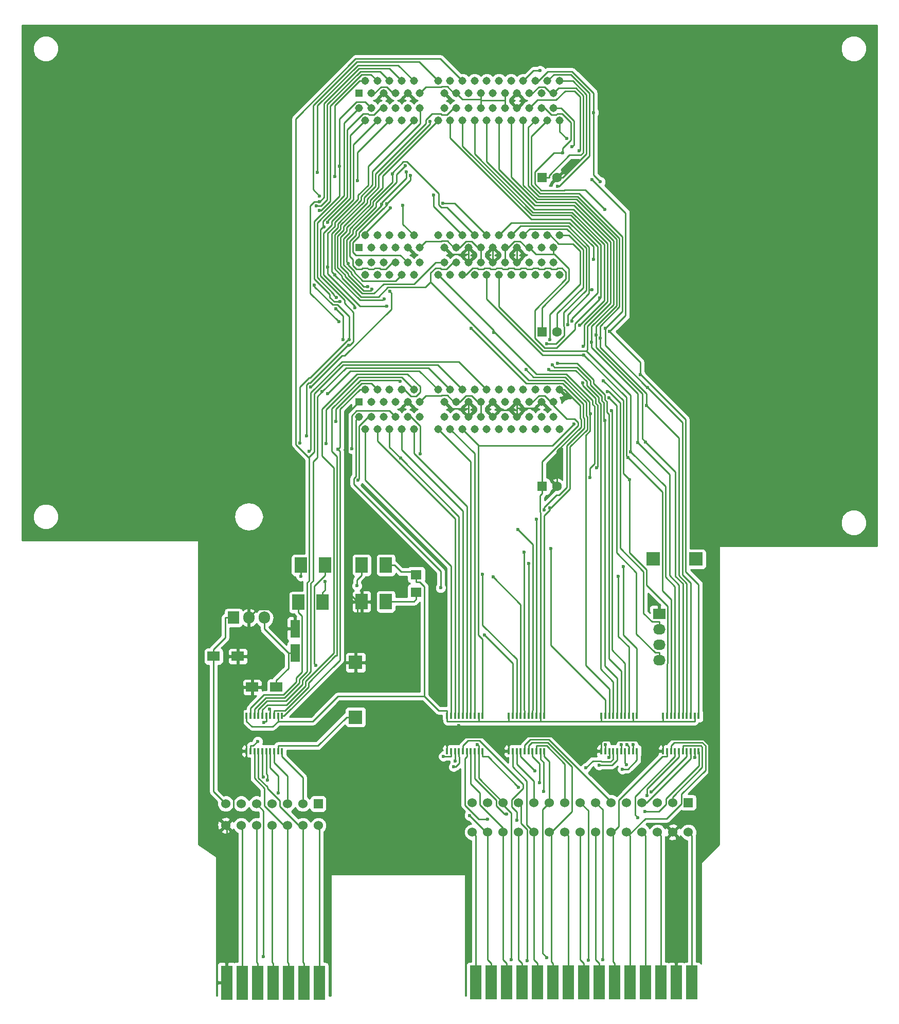
<source format=gtl>
%TF.GenerationSoftware,KiCad,Pcbnew,4.0.2+dfsg1-stable*%
%TF.CreationDate,2019-05-17T07:49:38+02:00*%
%TF.ProjectId,abex,616265782E6B696361645F7063620000,rev?*%
%TF.FileFunction,Copper,L1,Top,Signal*%
%FSLAX46Y46*%
G04 Gerber Fmt 4.6, Leading zero omitted, Abs format (unit mm)*
G04 Created by KiCad (PCBNEW 4.0.2+dfsg1-stable) date Fri 17 May 2019 07:49:38 CEST*
%MOMM*%
G01*
G04 APERTURE LIST*
%ADD10C,0.100000*%
%ADD11R,2.000000X1.600000*%
%ADD12R,1.501140X2.999740*%
%ADD13R,1.930400X5.588000*%
%ADD14C,1.524000*%
%ADD15R,1.524000X1.524000*%
%ADD16R,1.800860X1.597660*%
%ADD17R,2.000000X2.500000*%
%ADD18R,0.400000X1.000000*%
%ADD19R,2.235200X2.235200*%
%ADD20R,2.032000X1.727200*%
%ADD21O,2.032000X1.727200*%
%ADD22R,1.600000X1.600000*%
%ADD23C,1.600000*%
%ADD24R,1.905000X2.000000*%
%ADD25O,1.905000X2.000000*%
%ADD26R,1.308000X1.308000*%
%ADD27C,1.308000*%
%ADD28C,0.600000*%
%ADD29C,0.250000*%
%ADD30C,0.254000*%
G04 APERTURE END LIST*
D10*
D11*
X85630000Y-127000000D03*
X89630000Y-127000000D03*
X95980000Y-132080000D03*
X91980000Y-132080000D03*
D12*
X99060000Y-122461020D03*
X99060000Y-126458980D03*
D13*
X164330000Y-180652000D03*
X161790000Y-180652000D03*
X159250000Y-180652000D03*
X156710000Y-180652000D03*
X154170000Y-180652000D03*
X151630000Y-180652000D03*
X149090000Y-180652000D03*
X146550000Y-180652000D03*
X144010000Y-180652000D03*
X141470000Y-180652000D03*
X138930000Y-180652000D03*
X136390000Y-180652000D03*
X133850000Y-180652000D03*
X131310000Y-180652000D03*
X128770000Y-180652000D03*
D14*
X128220000Y-151074300D03*
X128220000Y-155925700D03*
X130760000Y-151074300D03*
X130760000Y-155925700D03*
X133300000Y-151074300D03*
X133300000Y-155925700D03*
X135840000Y-151074300D03*
X135840000Y-155925700D03*
X138380000Y-151074300D03*
X138380000Y-155925700D03*
X140920000Y-151074300D03*
X140920000Y-155925700D03*
X143460000Y-151074300D03*
X143460000Y-155925700D03*
X146000000Y-151074300D03*
X146000000Y-155925700D03*
X148540000Y-151074300D03*
X148540000Y-155925700D03*
X151080000Y-151074300D03*
X151080000Y-155925700D03*
X153620000Y-151074300D03*
X153620000Y-155925700D03*
X156160000Y-151074300D03*
X156160000Y-155925700D03*
X158700000Y-151074300D03*
X158700000Y-155925700D03*
X161240000Y-151074300D03*
X161240000Y-155925700D03*
D15*
X163780000Y-151074300D03*
D14*
X163780000Y-155925700D03*
D16*
X119000000Y-113580140D03*
X119000000Y-116419860D03*
D13*
X103022000Y-180690000D03*
X100482000Y-180690000D03*
X97942000Y-180690000D03*
X95402000Y-180690000D03*
X92862000Y-180690000D03*
X90322000Y-180690000D03*
X87782000Y-180690000D03*
D17*
X114000000Y-118000000D03*
X110000000Y-118000000D03*
X110000000Y-112000000D03*
X114000000Y-112000000D03*
X100000000Y-112000000D03*
X104000000Y-112000000D03*
D18*
X165485000Y-136800000D03*
X164835000Y-136800000D03*
X164185000Y-136800000D03*
X163535000Y-136800000D03*
X162885000Y-136800000D03*
X162235000Y-136800000D03*
X161585000Y-136800000D03*
X160935000Y-136800000D03*
X160285000Y-136800000D03*
X159635000Y-136800000D03*
X159635000Y-142600000D03*
X160285000Y-142600000D03*
X160935000Y-142600000D03*
X161585000Y-142600000D03*
X162235000Y-142600000D03*
X162885000Y-142600000D03*
X163535000Y-142600000D03*
X164185000Y-142600000D03*
X164835000Y-142600000D03*
X165485000Y-142600000D03*
X129925000Y-136800000D03*
X129275000Y-136800000D03*
X128625000Y-136800000D03*
X127975000Y-136800000D03*
X127325000Y-136800000D03*
X126675000Y-136800000D03*
X126025000Y-136800000D03*
X125375000Y-136800000D03*
X124725000Y-136800000D03*
X124075000Y-136800000D03*
X124075000Y-142600000D03*
X124725000Y-142600000D03*
X125375000Y-142600000D03*
X126025000Y-142600000D03*
X126675000Y-142600000D03*
X127325000Y-142600000D03*
X127975000Y-142600000D03*
X128625000Y-142600000D03*
X129275000Y-142600000D03*
X129925000Y-142600000D03*
X140085000Y-136800000D03*
X139435000Y-136800000D03*
X138785000Y-136800000D03*
X138135000Y-136800000D03*
X137485000Y-136800000D03*
X136835000Y-136800000D03*
X136185000Y-136800000D03*
X135535000Y-136800000D03*
X134885000Y-136800000D03*
X134235000Y-136800000D03*
X134235000Y-142600000D03*
X134885000Y-142600000D03*
X135535000Y-142600000D03*
X136185000Y-142600000D03*
X136835000Y-142600000D03*
X137485000Y-142600000D03*
X138135000Y-142600000D03*
X138785000Y-142600000D03*
X139435000Y-142600000D03*
X140085000Y-142600000D03*
X155325000Y-136800000D03*
X154675000Y-136800000D03*
X154025000Y-136800000D03*
X153375000Y-136800000D03*
X152725000Y-136800000D03*
X152075000Y-136800000D03*
X151425000Y-136800000D03*
X150775000Y-136800000D03*
X150125000Y-136800000D03*
X149475000Y-136800000D03*
X149475000Y-142600000D03*
X150125000Y-142600000D03*
X150775000Y-142600000D03*
X151425000Y-142600000D03*
X152075000Y-142600000D03*
X152725000Y-142600000D03*
X153375000Y-142600000D03*
X154025000Y-142600000D03*
X154675000Y-142600000D03*
X155325000Y-142600000D03*
D19*
X165000000Y-111000000D03*
X158000000Y-111000000D03*
X109000000Y-128000000D03*
X109000000Y-137000000D03*
D15*
X102870000Y-151257000D03*
D14*
X100330000Y-151257000D03*
X97790000Y-151257000D03*
X95250000Y-151257000D03*
X92710000Y-151257000D03*
X90170000Y-151257000D03*
X87630000Y-151257000D03*
X102870000Y-154817000D03*
X100330000Y-154817000D03*
X97790000Y-154817000D03*
X95250000Y-154817000D03*
X92710000Y-154817000D03*
X90170000Y-154817000D03*
X87630000Y-154817000D03*
D20*
X159000000Y-120000000D03*
D21*
X159000000Y-122540000D03*
X159000000Y-125080000D03*
X159000000Y-127620000D03*
D22*
X139700000Y-99060000D03*
D23*
X142200000Y-99060000D03*
D22*
X139700000Y-48260000D03*
D23*
X142200000Y-48260000D03*
D22*
X139700000Y-73660000D03*
D23*
X142200000Y-73660000D03*
D17*
X103600000Y-118110000D03*
X99600000Y-118110000D03*
D24*
X88900000Y-120650000D03*
D25*
X91440000Y-120650000D03*
X93980000Y-120650000D03*
D18*
X96905000Y-136800000D03*
X96255000Y-136800000D03*
X95605000Y-136800000D03*
X94955000Y-136800000D03*
X94305000Y-136800000D03*
X93655000Y-136800000D03*
X93005000Y-136800000D03*
X92355000Y-136800000D03*
X91705000Y-136800000D03*
X91055000Y-136800000D03*
X91055000Y-142600000D03*
X91705000Y-142600000D03*
X92355000Y-142600000D03*
X93005000Y-142600000D03*
X93655000Y-142600000D03*
X94305000Y-142600000D03*
X94955000Y-142600000D03*
X95605000Y-142600000D03*
X96255000Y-142600000D03*
X96905000Y-142600000D03*
D26*
X109600000Y-85110000D03*
D27*
X110600000Y-83110000D03*
X111600000Y-85110000D03*
X112600000Y-83110000D03*
X113600000Y-85110000D03*
X114600000Y-83110000D03*
X115600000Y-85110000D03*
X116600000Y-83110000D03*
X117600000Y-85110000D03*
X118600000Y-83110000D03*
X119600000Y-85110000D03*
X109600000Y-87610000D03*
X110600000Y-89610000D03*
X111600000Y-87610000D03*
X112600000Y-89610000D03*
X113600000Y-87610000D03*
X114600000Y-89610000D03*
X115600000Y-87610000D03*
X116600000Y-89610000D03*
X117600000Y-87610000D03*
X118600000Y-89610000D03*
X119600000Y-87610000D03*
X122600000Y-83110000D03*
X123600000Y-85110000D03*
X124600000Y-83110000D03*
X125600000Y-85110000D03*
X126600000Y-83110000D03*
X127600000Y-85110000D03*
X128600000Y-83110000D03*
X129600000Y-85110000D03*
X130600000Y-83110000D03*
X131600000Y-85110000D03*
X132600000Y-83110000D03*
X133600000Y-85110000D03*
X134600000Y-83110000D03*
X135600000Y-85110000D03*
X136600000Y-83110000D03*
X137600000Y-85110000D03*
X138600000Y-83110000D03*
X139600000Y-85110000D03*
X140600000Y-83110000D03*
X141600000Y-85110000D03*
X142600000Y-83110000D03*
X122600000Y-89610000D03*
X123600000Y-87610000D03*
X124600000Y-89610000D03*
X125600000Y-87610000D03*
X126600000Y-89610000D03*
X127600000Y-87610000D03*
X128600000Y-89610000D03*
X129600000Y-87610000D03*
X130600000Y-89610000D03*
X131600000Y-87610000D03*
X132600000Y-89610000D03*
X133600000Y-87610000D03*
X134600000Y-89610000D03*
X135600000Y-87610000D03*
X136600000Y-89610000D03*
X137600000Y-87610000D03*
X138600000Y-89610000D03*
X139600000Y-87610000D03*
X140600000Y-89610000D03*
X141600000Y-87610000D03*
X142600000Y-89610000D03*
D26*
X109600000Y-59710000D03*
D27*
X110600000Y-57710000D03*
X111600000Y-59710000D03*
X112600000Y-57710000D03*
X113600000Y-59710000D03*
X114600000Y-57710000D03*
X115600000Y-59710000D03*
X116600000Y-57710000D03*
X117600000Y-59710000D03*
X118600000Y-57710000D03*
X119600000Y-59710000D03*
X109600000Y-62210000D03*
X110600000Y-64210000D03*
X111600000Y-62210000D03*
X112600000Y-64210000D03*
X113600000Y-62210000D03*
X114600000Y-64210000D03*
X115600000Y-62210000D03*
X116600000Y-64210000D03*
X117600000Y-62210000D03*
X118600000Y-64210000D03*
X119600000Y-62210000D03*
X122600000Y-57710000D03*
X123600000Y-59710000D03*
X124600000Y-57710000D03*
X125600000Y-59710000D03*
X126600000Y-57710000D03*
X127600000Y-59710000D03*
X128600000Y-57710000D03*
X129600000Y-59710000D03*
X130600000Y-57710000D03*
X131600000Y-59710000D03*
X132600000Y-57710000D03*
X133600000Y-59710000D03*
X134600000Y-57710000D03*
X135600000Y-59710000D03*
X136600000Y-57710000D03*
X137600000Y-59710000D03*
X138600000Y-57710000D03*
X139600000Y-59710000D03*
X140600000Y-57710000D03*
X141600000Y-59710000D03*
X142600000Y-57710000D03*
X122600000Y-64210000D03*
X123600000Y-62210000D03*
X124600000Y-64210000D03*
X125600000Y-62210000D03*
X126600000Y-64210000D03*
X127600000Y-62210000D03*
X128600000Y-64210000D03*
X129600000Y-62210000D03*
X130600000Y-64210000D03*
X131600000Y-62210000D03*
X132600000Y-64210000D03*
X133600000Y-62210000D03*
X134600000Y-64210000D03*
X135600000Y-62210000D03*
X136600000Y-64210000D03*
X137600000Y-62210000D03*
X138600000Y-64210000D03*
X139600000Y-62210000D03*
X140600000Y-64210000D03*
X141600000Y-62210000D03*
X142600000Y-64210000D03*
D26*
X109600000Y-34310000D03*
D27*
X110600000Y-32310000D03*
X111600000Y-34310000D03*
X112600000Y-32310000D03*
X113600000Y-34310000D03*
X114600000Y-32310000D03*
X115600000Y-34310000D03*
X116600000Y-32310000D03*
X117600000Y-34310000D03*
X118600000Y-32310000D03*
X119600000Y-34310000D03*
X109600000Y-36810000D03*
X110600000Y-38810000D03*
X111600000Y-36810000D03*
X112600000Y-38810000D03*
X113600000Y-36810000D03*
X114600000Y-38810000D03*
X115600000Y-36810000D03*
X116600000Y-38810000D03*
X117600000Y-36810000D03*
X118600000Y-38810000D03*
X119600000Y-36810000D03*
X122600000Y-32310000D03*
X123600000Y-34310000D03*
X124600000Y-32310000D03*
X125600000Y-34310000D03*
X126600000Y-32310000D03*
X127600000Y-34310000D03*
X128600000Y-32310000D03*
X129600000Y-34310000D03*
X130600000Y-32310000D03*
X131600000Y-34310000D03*
X132600000Y-32310000D03*
X133600000Y-34310000D03*
X134600000Y-32310000D03*
X135600000Y-34310000D03*
X136600000Y-32310000D03*
X137600000Y-34310000D03*
X138600000Y-32310000D03*
X139600000Y-34310000D03*
X140600000Y-32310000D03*
X141600000Y-34310000D03*
X142600000Y-32310000D03*
X122600000Y-38810000D03*
X123600000Y-36810000D03*
X124600000Y-38810000D03*
X125600000Y-36810000D03*
X126600000Y-38810000D03*
X127600000Y-36810000D03*
X128600000Y-38810000D03*
X129600000Y-36810000D03*
X130600000Y-38810000D03*
X131600000Y-36810000D03*
X132600000Y-38810000D03*
X133600000Y-36810000D03*
X134600000Y-38810000D03*
X135600000Y-36810000D03*
X136600000Y-38810000D03*
X137600000Y-36810000D03*
X138600000Y-38810000D03*
X139600000Y-36810000D03*
X140600000Y-38810000D03*
X141600000Y-36810000D03*
X142600000Y-38810000D03*
D28*
X140007500Y-149207300D03*
X134631600Y-176919500D03*
X154675000Y-141536500D03*
X129086000Y-141535700D03*
X164877500Y-143676100D03*
X125993300Y-138380700D03*
X109233500Y-115391600D03*
X153618600Y-144810700D03*
X150743700Y-143664700D03*
X157672700Y-149330500D03*
X156628800Y-152519400D03*
X138545600Y-145835900D03*
X149684000Y-176888700D03*
X139311600Y-147816600D03*
X147306500Y-177002100D03*
X140505800Y-176555300D03*
X146920800Y-145335600D03*
X137230000Y-177045000D03*
X149090900Y-144897400D03*
X152759800Y-141536500D03*
X156987500Y-149865100D03*
X155496700Y-153528300D03*
X135839600Y-148510900D03*
X133901500Y-152968800D03*
X135557700Y-153997200D03*
X130760000Y-153781200D03*
X127744400Y-153173000D03*
X153680800Y-141509200D03*
X152926800Y-145565800D03*
X150160600Y-141541800D03*
X96284200Y-149484500D03*
X94517100Y-147367600D03*
X93862600Y-176438700D03*
X93795100Y-146837300D03*
X125138400Y-145152400D03*
X125375000Y-144243200D03*
X123463400Y-143475300D03*
X92894600Y-140981700D03*
X102443100Y-128487700D03*
X105620900Y-48021200D03*
X114756700Y-53244800D03*
X106087900Y-92923500D03*
X142274900Y-49621800D03*
X141024600Y-74906500D03*
X142263700Y-78773400D03*
X121841700Y-51066600D03*
X102734600Y-47345800D03*
X104130400Y-92007700D03*
X152262100Y-113871600D03*
X116781900Y-52760700D03*
X115074600Y-47627600D03*
X110985200Y-66134600D03*
X116338300Y-81778400D03*
X141153600Y-109242000D03*
X104381400Y-83792800D03*
X103079200Y-51260500D03*
X101374500Y-93247100D03*
X94813400Y-135720600D03*
X123364000Y-52454300D03*
X103057500Y-52192800D03*
X106246500Y-71932100D03*
X103514200Y-83453500D03*
X140463300Y-75550600D03*
X140795200Y-79773900D03*
X139391900Y-30646800D03*
X141371900Y-79071900D03*
X148197100Y-37520900D03*
X149304800Y-48923400D03*
X150015300Y-88176400D03*
X148148100Y-61712300D03*
X147640900Y-87083300D03*
X137065000Y-79821600D03*
X143934900Y-72411100D03*
X147898000Y-66655000D03*
X151103500Y-86612400D03*
X102535500Y-52873500D03*
X102244000Y-65939000D03*
X107970500Y-74929800D03*
X99843800Y-91874300D03*
X93936300Y-137872600D03*
X105840200Y-67984500D03*
X105746200Y-69835500D03*
X106921800Y-74855500D03*
X123009900Y-115721400D03*
X130259200Y-123503600D03*
X106480800Y-68659800D03*
X106350000Y-46371500D03*
X109384500Y-98025400D03*
X129930700Y-113520900D03*
X107903800Y-75825200D03*
X103827500Y-56308500D03*
X100958400Y-90690500D03*
X131683800Y-113952400D03*
X108356500Y-92850300D03*
X113312500Y-52654600D03*
X136760400Y-109849100D03*
X117385000Y-47292700D03*
X114175400Y-52500200D03*
X119668400Y-93665000D03*
X137485000Y-111707000D03*
X118072700Y-47922600D03*
X105609000Y-64232600D03*
X135717000Y-106140900D03*
X113679900Y-68172200D03*
X121249500Y-39020500D03*
X138757100Y-104421300D03*
X128052700Y-73027500D03*
X140029700Y-102950200D03*
X140981000Y-102555500D03*
X153093000Y-112224800D03*
X105785100Y-88392200D03*
X103064800Y-53615300D03*
X104384800Y-55620800D03*
X108873700Y-69626700D03*
X109328100Y-48713300D03*
X116400400Y-94369300D03*
X101636000Y-82655200D03*
X114614800Y-66964000D03*
X107802200Y-62392700D03*
X117164100Y-46286000D03*
X104378400Y-62921000D03*
X114166500Y-69353700D03*
X111716800Y-66634900D03*
X131748600Y-73720200D03*
X147581000Y-97580400D03*
X144596400Y-71869900D03*
X146369100Y-82025500D03*
X148647000Y-95937000D03*
X149235400Y-68034800D03*
X144951200Y-88763600D03*
X154114500Y-97957500D03*
X145895000Y-72481700D03*
X149798900Y-81629000D03*
X146484300Y-75975300D03*
X146592300Y-77404700D03*
X153829500Y-94248500D03*
X154293100Y-93313200D03*
X147878600Y-75330300D03*
X155458400Y-91846000D03*
X156767600Y-91744300D03*
X148569200Y-74161300D03*
X149271100Y-74662200D03*
X156869300Y-85719500D03*
X157062200Y-82732800D03*
X150109200Y-73055700D03*
X143748800Y-41800900D03*
X147941700Y-48530500D03*
X150821900Y-73567100D03*
X155849600Y-80613600D03*
X100000000Y-113822600D03*
X150486800Y-83453700D03*
X145816000Y-43851100D03*
X143130900Y-44166100D03*
X150013000Y-53459800D03*
X150714300Y-84463700D03*
X144628200Y-43168200D03*
X103987700Y-114714100D03*
D29*
X139435000Y-143911200D02*
X139435000Y-142600000D01*
X140007500Y-144483700D02*
X139435000Y-143911200D01*
X140007500Y-149207300D02*
X140007500Y-144483700D01*
X87572200Y-123882500D02*
X85630000Y-125824700D01*
X87572200Y-120650000D02*
X87572200Y-123882500D01*
X88900000Y-120650000D02*
X87572200Y-120650000D01*
X85630000Y-127000000D02*
X85630000Y-125824700D01*
X85630000Y-149257000D02*
X87630000Y-151257000D01*
X85630000Y-127000000D02*
X85630000Y-149257000D01*
X102782400Y-141724700D02*
X96255000Y-141724700D01*
X107507100Y-137000000D02*
X102782400Y-141724700D01*
X96255000Y-142600000D02*
X96255000Y-141724700D01*
X109000000Y-137000000D02*
X107507100Y-137000000D01*
X129275000Y-147049300D02*
X129275000Y-142600000D01*
X133300000Y-151074300D02*
X129275000Y-147049300D01*
X154675000Y-142600000D02*
X154675000Y-141724700D01*
X154675000Y-141724700D02*
X154675000Y-141536500D01*
X133300000Y-151412300D02*
X133300000Y-151074300D01*
X134631600Y-152743900D02*
X133300000Y-151412300D01*
X134631600Y-176919500D02*
X134631600Y-152743900D01*
X129275000Y-142600000D02*
X129275000Y-141724700D01*
X129086000Y-141535700D02*
X129275000Y-141724700D01*
X164835000Y-143633600D02*
X164835000Y-142600000D01*
X164877500Y-143676100D02*
X164835000Y-143633600D01*
X135600000Y-62210000D02*
X135600000Y-59710000D01*
X89630000Y-127000000D02*
X89630000Y-125824700D01*
X89630000Y-127000000D02*
X89630000Y-128175300D01*
X131600000Y-62210000D02*
X131600000Y-59710000D01*
X91055000Y-142600000D02*
X91055000Y-141724700D01*
X91980000Y-132080000D02*
X90453400Y-132080000D01*
X89630000Y-131256600D02*
X89630000Y-128175300D01*
X90453400Y-132080000D02*
X89630000Y-131256600D01*
X91055000Y-142600000D02*
X91055000Y-143475300D01*
X87782000Y-154969000D02*
X87630000Y-154817000D01*
X87782000Y-180690000D02*
X87782000Y-154969000D01*
X88900000Y-145630300D02*
X91055000Y-143475300D01*
X88900000Y-153547000D02*
X88900000Y-145630300D01*
X87630000Y-154817000D02*
X88900000Y-153547000D01*
X90453400Y-141123100D02*
X91055000Y-141724700D01*
X90453400Y-132080000D02*
X90453400Y-141123100D01*
X99060000Y-122461000D02*
X97934100Y-122461000D01*
X91440000Y-124014700D02*
X89630000Y-125824700D01*
X91440000Y-120650000D02*
X91440000Y-124014700D01*
X94715000Y-119241900D02*
X97934100Y-122461000D01*
X92848100Y-119241900D02*
X94715000Y-119241900D01*
X91440000Y-120650000D02*
X92848100Y-119241900D01*
X110000000Y-118000000D02*
X109312400Y-118000000D01*
X109312400Y-126194700D02*
X109000000Y-126507100D01*
X109312400Y-118000000D02*
X109312400Y-126194700D01*
X109000000Y-128000000D02*
X109000000Y-126507100D01*
X124693700Y-86203700D02*
X123600000Y-85110000D01*
X127600000Y-86203700D02*
X124693700Y-86203700D01*
X127600000Y-87610000D02*
X127600000Y-86203700D01*
X127600000Y-86203700D02*
X127600000Y-85110000D01*
X124693700Y-60803700D02*
X123600000Y-59710000D01*
X127600000Y-60803700D02*
X124693700Y-60803700D01*
X127600000Y-62210000D02*
X127600000Y-60803700D01*
X127600000Y-60803700D02*
X127600000Y-59710000D01*
X134235000Y-142600000D02*
X134235000Y-141724700D01*
X149475000Y-142600000D02*
X149475000Y-141724700D01*
X159635000Y-142600000D02*
X159635000Y-141724700D01*
X124075000Y-142600000D02*
X124075000Y-141724700D01*
X149779500Y-140833900D02*
X149475000Y-141138400D01*
X158744200Y-140833900D02*
X149779500Y-140833900D01*
X159635000Y-141724700D02*
X158744200Y-140833900D01*
X149475000Y-141724700D02*
X149475000Y-141138400D01*
X135786600Y-140173100D02*
X134235000Y-141724700D01*
X148509700Y-140173100D02*
X135786600Y-140173100D01*
X149475000Y-141138400D02*
X148509700Y-140173100D01*
X107681200Y-116368800D02*
X109312400Y-118000000D01*
X107681200Y-87028800D02*
X107681200Y-116368800D01*
X109600000Y-85110000D02*
X107681200Y-87028800D01*
X132823600Y-140313300D02*
X125993300Y-140313300D01*
X134235000Y-141724700D02*
X132823600Y-140313300D01*
X125486400Y-140313300D02*
X124075000Y-141724700D01*
X125993300Y-140313300D02*
X125486400Y-140313300D01*
X132692700Y-86517300D02*
X131600000Y-87610000D01*
X131600000Y-85424600D02*
X131600000Y-85110000D01*
X132692700Y-86517300D02*
X131600000Y-85424600D01*
X135600000Y-87610000D02*
X135600000Y-86517300D01*
X135600000Y-86517300D02*
X132692700Y-86517300D01*
X138544500Y-86165500D02*
X135600000Y-86165500D01*
X139600000Y-85110000D02*
X138544500Y-86165500D01*
X135600000Y-86517300D02*
X135600000Y-86165500D01*
X135600000Y-86165500D02*
X135600000Y-85110000D01*
X125993300Y-140313300D02*
X125993300Y-138380700D01*
X160658400Y-140701300D02*
X159635000Y-141724700D01*
X166308100Y-140701300D02*
X160658400Y-140701300D01*
X167120100Y-141513300D02*
X166308100Y-140701300D01*
X167120100Y-150045600D02*
X167120100Y-141513300D01*
X161240000Y-155925700D02*
X167120100Y-150045600D01*
X161790000Y-156475700D02*
X161790000Y-180652000D01*
X161240000Y-155925700D02*
X161790000Y-156475700D01*
X143362700Y-83110000D02*
X142600000Y-83110000D01*
X145964900Y-85712200D02*
X143362700Y-83110000D01*
X145964900Y-87853800D02*
X145964900Y-85712200D01*
X146126800Y-88015700D02*
X145964900Y-87853800D01*
X146126800Y-89250700D02*
X146126800Y-88015700D01*
X142200000Y-93177500D02*
X146126800Y-89250700D01*
X142200000Y-99060000D02*
X142200000Y-93177500D01*
X144783300Y-32310000D02*
X142600000Y-32310000D01*
X147021400Y-34548100D02*
X144783300Y-32310000D01*
X147021400Y-44308400D02*
X147021400Y-34548100D01*
X143069800Y-48260000D02*
X147021400Y-44308400D01*
X142200000Y-48260000D02*
X143069800Y-48260000D01*
X142200000Y-70578500D02*
X142200000Y-73660000D01*
X146458800Y-66319700D02*
X142200000Y-70578500D01*
X146458800Y-60074200D02*
X146458800Y-66319700D01*
X144094600Y-57710000D02*
X146458800Y-60074200D01*
X142600000Y-57710000D02*
X144094600Y-57710000D01*
X110000000Y-112000000D02*
X110000000Y-113625300D01*
X97934100Y-128950600D02*
X95980000Y-130904700D01*
X97934100Y-126459000D02*
X97934100Y-128950600D01*
X95980000Y-132080000D02*
X95980000Y-130904700D01*
X99060000Y-126459000D02*
X98059200Y-126459000D01*
X98059200Y-126459000D02*
X97934100Y-126459000D01*
X93980000Y-122504900D02*
X93980000Y-120650000D01*
X97934100Y-126459000D02*
X93980000Y-122504900D01*
X109233500Y-114391800D02*
X110000000Y-113625300D01*
X109233500Y-115391600D02*
X109233500Y-114391800D01*
X164330000Y-156475700D02*
X164330000Y-180652000D01*
X163780000Y-155925700D02*
X164330000Y-156475700D01*
X153375000Y-144567100D02*
X153618600Y-144810700D01*
X153375000Y-143475300D02*
X153375000Y-144567100D01*
X153375000Y-142600000D02*
X153375000Y-143475300D01*
X150775000Y-142600000D02*
X150775000Y-143475300D01*
X150775000Y-143633400D02*
X150743700Y-143664700D01*
X150775000Y-143475300D02*
X150775000Y-143633400D01*
X162885000Y-142600000D02*
X162885000Y-141724700D01*
X161240000Y-150119600D02*
X161240000Y-151074300D01*
X166084800Y-145274800D02*
X161240000Y-150119600D01*
X166084800Y-141964700D02*
X166084800Y-145274800D01*
X165844800Y-141724700D02*
X166084800Y-141964700D01*
X162885000Y-141724700D02*
X165844800Y-141724700D01*
X163535000Y-142600000D02*
X163535000Y-143475300D01*
X157679800Y-149330500D02*
X163535000Y-143475300D01*
X157672700Y-149330500D02*
X157679800Y-149330500D01*
X164185000Y-142600000D02*
X164185000Y-143475300D01*
X164185000Y-143773300D02*
X164185000Y-143475300D01*
X156884000Y-151074300D02*
X164185000Y-143773300D01*
X156160000Y-151074300D02*
X156884000Y-151074300D01*
X158907900Y-152519400D02*
X156628800Y-152519400D01*
X160102600Y-151324700D02*
X158907900Y-152519400D01*
X160102600Y-150437500D02*
X160102600Y-151324700D01*
X165569900Y-144970200D02*
X160102600Y-150437500D01*
X165569900Y-142684900D02*
X165569900Y-144970200D01*
X165485000Y-142600000D02*
X165569900Y-142684900D01*
X151080000Y-150948700D02*
X151080000Y-151074300D01*
X140805100Y-140673800D02*
X151080000Y-150948700D01*
X137781500Y-140673800D02*
X140805100Y-140673800D01*
X136835000Y-141620300D02*
X137781500Y-140673800D01*
X136835000Y-142600000D02*
X136835000Y-141620300D01*
X136185000Y-142600000D02*
X136185000Y-143475300D01*
X138545600Y-145835900D02*
X136185000Y-143475300D01*
X149684000Y-152218300D02*
X149684000Y-176888700D01*
X148540000Y-151074300D02*
X149684000Y-152218300D01*
X138135000Y-142600000D02*
X138135000Y-143475300D01*
X147306500Y-152380800D02*
X147306500Y-177002100D01*
X146000000Y-151074300D02*
X147306500Y-152380800D01*
X139311600Y-144651900D02*
X139311600Y-147816600D01*
X138135000Y-143475300D02*
X139311600Y-144651900D01*
X143460000Y-144744100D02*
X143460000Y-151074300D01*
X140440600Y-141724700D02*
X143460000Y-144744100D01*
X138785000Y-141724700D02*
X140440600Y-141724700D01*
X138785000Y-142600000D02*
X138785000Y-141724700D01*
X140085000Y-142600000D02*
X140085000Y-143475300D01*
X140920000Y-144310300D02*
X140920000Y-151074300D01*
X140085000Y-143475300D02*
X140920000Y-144310300D01*
X139782700Y-175832200D02*
X140505800Y-176555300D01*
X139782700Y-152211600D02*
X139782700Y-175832200D01*
X140920000Y-151074300D02*
X139782700Y-152211600D01*
X138380000Y-147547600D02*
X138380000Y-151074300D01*
X135535000Y-144702600D02*
X138380000Y-147547600D01*
X135535000Y-142600000D02*
X135535000Y-144702600D01*
X148058400Y-144198000D02*
X146920800Y-145335600D01*
X149378000Y-144198000D02*
X148058400Y-144198000D01*
X149533000Y-144353000D02*
X149378000Y-144198000D01*
X151010500Y-144353000D02*
X149533000Y-144353000D01*
X151425000Y-143938500D02*
X151010500Y-144353000D01*
X151425000Y-142600000D02*
X151425000Y-143938500D01*
X137230000Y-155483400D02*
X137230000Y-177045000D01*
X136233100Y-154486500D02*
X137230000Y-155483400D01*
X136233100Y-151467400D02*
X136233100Y-154486500D01*
X135840000Y-151074300D02*
X136233100Y-151467400D01*
X152075000Y-142600000D02*
X152075000Y-143475300D01*
X151216800Y-144897400D02*
X149090900Y-144897400D01*
X152075000Y-144039200D02*
X151216800Y-144897400D01*
X152075000Y-143475300D02*
X152075000Y-144039200D01*
X152725000Y-142600000D02*
X152725000Y-141724700D01*
X152759800Y-141689900D02*
X152759800Y-141536500D01*
X152725000Y-141724700D02*
X152759800Y-141689900D01*
X156987500Y-148780400D02*
X156987500Y-149865100D01*
X162235000Y-143532900D02*
X156987500Y-148780400D01*
X162235000Y-142600000D02*
X162235000Y-143532900D01*
X159250000Y-156475700D02*
X159250000Y-180652000D01*
X158700000Y-155925700D02*
X159250000Y-156475700D01*
X156710000Y-156475700D02*
X156160000Y-155925700D01*
X156710000Y-180652000D02*
X156710000Y-156475700D01*
X161585000Y-142600000D02*
X161585000Y-143475300D01*
X155022600Y-153054200D02*
X155496700Y-153528300D01*
X155022600Y-150037700D02*
X155022600Y-153054200D01*
X161585000Y-143475300D02*
X155022600Y-150037700D01*
X160935000Y-142600000D02*
X160935000Y-141724700D01*
X154170000Y-156475700D02*
X154046300Y-156352000D01*
X154170000Y-180652000D02*
X154170000Y-156475700D01*
X154046300Y-156352000D02*
X153620000Y-155925700D01*
X156697300Y-153701000D02*
X154046300Y-156352000D01*
X160223600Y-153701000D02*
X156697300Y-153701000D01*
X162642600Y-151282000D02*
X160223600Y-153701000D01*
X162642600Y-149676900D02*
X162642600Y-151282000D01*
X166599800Y-145719700D02*
X162642600Y-149676900D01*
X166599800Y-141731000D02*
X166599800Y-145719700D01*
X166084400Y-141215600D02*
X166599800Y-141731000D01*
X161444100Y-141215600D02*
X166084400Y-141215600D01*
X160935000Y-141724700D02*
X161444100Y-141215600D01*
X160285000Y-142600000D02*
X160285000Y-143475300D01*
X151630000Y-180652000D02*
X151630000Y-177482700D01*
X151401400Y-155925700D02*
X151080000Y-155925700D01*
X152350000Y-154977100D02*
X151401400Y-155925700D01*
X152350000Y-150676000D02*
X152350000Y-154977100D01*
X159550700Y-143475300D02*
X152350000Y-150676000D01*
X160285000Y-143475300D02*
X159550700Y-143475300D01*
X151401400Y-177254100D02*
X151630000Y-177482700D01*
X151401400Y-155925700D02*
X151401400Y-177254100D01*
X129925000Y-142600000D02*
X129925000Y-143475300D01*
X130804000Y-143475300D02*
X135839600Y-148510900D01*
X129925000Y-143475300D02*
X130804000Y-143475300D01*
X148540000Y-176932700D02*
X149090000Y-177482700D01*
X148540000Y-155925700D02*
X148540000Y-176932700D01*
X149090000Y-180652000D02*
X149090000Y-177482700D01*
X146000000Y-176932700D02*
X146550000Y-177482700D01*
X146000000Y-155925700D02*
X146000000Y-176932700D01*
X146550000Y-180652000D02*
X146550000Y-177482700D01*
X133533300Y-152968800D02*
X133901500Y-152968800D01*
X132162600Y-151598100D02*
X133533300Y-152968800D01*
X132162600Y-150644600D02*
X132162600Y-151598100D01*
X128625000Y-147107000D02*
X132162600Y-150644600D01*
X128625000Y-142600000D02*
X128625000Y-147107000D01*
X126675000Y-142600000D02*
X126675000Y-141724700D01*
X135557700Y-152637400D02*
X135557700Y-153997200D01*
X134694000Y-151773700D02*
X135557700Y-152637400D01*
X134694000Y-150611600D02*
X134694000Y-151773700D01*
X136569100Y-148736500D02*
X134694000Y-150611600D01*
X136569100Y-148006800D02*
X136569100Y-148736500D01*
X129408700Y-140846400D02*
X136569100Y-148006800D01*
X127553300Y-140846400D02*
X129408700Y-140846400D01*
X126675000Y-141724700D02*
X127553300Y-140846400D01*
X144010000Y-156475700D02*
X144010000Y-180652000D01*
X143460000Y-155925700D02*
X144010000Y-156475700D01*
X137485000Y-142600000D02*
X137485000Y-141724700D01*
X141470000Y-180652000D02*
X141470000Y-177482700D01*
X141241400Y-155925700D02*
X140920000Y-155925700D01*
X141241400Y-177254100D02*
X141470000Y-177482700D01*
X141241400Y-155925700D02*
X141241400Y-177254100D01*
X144607600Y-152559500D02*
X141241400Y-155925700D01*
X144607600Y-145184000D02*
X144607600Y-152559500D01*
X140625800Y-141202200D02*
X144607600Y-145184000D01*
X138007500Y-141202200D02*
X140625800Y-141202200D01*
X137485000Y-141724700D02*
X138007500Y-141202200D01*
X138380000Y-176932700D02*
X138380000Y-155925700D01*
X138930000Y-177482700D02*
X138380000Y-176932700D01*
X138930000Y-180652000D02*
X138930000Y-177482700D01*
X137208200Y-154753900D02*
X138380000Y-155925700D01*
X137208200Y-147509100D02*
X137208200Y-154753900D01*
X134885000Y-145185900D02*
X137208200Y-147509100D01*
X134885000Y-142600000D02*
X134885000Y-145185900D01*
X135840000Y-176932700D02*
X136390000Y-177482700D01*
X135840000Y-155925700D02*
X135840000Y-176932700D01*
X136390000Y-180652000D02*
X136390000Y-177482700D01*
X127325000Y-143475400D02*
X127325000Y-142600000D01*
X127016400Y-143784000D02*
X127325000Y-143475400D01*
X127016400Y-151490000D02*
X127016400Y-143784000D01*
X129307600Y-153781200D02*
X127016400Y-151490000D01*
X130760000Y-153781200D02*
X129307600Y-153781200D01*
X129490000Y-151462500D02*
X133300000Y-155272500D01*
X129490000Y-149457400D02*
X129490000Y-151462500D01*
X127975000Y-147942400D02*
X129490000Y-149457400D01*
X127975000Y-142600000D02*
X127975000Y-147942400D01*
X133300000Y-155272500D02*
X133300000Y-155925700D01*
X133300000Y-176932700D02*
X133850000Y-177482700D01*
X133300000Y-155925700D02*
X133300000Y-176932700D01*
X133850000Y-180652000D02*
X133850000Y-177482700D01*
X154025000Y-141853400D02*
X153680800Y-141509200D01*
X154025000Y-142600000D02*
X154025000Y-141853400D01*
X130497100Y-155925700D02*
X127744400Y-153173000D01*
X130760000Y-155925700D02*
X130497100Y-155925700D01*
X130760000Y-176932700D02*
X131310000Y-177482700D01*
X130760000Y-155925700D02*
X130760000Y-176932700D01*
X131310000Y-180652000D02*
X131310000Y-177482700D01*
X152926800Y-145565700D02*
X152926800Y-145565800D01*
X153844000Y-145565700D02*
X152926800Y-145565700D01*
X155325000Y-144084700D02*
X153844000Y-145565700D01*
X155325000Y-142600000D02*
X155325000Y-144084700D01*
X128770000Y-156475700D02*
X128770000Y-180652000D01*
X128220000Y-155925700D02*
X128770000Y-156475700D01*
X133600000Y-62210000D02*
X133600000Y-59710000D01*
X139700000Y-99060000D02*
X139700000Y-100235300D01*
X125144300Y-34310000D02*
X125600000Y-34310000D01*
X124109200Y-33274900D02*
X125144300Y-34310000D01*
X123179400Y-33274900D02*
X124109200Y-33274900D01*
X123114900Y-33339400D02*
X123179400Y-33274900D01*
X120570600Y-33339400D02*
X123114900Y-33339400D01*
X119600000Y-34310000D02*
X120570600Y-33339400D01*
X129600000Y-62210000D02*
X129600000Y-59710000D01*
X120570600Y-84139400D02*
X119600000Y-85110000D01*
X123114900Y-84139400D02*
X120570600Y-84139400D01*
X123179400Y-84074900D02*
X123114900Y-84139400D01*
X124109200Y-84074900D02*
X123179400Y-84074900D01*
X125144300Y-85110000D02*
X124109200Y-84074900D01*
X125600000Y-85110000D02*
X125144300Y-85110000D01*
X141144300Y-85110000D02*
X141600000Y-85110000D01*
X140113500Y-84079200D02*
X141144300Y-85110000D01*
X139175100Y-84079200D02*
X140113500Y-84079200D01*
X138144300Y-85110000D02*
X139175100Y-84079200D01*
X137600000Y-85110000D02*
X138144300Y-85110000D01*
X139700000Y-99060000D02*
X139700000Y-97884700D01*
X114000000Y-112000000D02*
X115375300Y-112000000D01*
X116490100Y-113114800D02*
X115375300Y-112000000D01*
X119000000Y-113114800D02*
X116490100Y-113114800D01*
X119000000Y-113580100D02*
X119000000Y-113114800D01*
X139700000Y-73660000D02*
X139700000Y-72484700D01*
X134144300Y-59710000D02*
X133600000Y-59710000D01*
X135175100Y-58679200D02*
X134144300Y-59710000D01*
X136113500Y-58679200D02*
X135175100Y-58679200D01*
X137144300Y-59710000D02*
X136113500Y-58679200D01*
X137600000Y-59710000D02*
X137144300Y-59710000D01*
X138693700Y-60803700D02*
X137600000Y-59710000D01*
X141600000Y-60803700D02*
X138693700Y-60803700D01*
X141600000Y-60803700D02*
X141600000Y-59710000D01*
X139435000Y-136362300D02*
X139435000Y-135924700D01*
X139435000Y-136362300D02*
X139435000Y-136800000D01*
X139435000Y-136800000D02*
X139435000Y-137675300D01*
X119000000Y-113580100D02*
X119000000Y-114754200D01*
X129275000Y-136800000D02*
X129275000Y-137675300D01*
X124075000Y-136800000D02*
X124075000Y-137675300D01*
X134235000Y-136800000D02*
X134235000Y-137675300D01*
X124075000Y-137675300D02*
X129275000Y-137675300D01*
X129275000Y-137675300D02*
X134235000Y-137675300D01*
X141721800Y-60803700D02*
X141600000Y-60803700D01*
X144141600Y-63223500D02*
X141721800Y-60803700D01*
X144141600Y-65181700D02*
X144141600Y-63223500D01*
X139700000Y-69623300D02*
X144141600Y-65181700D01*
X139700000Y-72484700D02*
X139700000Y-69623300D01*
X96255000Y-136800000D02*
X96255000Y-137675300D01*
X119587000Y-114754200D02*
X119000000Y-114754200D01*
X120321600Y-115488800D02*
X119587000Y-114754200D01*
X120321600Y-133584500D02*
X120321600Y-115488800D01*
X122661800Y-135924700D02*
X120321600Y-133584500D01*
X124075000Y-135924700D02*
X122661800Y-135924700D01*
X101979300Y-137675300D02*
X96255000Y-137675300D01*
X106070100Y-133584500D02*
X101979300Y-137675300D01*
X120321600Y-133584500D02*
X106070100Y-133584500D01*
X91055000Y-136800000D02*
X91055000Y-137675300D01*
X124075000Y-136800000D02*
X124075000Y-135924700D01*
X126629400Y-35339400D02*
X129600000Y-35339400D01*
X125600000Y-34310000D02*
X126629400Y-35339400D01*
X129600000Y-35339400D02*
X129600000Y-34310000D01*
X133600000Y-36810000D02*
X133600000Y-35560000D01*
X129600000Y-35560000D02*
X133600000Y-35560000D01*
X129600000Y-36810000D02*
X129600000Y-35560000D01*
X129600000Y-35560000D02*
X129600000Y-35339400D01*
X133600000Y-35560000D02*
X133600000Y-34310000D01*
X159635000Y-136800000D02*
X159635000Y-137550200D01*
X164835000Y-136800000D02*
X164835000Y-137675300D01*
X126144300Y-59710000D02*
X125600000Y-59710000D01*
X127175100Y-58679200D02*
X126144300Y-59710000D01*
X128113500Y-58679200D02*
X127175100Y-58679200D01*
X129144300Y-59710000D02*
X128113500Y-58679200D01*
X129600000Y-59710000D02*
X129144300Y-59710000D01*
X120570600Y-58739400D02*
X119600000Y-59710000D01*
X123114900Y-58739400D02*
X120570600Y-58739400D01*
X123179400Y-58674900D02*
X123114900Y-58739400D01*
X124109200Y-58674900D02*
X123179400Y-58674900D01*
X125144300Y-59710000D02*
X124109200Y-58674900D01*
X125600000Y-59710000D02*
X125144300Y-59710000D01*
X95360000Y-138570300D02*
X96255000Y-137675300D01*
X91950000Y-138570300D02*
X95360000Y-138570300D01*
X91055000Y-137675300D02*
X91950000Y-138570300D01*
X129600000Y-87610000D02*
X129600000Y-85110000D01*
X126144300Y-85110000D02*
X125600000Y-85110000D01*
X127175100Y-84079200D02*
X126144300Y-85110000D01*
X128113500Y-84079200D02*
X127175100Y-84079200D01*
X129144300Y-85110000D02*
X128113500Y-84079200D01*
X129600000Y-85110000D02*
X129144300Y-85110000D01*
X134235000Y-137675300D02*
X139435000Y-137675300D01*
X139435000Y-137675300D02*
X149475000Y-137675300D01*
X149475000Y-136800000D02*
X149475000Y-137550200D01*
X149475000Y-137550200D02*
X149475000Y-137675300D01*
X149475000Y-137675300D02*
X154675000Y-137675300D01*
X154675000Y-136800000D02*
X154675000Y-137550200D01*
X154675000Y-137550200D02*
X154675000Y-137675300D01*
X154675000Y-137675300D02*
X159635000Y-137675300D01*
X159635000Y-137550200D02*
X159635000Y-137675300D01*
X159635000Y-137675300D02*
X164835000Y-137675300D01*
X112144300Y-34310000D02*
X111600000Y-34310000D01*
X113175100Y-33279200D02*
X112144300Y-34310000D01*
X114113500Y-33279200D02*
X113175100Y-33279200D01*
X115144300Y-34310000D02*
X114113500Y-33279200D01*
X115600000Y-34310000D02*
X115144300Y-34310000D01*
X141600000Y-85752400D02*
X141600000Y-85110000D01*
X143757900Y-87910300D02*
X141600000Y-85752400D01*
X145054400Y-87910300D02*
X143757900Y-87910300D01*
X145626500Y-88482400D02*
X145054400Y-87910300D01*
X145626500Y-89043400D02*
X145626500Y-88482400D01*
X139700000Y-94969900D02*
X145626500Y-89043400D01*
X139700000Y-97884700D02*
X139700000Y-94969900D01*
X139435000Y-103310500D02*
X139435000Y-135924700D01*
X139354400Y-103229900D02*
X139435000Y-103310500D01*
X139354400Y-100580900D02*
X139354400Y-103229900D01*
X139700000Y-100235300D02*
X139354400Y-100580900D01*
X141144300Y-34310000D02*
X141600000Y-34310000D01*
X140113500Y-33279200D02*
X141144300Y-34310000D01*
X139175100Y-33279200D02*
X140113500Y-33279200D01*
X138144300Y-34310000D02*
X139175100Y-33279200D01*
X137600000Y-34310000D02*
X138144300Y-34310000D01*
X139700000Y-48260000D02*
X140875300Y-48260000D01*
X142408000Y-33502000D02*
X141600000Y-34310000D01*
X145267700Y-33502000D02*
X142408000Y-33502000D01*
X146491300Y-34725600D02*
X145267700Y-33502000D01*
X146491300Y-44130900D02*
X146491300Y-34725600D01*
X146095800Y-44526400D02*
X146491300Y-44130900D01*
X144241500Y-44526400D02*
X146095800Y-44526400D01*
X140875300Y-47892600D02*
X144241500Y-44526400D01*
X140875300Y-48260000D02*
X140875300Y-47892600D01*
X118594000Y-118000000D02*
X119000000Y-117594000D01*
X114000000Y-118000000D02*
X118594000Y-118000000D01*
X119000000Y-116419900D02*
X119000000Y-117594000D01*
X103022000Y-154969000D02*
X103022000Y-180690000D01*
X102870000Y-154817000D02*
X103022000Y-154969000D01*
X150125000Y-142600000D02*
X150125000Y-141724700D01*
X150125000Y-141577400D02*
X150160600Y-141541800D01*
X150125000Y-141724700D02*
X150125000Y-141577400D01*
X100330000Y-146900300D02*
X96905000Y-143475300D01*
X100330000Y-151257000D02*
X100330000Y-146900300D01*
X96905000Y-142600000D02*
X96905000Y-143475300D01*
X95605000Y-144527700D02*
X95605000Y-142600000D01*
X97790000Y-146712700D02*
X95605000Y-144527700D01*
X97790000Y-151257000D02*
X97790000Y-146712700D01*
X96284200Y-146687500D02*
X96284200Y-149484500D01*
X94955000Y-145358300D02*
X96284200Y-146687500D01*
X94955000Y-142600000D02*
X94955000Y-145358300D01*
X94305000Y-142600000D02*
X94305000Y-143475300D01*
X94305000Y-146348200D02*
X94305000Y-143475300D01*
X94517100Y-146560300D02*
X94305000Y-146348200D01*
X94517100Y-147367600D02*
X94517100Y-146560300D01*
X93862600Y-152409600D02*
X93862600Y-176438700D01*
X92710000Y-151257000D02*
X93862600Y-152409600D01*
X93655000Y-146697200D02*
X93655000Y-142600000D01*
X93795100Y-146837300D02*
X93655000Y-146697200D01*
X93005000Y-142600000D02*
X93005000Y-143475300D01*
X93005000Y-147009500D02*
X93005000Y-143475300D01*
X94500600Y-148505100D02*
X93005000Y-147009500D01*
X94500600Y-148690000D02*
X94500600Y-148505100D01*
X96520000Y-150709400D02*
X94500600Y-148690000D01*
X96520000Y-151652800D02*
X96520000Y-150709400D01*
X99684200Y-154817000D02*
X96520000Y-151652800D01*
X100330000Y-154817000D02*
X99684200Y-154817000D01*
X100330000Y-177368700D02*
X100482000Y-177520700D01*
X100330000Y-154817000D02*
X100330000Y-177368700D01*
X100482000Y-180690000D02*
X100482000Y-177520700D01*
X92355000Y-147067100D02*
X92355000Y-142600000D01*
X94000300Y-148712400D02*
X92355000Y-147067100D01*
X94000300Y-151633900D02*
X94000300Y-148712400D01*
X97183400Y-154817000D02*
X94000300Y-151633900D01*
X97790000Y-154817000D02*
X97183400Y-154817000D01*
X97790000Y-177368700D02*
X97942000Y-177520700D01*
X97790000Y-154817000D02*
X97790000Y-177368700D01*
X97942000Y-180690000D02*
X97942000Y-177520700D01*
X126099600Y-143549900D02*
X126025000Y-143475300D01*
X126099600Y-144555400D02*
X126099600Y-143549900D01*
X125502600Y-145152400D02*
X126099600Y-144555400D01*
X125138400Y-145152400D02*
X125502600Y-145152400D01*
X126025000Y-142600000D02*
X126025000Y-143475300D01*
X95250000Y-177368700D02*
X95402000Y-177520700D01*
X95250000Y-154817000D02*
X95250000Y-177368700D01*
X95402000Y-180690000D02*
X95402000Y-177520700D01*
X125375000Y-144243200D02*
X125375000Y-142600000D01*
X92710000Y-177368700D02*
X92862000Y-177520700D01*
X92710000Y-154817000D02*
X92710000Y-177368700D01*
X92862000Y-180690000D02*
X92862000Y-177520700D01*
X124725000Y-142600000D02*
X124725000Y-143475300D01*
X123463400Y-143475300D02*
X124725000Y-143475300D01*
X90322000Y-154969000D02*
X90322000Y-180690000D01*
X90170000Y-154817000D02*
X90322000Y-154969000D01*
X92151600Y-141724700D02*
X92894600Y-140981700D01*
X91705000Y-141724700D02*
X92151600Y-141724700D01*
X104000000Y-112000000D02*
X104000000Y-113625300D01*
X91705000Y-142600000D02*
X91705000Y-141724700D01*
X102182500Y-115442800D02*
X104000000Y-113625300D01*
X102182500Y-128227100D02*
X102182500Y-115442800D01*
X102443100Y-128487700D02*
X102182500Y-128227100D01*
X110600000Y-57401500D02*
X114756700Y-53244800D01*
X110600000Y-57710000D02*
X110600000Y-57401500D01*
X105620900Y-36346700D02*
X105620900Y-48021200D01*
X109657600Y-32310000D02*
X105620900Y-36346700D01*
X110600000Y-32310000D02*
X109657600Y-32310000D01*
X106460500Y-92550900D02*
X106087900Y-92923500D01*
X106460500Y-86358300D02*
X106460500Y-92550900D01*
X109708800Y-83110000D02*
X106460500Y-86358300D01*
X110600000Y-83110000D02*
X109708800Y-83110000D01*
X97209600Y-136800000D02*
X96905000Y-136800000D01*
X106405200Y-127604400D02*
X97209600Y-136800000D01*
X106405200Y-93240800D02*
X106405200Y-127604400D01*
X106087900Y-92923500D02*
X106405200Y-93240800D01*
X141643300Y-31266700D02*
X140600000Y-32310000D01*
X144447600Y-31266700D02*
X141643300Y-31266700D01*
X147521700Y-34340800D02*
X144447600Y-31266700D01*
X147521700Y-44625300D02*
X147521700Y-34340800D01*
X142525200Y-49621800D02*
X147521700Y-44625300D01*
X142274900Y-49621800D02*
X142525200Y-49621800D01*
X141024600Y-70717000D02*
X141024600Y-74906500D01*
X145958500Y-65783100D02*
X141024600Y-70717000D01*
X145958500Y-60308100D02*
X145958500Y-65783100D01*
X144753700Y-59103300D02*
X145958500Y-60308100D01*
X142449100Y-59103300D02*
X144753700Y-59103300D01*
X141055800Y-57710000D02*
X142449100Y-59103300D01*
X140600000Y-57710000D02*
X141055800Y-57710000D01*
X152725000Y-129403700D02*
X152725000Y-136800000D01*
X150690700Y-127369400D02*
X152725000Y-129403700D01*
X150690700Y-87154700D02*
X150690700Y-127369400D01*
X150403900Y-86867900D02*
X150690700Y-87154700D01*
X150403900Y-85108200D02*
X150403900Y-86867900D01*
X150039000Y-84743300D02*
X150403900Y-85108200D01*
X150039000Y-83960900D02*
X150039000Y-84743300D01*
X148188100Y-82110000D02*
X150039000Y-83960900D01*
X148188100Y-81474100D02*
X148188100Y-82110000D01*
X145487400Y-78773400D02*
X148188100Y-81474100D01*
X142263700Y-78773400D02*
X145487400Y-78773400D01*
X121841700Y-52951700D02*
X126600000Y-57710000D01*
X121841700Y-51066600D02*
X121841700Y-52951700D01*
X99168500Y-92154000D02*
X101299500Y-94285000D01*
X99168500Y-38547500D02*
X99168500Y-92154000D01*
X109015400Y-28700600D02*
X99168500Y-38547500D01*
X122990600Y-28700600D02*
X109015400Y-28700600D01*
X126600000Y-32310000D02*
X122990600Y-28700600D01*
X122501600Y-79011600D02*
X126600000Y-83110000D01*
X106962900Y-79011600D02*
X122501600Y-79011600D01*
X102209500Y-83765000D02*
X106962900Y-79011600D01*
X102209500Y-93375000D02*
X102209500Y-83765000D01*
X101299500Y-94285000D02*
X102209500Y-93375000D01*
X92355000Y-135685500D02*
X92355000Y-136800000D01*
X94231800Y-133808700D02*
X92355000Y-135685500D01*
X97291900Y-133808700D02*
X94231800Y-133808700D01*
X99740600Y-131360000D02*
X97291900Y-133808700D01*
X99740600Y-130730300D02*
X99740600Y-131360000D01*
X100994400Y-129476500D02*
X99740600Y-130730300D01*
X100994400Y-114907700D02*
X100994400Y-129476500D01*
X101381000Y-114521100D02*
X100994400Y-114907700D01*
X101381000Y-94366500D02*
X101381000Y-114521100D01*
X101299500Y-94285000D02*
X101381000Y-94366500D01*
X154025000Y-136800000D02*
X154025000Y-135924700D01*
X116781900Y-55891900D02*
X118600000Y-57710000D01*
X116781900Y-52760700D02*
X116781900Y-55891900D01*
X116038200Y-29748200D02*
X118600000Y-32310000D01*
X109388900Y-29748200D02*
X116038200Y-29748200D01*
X102734600Y-36402500D02*
X109388900Y-29748200D01*
X102734600Y-47345800D02*
X102734600Y-36402500D01*
X152262100Y-123703400D02*
X152262100Y-113871600D01*
X154025000Y-125466300D02*
X152262100Y-123703400D01*
X154025000Y-135924700D02*
X154025000Y-125466300D01*
X104130400Y-86434400D02*
X104130400Y-92007700D01*
X109521800Y-81043000D02*
X104130400Y-86434400D01*
X116558000Y-81043000D02*
X109521800Y-81043000D01*
X118600000Y-83085000D02*
X116558000Y-81043000D01*
X118600000Y-83110000D02*
X118600000Y-83085000D01*
X124052600Y-53162600D02*
X128600000Y-57710000D01*
X123114900Y-53162600D02*
X124052600Y-53162600D01*
X122688700Y-52736400D02*
X123114900Y-53162600D01*
X122688700Y-50855500D02*
X122688700Y-52736400D01*
X117443900Y-45610700D02*
X122688700Y-50855500D01*
X116884400Y-45610700D02*
X117443900Y-45610700D01*
X115074600Y-47420500D02*
X116884400Y-45610700D01*
X115074600Y-47627600D02*
X115074600Y-47420500D01*
X95605000Y-136800000D02*
X95605000Y-135924700D01*
X115074600Y-48988500D02*
X115074600Y-47627600D01*
X111894900Y-52168200D02*
X115074600Y-48988500D01*
X111894900Y-52816300D02*
X111894900Y-52168200D01*
X108061900Y-56649300D02*
X111894900Y-52816300D01*
X108061900Y-57274800D02*
X108061900Y-56649300D01*
X107054900Y-58281800D02*
X108061900Y-57274800D01*
X107054900Y-62600600D02*
X107054900Y-58281800D01*
X108272500Y-63818200D02*
X107054900Y-62600600D01*
X108272500Y-64063000D02*
X108272500Y-63818200D01*
X110344100Y-66134600D02*
X108272500Y-64063000D01*
X110985200Y-66134600D02*
X110344100Y-66134600D01*
X97376600Y-135924700D02*
X95605000Y-135924700D01*
X101241500Y-132059800D02*
X97376600Y-135924700D01*
X101241500Y-131352200D02*
X101241500Y-132059800D01*
X105697500Y-126896200D02*
X101241500Y-131352200D01*
X105904800Y-126896200D02*
X105697500Y-126896200D01*
X105904800Y-94090500D02*
X105904800Y-126896200D01*
X105107400Y-93293100D02*
X105904800Y-94090500D01*
X105107400Y-86234300D02*
X105107400Y-93293100D01*
X109798300Y-81543400D02*
X105107400Y-86234300D01*
X116103300Y-81543400D02*
X109798300Y-81543400D01*
X116338300Y-81778400D02*
X116103300Y-81543400D01*
X141153600Y-125162500D02*
X141153600Y-109242000D01*
X150125000Y-134133900D02*
X141153600Y-125162500D01*
X150125000Y-136800000D02*
X150125000Y-134133900D01*
X102016600Y-50197900D02*
X103079200Y-51260500D01*
X102016600Y-36407000D02*
X102016600Y-50197900D01*
X109222700Y-29200900D02*
X102016600Y-36407000D01*
X119490900Y-29200900D02*
X109222700Y-29200900D01*
X122600000Y-32310000D02*
X119490900Y-29200900D01*
X108153700Y-80020500D02*
X104381400Y-83792800D01*
X119510500Y-80020500D02*
X108153700Y-80020500D01*
X122600000Y-83110000D02*
X119510500Y-80020500D01*
X94955000Y-135862200D02*
X94955000Y-136800000D01*
X94813400Y-135720600D02*
X94955000Y-135862200D01*
X125344300Y-52454300D02*
X130600000Y-57710000D01*
X123364000Y-52454300D02*
X125344300Y-52454300D01*
X126001300Y-78511300D02*
X130600000Y-83110000D01*
X106748100Y-78511300D02*
X126001300Y-78511300D01*
X101633800Y-83625600D02*
X106748100Y-78511300D01*
X101633800Y-92987800D02*
X101633800Y-83625600D01*
X101374500Y-93247100D02*
X101633800Y-92987800D01*
X93655000Y-136800000D02*
X93655000Y-135924700D01*
X114556800Y-30266800D02*
X116600000Y-32310000D01*
X109577900Y-30266800D02*
X114556800Y-30266800D01*
X103838900Y-36005800D02*
X109577900Y-30266800D01*
X103838900Y-51455900D02*
X103838900Y-36005800D01*
X103102000Y-52192800D02*
X103838900Y-51455900D01*
X103057500Y-52192800D02*
X103102000Y-52192800D01*
X101568700Y-67254300D02*
X106246500Y-71932100D01*
X101568700Y-52869200D02*
X101568700Y-67254300D01*
X102245100Y-52192800D02*
X101568700Y-52869200D01*
X103057500Y-52192800D02*
X102245100Y-52192800D01*
X93655000Y-135806500D02*
X93655000Y-135924700D01*
X94478800Y-134982700D02*
X93655000Y-135806500D01*
X97604800Y-134982700D02*
X94478800Y-134982700D01*
X100741200Y-131846300D02*
X97604800Y-134982700D01*
X100741200Y-131144900D02*
X100741200Y-131846300D01*
X105396500Y-126489600D02*
X100741200Y-131144900D01*
X105396500Y-95949600D02*
X105396500Y-126489600D01*
X103455100Y-94008200D02*
X105396500Y-95949600D01*
X103455100Y-86337000D02*
X103455100Y-94008200D01*
X109249500Y-80542600D02*
X103455100Y-86337000D01*
X117556600Y-80542600D02*
X109249500Y-80542600D01*
X119629500Y-82615500D02*
X117556600Y-80542600D01*
X119629500Y-83536300D02*
X119629500Y-82615500D01*
X118956300Y-84209500D02*
X119629500Y-83536300D01*
X118155300Y-84209500D02*
X118956300Y-84209500D01*
X117055800Y-83110000D02*
X118155300Y-84209500D01*
X116600000Y-83110000D02*
X117055800Y-83110000D01*
X107455700Y-79512000D02*
X103514200Y-83453500D01*
X121002000Y-79512000D02*
X107455700Y-79512000D01*
X124600000Y-83110000D02*
X121002000Y-79512000D01*
X93005000Y-135743200D02*
X93005000Y-136800000D01*
X94439200Y-134309000D02*
X93005000Y-135743200D01*
X97570800Y-134309000D02*
X94439200Y-134309000D01*
X100240900Y-131638900D02*
X97570800Y-134309000D01*
X100240900Y-130937600D02*
X100240900Y-131638900D01*
X101641200Y-129537300D02*
X100240900Y-130937600D01*
X101641200Y-114968500D02*
X101641200Y-129537300D01*
X101994900Y-114614800D02*
X101641200Y-114968500D01*
X101994900Y-94997300D02*
X101994900Y-114614800D01*
X102709800Y-94282400D02*
X101994900Y-94997300D01*
X102709800Y-84257900D02*
X102709800Y-94282400D01*
X103514200Y-83453500D02*
X102709800Y-84257900D01*
X138263200Y-30646800D02*
X139391900Y-30646800D01*
X136600000Y-32310000D02*
X138263200Y-30646800D01*
X151425000Y-131152000D02*
X151425000Y-136800000D01*
X149340000Y-129067000D02*
X151425000Y-131152000D01*
X149340000Y-85459600D02*
X149340000Y-129067000D01*
X149038400Y-85158000D02*
X149340000Y-85459600D01*
X149038400Y-84375500D02*
X149038400Y-85158000D01*
X147047200Y-82384300D02*
X149038400Y-84375500D01*
X147047200Y-81748400D02*
X147047200Y-82384300D01*
X145247800Y-79949000D02*
X147047200Y-81748400D01*
X140970300Y-79949000D02*
X145247800Y-79949000D01*
X140795200Y-79773900D02*
X140970300Y-79949000D01*
X140494600Y-75581900D02*
X140463300Y-75550600D01*
X141971600Y-75581900D02*
X140494600Y-75581900D01*
X143381500Y-74172000D02*
X141971600Y-75581900D01*
X143381500Y-72812700D02*
X143381500Y-74172000D01*
X143259600Y-72690800D02*
X143381500Y-72812700D01*
X143259600Y-70436900D02*
X143259600Y-72690800D01*
X146959100Y-66737400D02*
X143259600Y-70436900D01*
X146959100Y-59843100D02*
X146959100Y-66737400D01*
X143779900Y-56663900D02*
X146959100Y-59843100D01*
X137646100Y-56663900D02*
X143779900Y-56663900D01*
X136600000Y-57710000D02*
X137646100Y-56663900D01*
X139121900Y-32310000D02*
X138600000Y-32310000D01*
X140665600Y-30766300D02*
X139121900Y-32310000D01*
X144654800Y-30766300D02*
X140665600Y-30766300D01*
X148197100Y-34308600D02*
X144654800Y-30766300D01*
X148197100Y-37520900D02*
X148197100Y-34308600D01*
X148197100Y-47815700D02*
X148197100Y-37520900D01*
X149304800Y-48923400D02*
X148197100Y-47815700D01*
X150015300Y-128552200D02*
X150015300Y-88176400D01*
X152075000Y-130611900D02*
X150015300Y-128552200D01*
X152075000Y-136800000D02*
X152075000Y-130611900D01*
X149840300Y-88001400D02*
X150015300Y-88176400D01*
X149840300Y-85252300D02*
X149840300Y-88001400D01*
X149538700Y-84950700D02*
X149840300Y-85252300D01*
X149538700Y-84168200D02*
X149538700Y-84950700D01*
X147687800Y-82317300D02*
X149538700Y-84168200D01*
X147687800Y-81681400D02*
X147687800Y-82317300D01*
X145455100Y-79448700D02*
X147687800Y-81681400D01*
X141748700Y-79448700D02*
X145455100Y-79448700D01*
X141371900Y-79071900D02*
X141748700Y-79448700D01*
X147627700Y-87083300D02*
X147640900Y-87083300D01*
X150775000Y-132342700D02*
X150775000Y-136800000D01*
X146893100Y-128460800D02*
X150775000Y-132342700D01*
X146893100Y-90607200D02*
X146893100Y-128460800D01*
X147627700Y-89872600D02*
X146893100Y-90607200D01*
X147627700Y-87083300D02*
X147627700Y-89872600D01*
X147537500Y-86993100D02*
X147627700Y-87083300D01*
X147537500Y-85103300D02*
X147537500Y-86993100D01*
X143483100Y-81048900D02*
X147537500Y-85103300D01*
X138292300Y-81048900D02*
X143483100Y-81048900D01*
X137065000Y-79821600D02*
X138292300Y-81048900D01*
X148148100Y-59589100D02*
X148148100Y-61712300D01*
X144222100Y-55663100D02*
X148148100Y-59589100D01*
X134646900Y-55663100D02*
X144222100Y-55663100D01*
X132600000Y-57710000D02*
X134646900Y-55663100D01*
X151191000Y-86699900D02*
X151103500Y-86612400D01*
X151191000Y-125933000D02*
X151191000Y-86699900D01*
X153375000Y-128117000D02*
X151191000Y-125933000D01*
X153375000Y-136800000D02*
X153375000Y-128117000D01*
X147459500Y-66655000D02*
X147898000Y-66655000D01*
X147459500Y-59608200D02*
X147459500Y-66655000D01*
X144014800Y-56163500D02*
X147459500Y-59608200D01*
X136146500Y-56163500D02*
X144014800Y-56163500D01*
X134600000Y-57710000D02*
X136146500Y-56163500D01*
X143921100Y-72397300D02*
X143934900Y-72411100D01*
X143921100Y-70786900D02*
X143921100Y-72397300D01*
X147459500Y-67248500D02*
X143921100Y-70786900D01*
X147459500Y-66655000D02*
X147459500Y-67248500D01*
X113057100Y-30767100D02*
X114600000Y-32310000D01*
X109785300Y-30767100D02*
X113057100Y-30767100D01*
X104339200Y-36213200D02*
X109785300Y-30767100D01*
X104339200Y-51866200D02*
X104339200Y-36213200D01*
X103331900Y-52873500D02*
X104339200Y-51866200D01*
X102535500Y-52873500D02*
X103331900Y-52873500D01*
X94133600Y-137675300D02*
X94305000Y-137675300D01*
X93936300Y-137872600D02*
X94133600Y-137675300D01*
X94305000Y-136800000D02*
X94305000Y-137675300D01*
X102244000Y-66182500D02*
X102244000Y-65939000D01*
X105221600Y-69160100D02*
X102244000Y-66182500D01*
X106025900Y-69160100D02*
X105221600Y-69160100D01*
X107970500Y-71104700D02*
X106025900Y-69160100D01*
X107970500Y-74929800D02*
X107970500Y-71104700D01*
X99843800Y-82675300D02*
X99843800Y-91874300D01*
X101337000Y-81182100D02*
X99843800Y-82675300D01*
X101550400Y-81182100D02*
X101337000Y-81182100D01*
X107802700Y-74929800D02*
X101550400Y-81182100D01*
X107970500Y-74929800D02*
X107802700Y-74929800D01*
X106921800Y-71011100D02*
X105746200Y-69835500D01*
X106921800Y-74855500D02*
X106921800Y-71011100D01*
X134885000Y-128129400D02*
X134885000Y-136800000D01*
X130259200Y-123503600D02*
X134885000Y-128129400D01*
X123009900Y-112979200D02*
X123009900Y-115721400D01*
X108709200Y-98678500D02*
X123009900Y-112979200D01*
X108709200Y-97745700D02*
X108709200Y-98678500D01*
X109059400Y-97395500D02*
X108709200Y-97745700D01*
X109059400Y-88150600D02*
X109059400Y-97395500D01*
X109600000Y-87610000D02*
X109059400Y-88150600D01*
X105432100Y-67576400D02*
X105840200Y-67984500D01*
X105432000Y-67576400D02*
X105432100Y-67576400D01*
X105432000Y-67409000D02*
X105432000Y-67576400D01*
X102702500Y-64679500D02*
X105432000Y-67409000D01*
X102702500Y-55640300D02*
X102702500Y-64679500D01*
X107125200Y-51217600D02*
X102702500Y-55640300D01*
X107125200Y-39284800D02*
X107125200Y-51217600D01*
X109600000Y-36810000D02*
X107125200Y-39284800D01*
X111055800Y-87610000D02*
X111600000Y-87610000D01*
X109559800Y-89106000D02*
X111055800Y-87610000D01*
X109559800Y-97850100D02*
X109559800Y-89106000D01*
X109384500Y-98025400D02*
X109559800Y-97850100D01*
X106350000Y-38598000D02*
X106350000Y-46371500D01*
X109170700Y-35777300D02*
X106350000Y-38598000D01*
X110567300Y-35777300D02*
X109170700Y-35777300D01*
X111600000Y-36810000D02*
X110567300Y-35777300D01*
X135535000Y-127475100D02*
X135535000Y-136800000D01*
X129930700Y-121870800D02*
X135535000Y-127475100D01*
X129930700Y-113520900D02*
X129930700Y-121870800D01*
X105504600Y-68659800D02*
X106480800Y-68659800D01*
X104764600Y-67919800D02*
X105504600Y-68659800D01*
X104764600Y-67449200D02*
X104764600Y-67919800D01*
X102202200Y-64886800D02*
X104764600Y-67449200D01*
X102202200Y-55432900D02*
X102202200Y-64886800D01*
X106350000Y-51285100D02*
X102202200Y-55432900D01*
X106350000Y-46371500D02*
X106350000Y-51285100D01*
X103644600Y-56308500D02*
X103827500Y-56308500D01*
X103644600Y-55405800D02*
X103644600Y-56308500D01*
X107625500Y-51424900D02*
X103644600Y-55405800D01*
X107625500Y-40328800D02*
X107625500Y-51424900D01*
X110243800Y-37710500D02*
X107625500Y-40328800D01*
X111044800Y-37710500D02*
X110243800Y-37710500D01*
X111243800Y-37909500D02*
X111044800Y-37710500D01*
X112044800Y-37909500D02*
X111243800Y-37909500D01*
X113144300Y-36810000D02*
X112044800Y-37909500D01*
X113600000Y-36810000D02*
X113144300Y-36810000D01*
X136185000Y-118453600D02*
X136185000Y-136800000D01*
X131683800Y-113952400D02*
X136185000Y-118453600D01*
X108061400Y-75825200D02*
X107903800Y-75825200D01*
X108662900Y-75223700D02*
X108061400Y-75825200D01*
X108662900Y-70370900D02*
X108662900Y-75223700D01*
X107203500Y-68911500D02*
X108662900Y-70370900D01*
X107203500Y-68392800D02*
X107203500Y-68911500D01*
X103202800Y-64392100D02*
X107203500Y-68392800D01*
X103202800Y-56750300D02*
X103202800Y-64392100D01*
X103644600Y-56308500D02*
X103202800Y-56750300D01*
X100958400Y-82329100D02*
X100958400Y-90690500D01*
X101313500Y-81974000D02*
X100958400Y-82329100D01*
X101526500Y-81974000D02*
X101313500Y-81974000D01*
X107675300Y-75825200D02*
X101526500Y-81974000D01*
X107903800Y-75825200D02*
X107675300Y-75825200D01*
X108356500Y-87379600D02*
X108356500Y-92850300D01*
X109189300Y-86546800D02*
X108356500Y-87379600D01*
X114536800Y-86546800D02*
X109189300Y-86546800D01*
X115600000Y-87610000D02*
X114536800Y-86546800D01*
X136835000Y-136800000D02*
X136835000Y-135924700D01*
X136760400Y-135850100D02*
X136835000Y-135924700D01*
X136760400Y-109849100D02*
X136760400Y-135850100D01*
X113312500Y-52813900D02*
X113312500Y-52654600D01*
X109062500Y-57063900D02*
X113312500Y-52813900D01*
X109062500Y-57689400D02*
X109062500Y-57063900D01*
X108064800Y-58687100D02*
X109062500Y-57689400D01*
X108064800Y-61180800D02*
X108064800Y-58687100D01*
X108565200Y-61681200D02*
X108064800Y-61180800D01*
X108565200Y-62688400D02*
X108565200Y-61681200D01*
X109186300Y-63309500D02*
X108565200Y-62688400D01*
X109956300Y-63309500D02*
X109186300Y-63309500D01*
X110155300Y-63110500D02*
X109956300Y-63309500D01*
X110956300Y-63110500D02*
X110155300Y-63110500D01*
X111155300Y-63309500D02*
X110956300Y-63110500D01*
X111956300Y-63309500D02*
X111155300Y-63309500D01*
X112155300Y-63110500D02*
X111956300Y-63309500D01*
X112956300Y-63110500D02*
X112155300Y-63110500D01*
X113155300Y-63309500D02*
X112956300Y-63110500D01*
X113956300Y-63309500D02*
X113155300Y-63309500D01*
X115055800Y-62210000D02*
X113956300Y-63309500D01*
X115600000Y-62210000D02*
X115055800Y-62210000D01*
X113312500Y-52335500D02*
X113312500Y-52654600D01*
X117385000Y-48263000D02*
X113312500Y-52335500D01*
X117385000Y-47292700D02*
X117385000Y-48263000D01*
X119668400Y-89134100D02*
X119668400Y-93665000D01*
X118144300Y-87610000D02*
X119668400Y-89134100D01*
X117600000Y-87610000D02*
X118144300Y-87610000D01*
X137485000Y-111707000D02*
X137485000Y-136800000D01*
X114175400Y-52748000D02*
X114175400Y-52500200D01*
X113593500Y-53329900D02*
X114175400Y-52748000D01*
X113515800Y-53329900D02*
X113593500Y-53329900D01*
X109562800Y-57282900D02*
X113515800Y-53329900D01*
X109562800Y-57896700D02*
X109562800Y-57282900D01*
X108570600Y-58888900D02*
X109562800Y-57896700D01*
X108570600Y-60522500D02*
X108570600Y-58888900D01*
X109027000Y-60978900D02*
X108570600Y-60522500D01*
X116368900Y-60978900D02*
X109027000Y-60978900D01*
X117600000Y-62210000D02*
X116368900Y-60978900D01*
X118072700Y-48602900D02*
X118072700Y-47922600D01*
X114175400Y-52500200D02*
X118072700Y-48602900D01*
X138135000Y-136800000D02*
X138135000Y-135924700D01*
X138199300Y-108623200D02*
X135717000Y-106140900D01*
X138199300Y-135860400D02*
X138199300Y-108623200D01*
X138135000Y-135924700D02*
X138199300Y-135860400D01*
X105053700Y-63677300D02*
X105609000Y-64232600D01*
X105053700Y-57452600D02*
X105053700Y-63677300D01*
X106060700Y-56445600D02*
X105053700Y-57452600D01*
X106060700Y-55820100D02*
X106060700Y-56445600D01*
X109893700Y-51987100D02*
X106060700Y-55820100D01*
X109893700Y-51339000D02*
X109893700Y-51987100D01*
X111791700Y-49441000D02*
X109893700Y-51339000D01*
X111791700Y-47186100D02*
X111791700Y-49441000D01*
X119636900Y-39340900D02*
X111791700Y-47186100D01*
X119636900Y-36846900D02*
X119636900Y-39340900D01*
X119600000Y-36810000D02*
X119636900Y-36846900D01*
X113443300Y-68408800D02*
X113679900Y-68172200D01*
X109751200Y-68408800D02*
X113443300Y-68408800D01*
X105609000Y-64266600D02*
X109751200Y-68408800D01*
X105609000Y-64232600D02*
X105609000Y-64266600D01*
X138785000Y-104449200D02*
X138757100Y-104421300D01*
X138785000Y-136800000D02*
X138785000Y-104449200D01*
X140029700Y-102493300D02*
X140029700Y-102950200D01*
X142090100Y-100432900D02*
X140029700Y-102493300D01*
X142502100Y-100432900D02*
X142090100Y-100432900D01*
X143769500Y-99165500D02*
X142502100Y-100432900D01*
X143769500Y-92315600D02*
X143769500Y-99165500D01*
X146627100Y-89458000D02*
X143769500Y-92315600D01*
X146627100Y-87808400D02*
X146627100Y-89458000D01*
X146465200Y-87646500D02*
X146627100Y-87808400D01*
X146465200Y-85446200D02*
X146465200Y-87646500D01*
X143068500Y-82049500D02*
X146465200Y-85446200D01*
X137074700Y-82049500D02*
X143068500Y-82049500D01*
X128052700Y-73027500D02*
X137074700Y-82049500D01*
X121249500Y-39412400D02*
X121249500Y-39020500D01*
X112792300Y-47869600D02*
X121249500Y-39412400D01*
X112792300Y-49855600D02*
X112792300Y-47869600D01*
X110894300Y-51753600D02*
X112792300Y-49855600D01*
X110894300Y-52401700D02*
X110894300Y-51753600D01*
X107061300Y-56234700D02*
X110894300Y-52401700D01*
X107061300Y-56860200D02*
X107061300Y-56234700D01*
X106054300Y-57867200D02*
X107061300Y-56860200D01*
X106054300Y-63015300D02*
X106054300Y-57867200D01*
X107271900Y-64232900D02*
X106054300Y-63015300D01*
X107271900Y-64514300D02*
X107271900Y-64232900D01*
X110067900Y-67310300D02*
X107271900Y-64514300D01*
X112066300Y-67310300D02*
X110067900Y-67310300D01*
X113635900Y-65740700D02*
X112066300Y-67310300D01*
X118662000Y-65740700D02*
X113635900Y-65740700D01*
X122192700Y-62210000D02*
X118662000Y-65740700D01*
X123600000Y-62210000D02*
X122192700Y-62210000D01*
X140981000Y-102954000D02*
X140981000Y-102555500D01*
X140085000Y-103850000D02*
X140981000Y-102954000D01*
X140085000Y-136800000D02*
X140085000Y-103850000D01*
X125055800Y-62210000D02*
X125600000Y-62210000D01*
X123956300Y-63309500D02*
X125055800Y-62210000D01*
X123155300Y-63309500D02*
X123956300Y-63309500D01*
X122956300Y-63110500D02*
X123155300Y-63309500D01*
X122175500Y-63110500D02*
X122956300Y-63110500D01*
X121365900Y-63920100D02*
X122175500Y-63110500D01*
X121365900Y-65385600D02*
X121365900Y-63920100D01*
X137529500Y-81549200D02*
X121365900Y-65385600D01*
X143275800Y-81549200D02*
X137529500Y-81549200D01*
X146965500Y-85238900D02*
X143275800Y-81549200D01*
X146965500Y-87439200D02*
X146965500Y-85238900D01*
X147127400Y-87601100D02*
X146965500Y-87439200D01*
X147127400Y-89665300D02*
X147127400Y-87601100D01*
X144269800Y-92522900D02*
X147127400Y-89665300D01*
X144269800Y-99443600D02*
X144269800Y-92522900D01*
X141157900Y-102555500D02*
X144269800Y-99443600D01*
X140981000Y-102555500D02*
X141157900Y-102555500D01*
X125144300Y-36810000D02*
X125600000Y-36810000D01*
X124044800Y-37909500D02*
X125144300Y-36810000D01*
X123243800Y-37909500D02*
X124044800Y-37909500D01*
X123063900Y-37729600D02*
X123243800Y-37909500D01*
X121585400Y-37729600D02*
X123063900Y-37729600D01*
X120574200Y-38740800D02*
X121585400Y-37729600D01*
X120574200Y-39339700D02*
X120574200Y-38740800D01*
X112292000Y-47621900D02*
X120574200Y-39339700D01*
X112292000Y-49648300D02*
X112292000Y-47621900D01*
X110394000Y-51546300D02*
X112292000Y-49648300D01*
X110394000Y-52194400D02*
X110394000Y-51546300D01*
X106561000Y-56027400D02*
X110394000Y-52194400D01*
X106561000Y-56652900D02*
X106561000Y-56027400D01*
X105554000Y-57659900D02*
X106561000Y-56652900D01*
X105554000Y-63222600D02*
X105554000Y-57659900D01*
X106771600Y-64440200D02*
X105554000Y-63222600D01*
X106771600Y-64721600D02*
X106771600Y-64440200D01*
X109899800Y-67849800D02*
X106771600Y-64721600D01*
X112774100Y-67849800D02*
X109899800Y-67849800D01*
X114335200Y-66288700D02*
X112774100Y-67849800D01*
X120462800Y-66288700D02*
X114335200Y-66288700D01*
X121365900Y-65385600D02*
X120462800Y-66288700D01*
X111557400Y-31267400D02*
X112600000Y-32310000D01*
X109992600Y-31267400D02*
X111557400Y-31267400D01*
X104839500Y-36420500D02*
X109992600Y-31267400D01*
X104839500Y-52073500D02*
X104839500Y-36420500D01*
X103297700Y-53615300D02*
X104839500Y-52073500D01*
X103064800Y-53615300D02*
X103297700Y-53615300D01*
X153093000Y-123473000D02*
X153093000Y-112224800D01*
X155325000Y-125705000D02*
X153093000Y-123473000D01*
X155325000Y-136800000D02*
X155325000Y-125705000D01*
X105785100Y-86326000D02*
X105785100Y-88392200D01*
X110030500Y-82080600D02*
X105785100Y-86326000D01*
X111570600Y-82080600D02*
X110030500Y-82080600D01*
X112600000Y-83110000D02*
X111570600Y-82080600D01*
X124725000Y-112168800D02*
X124725000Y-136800000D01*
X110600000Y-98043800D02*
X124725000Y-112168800D01*
X110600000Y-89610000D02*
X110600000Y-98043800D01*
X104384800Y-55373200D02*
X104384800Y-55620800D01*
X108125800Y-51632200D02*
X104384800Y-55373200D01*
X108125800Y-41284200D02*
X108125800Y-51632200D01*
X110600000Y-38810000D02*
X108125800Y-41284200D01*
X125375000Y-104314200D02*
X125375000Y-136800000D01*
X112600000Y-91539200D02*
X125375000Y-104314200D01*
X112600000Y-89610000D02*
X112600000Y-91539200D01*
X108873700Y-69355400D02*
X108873700Y-69626700D01*
X103703100Y-64184800D02*
X108873700Y-69355400D01*
X103703100Y-57388000D02*
X103703100Y-64184800D01*
X105060100Y-56031000D02*
X103703100Y-57388000D01*
X105060100Y-55405500D02*
X105060100Y-56031000D01*
X108626100Y-51839500D02*
X105060100Y-55405500D01*
X108626100Y-42783900D02*
X108626100Y-51839500D01*
X112600000Y-38810000D02*
X108626100Y-42783900D01*
X114600000Y-92568900D02*
X116400400Y-94369300D01*
X114600000Y-89610000D02*
X114600000Y-92568900D01*
X126025000Y-103993900D02*
X126025000Y-136800000D01*
X116400400Y-94369300D02*
X126025000Y-103993900D01*
X109328100Y-44081900D02*
X109328100Y-48713300D01*
X114600000Y-38810000D02*
X109328100Y-44081900D01*
X106773300Y-77517900D02*
X101636000Y-82655200D01*
X107238100Y-77517900D02*
X106773300Y-77517900D01*
X114893900Y-69862100D02*
X107238100Y-77517900D01*
X114893900Y-67243100D02*
X114893900Y-69862100D01*
X114614800Y-66964000D02*
X114893900Y-67243100D01*
X126675000Y-136800000D02*
X126675000Y-135924700D01*
X107802200Y-62640300D02*
X107802200Y-62392700D01*
X108772800Y-63610900D02*
X107802200Y-62640300D01*
X108772800Y-63838300D02*
X108772800Y-63610900D01*
X110174900Y-65240400D02*
X108772800Y-63838300D01*
X115569600Y-65240400D02*
X110174900Y-65240400D01*
X116600000Y-64210000D02*
X115569600Y-65240400D01*
X107555200Y-62145700D02*
X107802200Y-62392700D01*
X107555200Y-58489100D02*
X107555200Y-62145700D01*
X108562200Y-57482100D02*
X107555200Y-58489100D01*
X108562200Y-56856600D02*
X108562200Y-57482100D01*
X112395200Y-53023600D02*
X108562200Y-56856600D01*
X112395200Y-52375500D02*
X112395200Y-53023600D01*
X115774400Y-48996300D02*
X112395200Y-52375500D01*
X115774400Y-47675700D02*
X115774400Y-48996300D01*
X117164100Y-46286000D02*
X115774400Y-47675700D01*
X126675000Y-103075600D02*
X126675000Y-135924700D01*
X116600000Y-93000600D02*
X126675000Y-103075600D01*
X116600000Y-89610000D02*
X116600000Y-93000600D01*
X127325000Y-102342000D02*
X127325000Y-136800000D01*
X118600000Y-93617000D02*
X127325000Y-102342000D01*
X118600000Y-89610000D02*
X118600000Y-93617000D01*
X104378400Y-62921000D02*
X104425300Y-62921000D01*
X111075500Y-46334500D02*
X118600000Y-38810000D01*
X111075500Y-49449600D02*
X111075500Y-46334500D01*
X109393400Y-51131700D02*
X111075500Y-49449600D01*
X109393400Y-51779800D02*
X109393400Y-51131700D01*
X105560400Y-55612800D02*
X109393400Y-51779800D01*
X105560400Y-56238300D02*
X105560400Y-55612800D01*
X104425300Y-57373400D02*
X105560400Y-56238300D01*
X104425300Y-62921000D02*
X104425300Y-57373400D01*
X109752900Y-69353700D02*
X114166500Y-69353700D01*
X104425300Y-64026100D02*
X109752900Y-69353700D01*
X104425300Y-62921000D02*
X104425300Y-64026100D01*
X127975000Y-94985000D02*
X122600000Y-89610000D01*
X127975000Y-136800000D02*
X127975000Y-94985000D01*
X131748600Y-73358600D02*
X122600000Y-64210000D01*
X131748600Y-73720200D02*
X131748600Y-73358600D01*
X113469400Y-47940600D02*
X122600000Y-38810000D01*
X113469400Y-49886100D02*
X113469400Y-47940600D01*
X111394600Y-51960900D02*
X113469400Y-49886100D01*
X111394600Y-52609000D02*
X111394600Y-51960900D01*
X107561600Y-56442000D02*
X111394600Y-52609000D01*
X107561600Y-57067500D02*
X107561600Y-56442000D01*
X106554600Y-58074500D02*
X107561600Y-57067500D01*
X106554600Y-62808000D02*
X106554600Y-58074500D01*
X107772200Y-64025600D02*
X106554600Y-62808000D01*
X107772200Y-64288000D02*
X107772200Y-64025600D01*
X110294200Y-66810000D02*
X107772200Y-64288000D01*
X111541700Y-66810000D02*
X110294200Y-66810000D01*
X111716800Y-66634900D02*
X111541700Y-66810000D01*
X147581000Y-96048000D02*
X147581000Y-97580400D01*
X148316200Y-95312800D02*
X147581000Y-96048000D01*
X148316200Y-85851000D02*
X148316200Y-95312800D01*
X148037800Y-85572600D02*
X148316200Y-85851000D01*
X148037800Y-84896000D02*
X148037800Y-85572600D01*
X143690400Y-80548600D02*
X148037800Y-84896000D01*
X138747100Y-80548600D02*
X143690400Y-80548600D01*
X131918700Y-73720200D02*
X138747100Y-80548600D01*
X131748600Y-73720200D02*
X131918700Y-73720200D01*
X128625000Y-136800000D02*
X128625000Y-135924700D01*
X128625000Y-93635000D02*
X124600000Y-89610000D01*
X128625000Y-135924700D02*
X128625000Y-93635000D01*
X148839700Y-95744300D02*
X148647000Y-95937000D01*
X148839700Y-85666900D02*
X148839700Y-95744300D01*
X148538100Y-85365300D02*
X148839700Y-85666900D01*
X148538100Y-84582800D02*
X148538100Y-85365300D01*
X146369100Y-82413800D02*
X148538100Y-84582800D01*
X146369100Y-82025500D02*
X146369100Y-82413800D01*
X144596400Y-71390700D02*
X144596400Y-71869900D01*
X148823500Y-67163600D02*
X144596400Y-71390700D01*
X148823500Y-59545700D02*
X148823500Y-67163600D01*
X144342400Y-55064600D02*
X148823500Y-59545700D01*
X137942200Y-55064600D02*
X144342400Y-55064600D01*
X124600000Y-41722400D02*
X137942200Y-55064600D01*
X124600000Y-38810000D02*
X124600000Y-41722400D01*
X141411800Y-92303000D02*
X129293000Y-92303000D01*
X144951200Y-88763600D02*
X141411800Y-92303000D01*
X126600000Y-89610000D02*
X129293000Y-92303000D01*
X129925000Y-124124400D02*
X129925000Y-136800000D01*
X129255400Y-123454800D02*
X129925000Y-124124400D01*
X129255400Y-92340600D02*
X129255400Y-123454800D01*
X129293000Y-92303000D02*
X129255400Y-92340600D01*
X149323800Y-67946400D02*
X149235400Y-68034800D01*
X149323800Y-59338300D02*
X149323800Y-67946400D01*
X144424000Y-54438500D02*
X149323800Y-59338300D01*
X138023700Y-54438500D02*
X144424000Y-54438500D01*
X126600000Y-43014800D02*
X138023700Y-54438500D01*
X126600000Y-38810000D02*
X126600000Y-43014800D01*
X127144300Y-64210000D02*
X126600000Y-64210000D01*
X128243800Y-63110500D02*
X127144300Y-64210000D01*
X129044800Y-63110500D02*
X128243800Y-63110500D01*
X129243800Y-63309500D02*
X129044800Y-63110500D01*
X130044800Y-63309500D02*
X129243800Y-63309500D01*
X130243800Y-63110500D02*
X130044800Y-63309500D01*
X131044800Y-63110500D02*
X130243800Y-63110500D01*
X131243800Y-63309500D02*
X131044800Y-63110500D01*
X132044800Y-63309500D02*
X131243800Y-63309500D01*
X132243800Y-63110500D02*
X132044800Y-63309500D01*
X133044800Y-63110500D02*
X132243800Y-63110500D01*
X133243800Y-63309500D02*
X133044800Y-63110500D01*
X134044800Y-63309500D02*
X133243800Y-63309500D01*
X134243800Y-63110500D02*
X134044800Y-63309500D01*
X135044800Y-63110500D02*
X134243800Y-63110500D01*
X135243800Y-63309500D02*
X135044800Y-63110500D01*
X136044800Y-63309500D02*
X135243800Y-63309500D01*
X136243800Y-63110500D02*
X136044800Y-63309500D01*
X137044800Y-63110500D02*
X136243800Y-63110500D01*
X137243800Y-63309500D02*
X137044800Y-63110500D01*
X138044800Y-63309500D02*
X137243800Y-63309500D01*
X138243800Y-63110500D02*
X138044800Y-63309500D01*
X139044800Y-63110500D02*
X138243800Y-63110500D01*
X139243800Y-63309500D02*
X139044800Y-63110500D01*
X140044800Y-63309500D02*
X139243800Y-63309500D01*
X140243800Y-63110500D02*
X140044800Y-63309500D01*
X141044800Y-63110500D02*
X140243800Y-63110500D01*
X141243800Y-63309500D02*
X141044800Y-63110500D01*
X142044800Y-63309500D02*
X141243800Y-63309500D01*
X142243800Y-63110500D02*
X142044800Y-63309500D01*
X142975700Y-63110500D02*
X142243800Y-63110500D01*
X143641300Y-63776100D02*
X142975700Y-63110500D01*
X143641300Y-64931600D02*
X143641300Y-63776100D01*
X138521600Y-70051300D02*
X143641300Y-64931600D01*
X138521600Y-74670100D02*
X138521600Y-70051300D01*
X140096700Y-76245200D02*
X138521600Y-74670100D01*
X142071500Y-76245200D02*
X140096700Y-76245200D01*
X145116100Y-73200600D02*
X142071500Y-76245200D01*
X145116100Y-72305300D02*
X145116100Y-73200600D01*
X149235400Y-68186000D02*
X145116100Y-72305300D01*
X149235400Y-68034800D02*
X149235400Y-68186000D01*
X154114500Y-109903300D02*
X154114500Y-97957500D01*
X156927300Y-112716100D02*
X154114500Y-109903300D01*
X156927300Y-115296900D02*
X156927300Y-112716100D01*
X160391400Y-118761000D02*
X156927300Y-115296900D01*
X160391400Y-128133200D02*
X160391400Y-118761000D01*
X160285000Y-128239600D02*
X160391400Y-128133200D01*
X160285000Y-136800000D02*
X160285000Y-128239600D01*
X149953700Y-68423000D02*
X145895000Y-72481700D01*
X149953700Y-59257700D02*
X149953700Y-68423000D01*
X144634200Y-53938200D02*
X149953700Y-59257700D01*
X138231000Y-53938200D02*
X144634200Y-53938200D01*
X128600000Y-44307200D02*
X138231000Y-53938200D01*
X128600000Y-38810000D02*
X128600000Y-44307200D01*
X153052600Y-96895600D02*
X154114500Y-97957500D01*
X153052600Y-84882700D02*
X153052600Y-96895600D01*
X149798900Y-81629000D02*
X153052600Y-84882700D01*
X146680700Y-75778900D02*
X146484300Y-75975300D01*
X146680700Y-72403700D02*
X146680700Y-75778900D01*
X150454000Y-68630400D02*
X146680700Y-72403700D01*
X150454000Y-59031700D02*
X150454000Y-68630400D01*
X144850700Y-53428400D02*
X150454000Y-59031700D01*
X138428800Y-53428400D02*
X144850700Y-53428400D01*
X130600000Y-45599600D02*
X138428800Y-53428400D01*
X130600000Y-38810000D02*
X130600000Y-45599600D01*
X139793700Y-77404700D02*
X146592300Y-77404700D01*
X130600000Y-68211000D02*
X139793700Y-77404700D01*
X130600000Y-64210000D02*
X130600000Y-68211000D01*
X160935000Y-117664800D02*
X160935000Y-136800000D01*
X159493000Y-116222800D02*
X160935000Y-117664800D01*
X159493000Y-99912000D02*
X159493000Y-116222800D01*
X153829500Y-94248500D02*
X159493000Y-99912000D01*
X153579400Y-93998400D02*
X153829500Y-94248500D01*
X153579400Y-84391800D02*
X153579400Y-93998400D01*
X146592300Y-77404700D02*
X153579400Y-84391800D01*
X147181000Y-76570400D02*
X147022000Y-76729400D01*
X147181000Y-72660500D02*
X147181000Y-76570400D01*
X150954300Y-68887200D02*
X147181000Y-72660500D01*
X150954300Y-58824300D02*
X150954300Y-68887200D01*
X144942000Y-52812000D02*
X150954300Y-58824300D01*
X138543300Y-52812000D02*
X144942000Y-52812000D01*
X132600000Y-46868700D02*
X138543300Y-52812000D01*
X132600000Y-38810000D02*
X132600000Y-46868700D01*
X132600000Y-69472300D02*
X132600000Y-64210000D01*
X139879800Y-76752100D02*
X132600000Y-69472300D01*
X146289900Y-76752100D02*
X139879800Y-76752100D01*
X146312600Y-76729400D02*
X146289900Y-76752100D01*
X147022000Y-76729400D02*
X146312600Y-76729400D01*
X161585000Y-115495000D02*
X161585000Y-136800000D01*
X159993400Y-113903400D02*
X161585000Y-115495000D01*
X159993400Y-99013500D02*
X159993400Y-113903400D01*
X154293100Y-93313200D02*
X159993400Y-99013500D01*
X154293100Y-84000500D02*
X147022000Y-76729400D01*
X154293100Y-93313200D02*
X154293100Y-84000500D01*
X147878600Y-72670500D02*
X147878600Y-75330300D01*
X151454600Y-69094500D02*
X147878600Y-72670500D01*
X151454600Y-58617000D02*
X151454600Y-69094500D01*
X145149200Y-52311600D02*
X151454600Y-58617000D01*
X138750500Y-52311600D02*
X145149200Y-52311600D01*
X134600000Y-48161100D02*
X138750500Y-52311600D01*
X134600000Y-38810000D02*
X134600000Y-48161100D01*
X147878600Y-76170800D02*
X147878600Y-75330300D01*
X155458400Y-83750600D02*
X147878600Y-76170800D01*
X155458400Y-91846000D02*
X155458400Y-83750600D01*
X160701000Y-97088600D02*
X155458400Y-91846000D01*
X160701100Y-97088600D02*
X160701000Y-97088600D01*
X160701100Y-113702200D02*
X160701100Y-97088600D01*
X162235000Y-115236100D02*
X160701100Y-113702200D01*
X162235000Y-136800000D02*
X162235000Y-115236100D01*
X162885000Y-115053900D02*
X162885000Y-136800000D01*
X161683900Y-113852800D02*
X162885000Y-115053900D01*
X161683900Y-96660600D02*
X161683900Y-113852800D01*
X156767600Y-91744300D02*
X161683900Y-96660600D01*
X148569200Y-72687400D02*
X148569200Y-74161300D01*
X151954900Y-69301700D02*
X148569200Y-72687400D01*
X151954900Y-58409700D02*
X151954900Y-69301700D01*
X145356500Y-51811300D02*
X151954900Y-58409700D01*
X138957800Y-51811300D02*
X145356500Y-51811300D01*
X136600000Y-49453500D02*
X138957800Y-51811300D01*
X136600000Y-38810000D02*
X136600000Y-49453500D01*
X148569200Y-76153800D02*
X148569200Y-74161300D01*
X156194000Y-83778600D02*
X148569200Y-76153800D01*
X156194000Y-91170700D02*
X156194000Y-83778600D01*
X156767600Y-91744300D02*
X156194000Y-91170700D01*
X163535000Y-114996300D02*
X163535000Y-136800000D01*
X162244900Y-113706200D02*
X163535000Y-114996300D01*
X162244900Y-91095100D02*
X162244900Y-113706200D01*
X156869300Y-85719500D02*
X162244900Y-91095100D01*
X149271100Y-72693100D02*
X149271100Y-74662200D01*
X152455200Y-69509000D02*
X149271100Y-72693100D01*
X152455200Y-58202400D02*
X152455200Y-69509000D01*
X145563700Y-51310900D02*
X152455200Y-58202400D01*
X139165000Y-51310900D02*
X145563700Y-51310900D01*
X137457700Y-49603600D02*
X139165000Y-51310900D01*
X137457700Y-39952300D02*
X137457700Y-49603600D01*
X138600000Y-38810000D02*
X137457700Y-39952300D01*
X149271100Y-76148100D02*
X149271100Y-74662200D01*
X156869300Y-83746300D02*
X149271100Y-76148100D01*
X156869300Y-85719500D02*
X156869300Y-83746300D01*
X164185000Y-114938800D02*
X164185000Y-136800000D01*
X162840000Y-113593800D02*
X164185000Y-114938800D01*
X162840000Y-88510600D02*
X162840000Y-113593800D01*
X157062200Y-82732800D02*
X162840000Y-88510600D01*
X137958100Y-41451900D02*
X140600000Y-38810000D01*
X137958100Y-49396300D02*
X137958100Y-41451900D01*
X139372200Y-50810400D02*
X137958100Y-49396300D01*
X145770900Y-50810400D02*
X139372200Y-50810400D01*
X152955500Y-57995000D02*
X145770900Y-50810400D01*
X152955500Y-70209500D02*
X152955500Y-57995000D01*
X150109300Y-73055700D02*
X152955500Y-70209500D01*
X156990900Y-82732800D02*
X157062200Y-82732800D01*
X150109300Y-75851200D02*
X156990900Y-82732800D01*
X150109300Y-73055700D02*
X150109300Y-75851200D01*
X150109200Y-73055700D02*
X150109300Y-73055700D01*
X142600000Y-40652100D02*
X143748800Y-41800900D01*
X142600000Y-38810000D02*
X142600000Y-40652100D01*
X165485000Y-115177500D02*
X165485000Y-136800000D01*
X163340300Y-113032800D02*
X165485000Y-115177500D01*
X163340300Y-87990500D02*
X163340300Y-113032800D01*
X155963400Y-80613600D02*
X163340300Y-87990500D01*
X155849600Y-80613600D02*
X155963400Y-80613600D01*
X155849600Y-78594800D02*
X150821900Y-73567100D01*
X155849600Y-80613600D02*
X155849600Y-78594800D01*
X153455800Y-54044600D02*
X147941700Y-48530500D01*
X153455800Y-70933200D02*
X153455800Y-54044600D01*
X150821900Y-73567100D02*
X153455800Y-70933200D01*
X100000000Y-112000000D02*
X100000000Y-113625300D01*
X100000000Y-113625300D02*
X100000000Y-113822600D01*
X159000000Y-122540000D02*
X159000000Y-121301100D01*
X145959700Y-43707400D02*
X145816000Y-43851100D01*
X145959700Y-34901700D02*
X145959700Y-43707400D01*
X145060400Y-34002400D02*
X145959700Y-34901700D01*
X143482400Y-34002400D02*
X145060400Y-34002400D01*
X142026100Y-35458700D02*
X143482400Y-34002400D01*
X138951300Y-35458700D02*
X142026100Y-35458700D01*
X137600000Y-36810000D02*
X138951300Y-35458700D01*
X157832700Y-121301100D02*
X159000000Y-121301100D01*
X156426900Y-119895300D02*
X157832700Y-121301100D01*
X156426900Y-113093300D02*
X156426900Y-119895300D01*
X152552300Y-109218700D02*
X156426900Y-113093300D01*
X152552300Y-85271500D02*
X152552300Y-109218700D01*
X150734500Y-83453700D02*
X152552300Y-85271500D01*
X150486800Y-83453700D02*
X150734500Y-83453700D01*
X143130900Y-43373900D02*
X143130900Y-44166100D01*
X144424100Y-42080700D02*
X143130900Y-43373900D01*
X144424100Y-39159900D02*
X144424100Y-42080700D01*
X143013600Y-37749400D02*
X144424100Y-39159900D01*
X142204900Y-37749400D02*
X143013600Y-37749400D01*
X142044800Y-37909500D02*
X142204900Y-37749400D01*
X141243800Y-37909500D02*
X142044800Y-37909500D01*
X140144300Y-36810000D02*
X141243800Y-37909500D01*
X139600000Y-36810000D02*
X140144300Y-36810000D01*
X141620900Y-44166100D02*
X143130900Y-44166100D01*
X138524600Y-47262400D02*
X141620900Y-44166100D01*
X138524600Y-49255100D02*
X138524600Y-47262400D01*
X139566600Y-50297100D02*
X138524600Y-49255100D01*
X143382900Y-50297100D02*
X139566600Y-50297100D01*
X143430200Y-50249800D02*
X143382900Y-50297100D01*
X146803000Y-50249800D02*
X143430200Y-50249800D01*
X150013000Y-53459800D02*
X146803000Y-50249800D01*
X159000000Y-127620000D02*
X159000000Y-126381100D01*
X144924400Y-42872000D02*
X144628200Y-43168200D01*
X144924400Y-38905700D02*
X144924400Y-42872000D01*
X142828700Y-36810000D02*
X144924400Y-38905700D01*
X141600000Y-36810000D02*
X142828700Y-36810000D01*
X158334300Y-126381100D02*
X159000000Y-126381100D01*
X155245000Y-123291800D02*
X158334300Y-126381100D01*
X155245000Y-113242300D02*
X155245000Y-123291800D01*
X151950500Y-109947800D02*
X155245000Y-113242300D01*
X151950500Y-85699900D02*
X151950500Y-109947800D01*
X150714300Y-84463700D02*
X151950500Y-85699900D01*
X103600000Y-118110000D02*
X103600000Y-116484700D01*
X103987700Y-116097000D02*
X103987700Y-114714100D01*
X103600000Y-116484700D02*
X103987700Y-116097000D01*
X99600000Y-118110000D02*
X99600000Y-119735300D01*
X91705000Y-136800000D02*
X91705000Y-135924700D01*
X91705000Y-135548100D02*
X91705000Y-135924700D01*
X93945000Y-133308100D02*
X91705000Y-135548100D01*
X97084400Y-133308100D02*
X93945000Y-133308100D01*
X99240300Y-131152200D02*
X97084400Y-133308100D01*
X99240300Y-130523000D02*
X99240300Y-131152200D01*
X100186000Y-129577300D02*
X99240300Y-130523000D01*
X100186000Y-120321300D02*
X100186000Y-129577300D01*
X99600000Y-119735300D02*
X100186000Y-120321300D01*
D30*
G36*
X194873000Y-108873000D02*
X169000000Y-108873000D01*
X168950590Y-108883006D01*
X168908965Y-108911447D01*
X168881685Y-108953841D01*
X168873000Y-109000000D01*
X168873000Y-157947394D01*
X165910197Y-160910197D01*
X165882334Y-160952211D01*
X165873000Y-161000000D01*
X165873000Y-177583269D01*
X165759290Y-177406559D01*
X165547090Y-177261569D01*
X165295200Y-177210560D01*
X165090000Y-177210560D01*
X165090000Y-156475700D01*
X165081666Y-156433804D01*
X165176757Y-156204800D01*
X165177242Y-155649039D01*
X164965010Y-155135397D01*
X164572370Y-154742071D01*
X164059100Y-154528943D01*
X163503339Y-154528458D01*
X162989697Y-154740690D01*
X162596371Y-155133330D01*
X162516605Y-155325427D01*
X162462397Y-155194557D01*
X162220213Y-155125092D01*
X161419605Y-155925700D01*
X162220213Y-156726308D01*
X162462397Y-156656843D01*
X162512509Y-156516382D01*
X162594990Y-156716003D01*
X162987630Y-157109329D01*
X163500900Y-157322457D01*
X163570000Y-157322517D01*
X163570000Y-177210560D01*
X163364800Y-177210560D01*
X163129483Y-177254838D01*
X163062473Y-177297958D01*
X162881510Y-177223000D01*
X162075750Y-177223000D01*
X161917000Y-177381750D01*
X161917000Y-180525000D01*
X161937000Y-180525000D01*
X161937000Y-180779000D01*
X161917000Y-180779000D01*
X161917000Y-180799000D01*
X161663000Y-180799000D01*
X161663000Y-180779000D01*
X161643000Y-180779000D01*
X161643000Y-180525000D01*
X161663000Y-180525000D01*
X161663000Y-177381750D01*
X161504250Y-177223000D01*
X160698490Y-177223000D01*
X160519282Y-177297230D01*
X160467090Y-177261569D01*
X160215200Y-177210560D01*
X160010000Y-177210560D01*
X160010000Y-156905913D01*
X160439392Y-156905913D01*
X160508857Y-157148097D01*
X161032302Y-157334844D01*
X161587368Y-157307062D01*
X161971143Y-157148097D01*
X162040608Y-156905913D01*
X161240000Y-156105305D01*
X160439392Y-156905913D01*
X160010000Y-156905913D01*
X160010000Y-156638488D01*
X160017603Y-156656843D01*
X160259787Y-156726308D01*
X161060395Y-155925700D01*
X160259787Y-155125092D01*
X160017603Y-155194557D01*
X159967491Y-155335018D01*
X159885010Y-155135397D01*
X159695432Y-154945487D01*
X160439392Y-154945487D01*
X161240000Y-155746095D01*
X162040608Y-154945487D01*
X161971143Y-154703303D01*
X161447698Y-154516556D01*
X160892632Y-154544338D01*
X160508857Y-154703303D01*
X160439392Y-154945487D01*
X159695432Y-154945487D01*
X159492370Y-154742071D01*
X158979100Y-154528943D01*
X158423339Y-154528458D01*
X157909697Y-154740690D01*
X157516371Y-155133330D01*
X157430051Y-155341212D01*
X157345010Y-155135397D01*
X156952370Y-154742071D01*
X156795973Y-154677129D01*
X157012102Y-154461000D01*
X160223600Y-154461000D01*
X160514439Y-154403148D01*
X160761001Y-154238401D01*
X162647627Y-152351775D01*
X162766110Y-152432731D01*
X163018000Y-152483740D01*
X164542000Y-152483740D01*
X164777317Y-152439462D01*
X164993441Y-152300390D01*
X165138431Y-152088190D01*
X165189440Y-151836300D01*
X165189440Y-150312300D01*
X165145162Y-150076983D01*
X165006090Y-149860859D01*
X164793890Y-149715869D01*
X164542000Y-149664860D01*
X163729442Y-149664860D01*
X167137201Y-146257101D01*
X167301948Y-146010539D01*
X167359800Y-145719700D01*
X167359800Y-141731000D01*
X167301948Y-141440161D01*
X167137201Y-141193599D01*
X166621801Y-140678199D01*
X166375239Y-140513452D01*
X166084400Y-140455600D01*
X161444100Y-140455600D01*
X161153261Y-140513452D01*
X160906699Y-140678199D01*
X160397599Y-141187299D01*
X160232852Y-141433861D01*
X160229133Y-141452560D01*
X160085000Y-141452560D01*
X159979295Y-141472450D01*
X159961310Y-141465000D01*
X159893750Y-141465000D01*
X159864746Y-141494004D01*
X159849683Y-141496838D01*
X159633559Y-141635910D01*
X159535000Y-141780156D01*
X159535000Y-141623750D01*
X159376250Y-141465000D01*
X159308690Y-141465000D01*
X159075301Y-141561673D01*
X158896673Y-141740302D01*
X158800000Y-141973691D01*
X158800000Y-142314250D01*
X158958750Y-142473000D01*
X159437560Y-142473000D01*
X159437560Y-142727000D01*
X158958750Y-142727000D01*
X158800000Y-142885750D01*
X158800000Y-143151198D01*
X151966366Y-149984832D01*
X151872370Y-149890671D01*
X151359100Y-149677543D01*
X150883230Y-149677128D01*
X147368421Y-146162319D01*
X147449743Y-146128717D01*
X147712992Y-145865927D01*
X147855638Y-145522399D01*
X147855679Y-145475523D01*
X148182899Y-145148303D01*
X148297783Y-145426343D01*
X148560573Y-145689592D01*
X148904101Y-145832238D01*
X149276067Y-145832562D01*
X149619843Y-145690517D01*
X149653018Y-145657400D01*
X151216800Y-145657400D01*
X151507639Y-145599548D01*
X151754201Y-145434801D01*
X152121172Y-145067830D01*
X151991962Y-145379001D01*
X151991638Y-145750967D01*
X152133683Y-146094743D01*
X152396473Y-146357992D01*
X152740001Y-146500638D01*
X153111967Y-146500962D01*
X153455743Y-146358917D01*
X153489018Y-146325700D01*
X153844000Y-146325700D01*
X154134839Y-146267848D01*
X154381401Y-146103101D01*
X155862401Y-144622101D01*
X156027148Y-144375540D01*
X156085000Y-144084700D01*
X156085000Y-143405209D01*
X156121431Y-143351890D01*
X156172440Y-143100000D01*
X156172440Y-142100000D01*
X156128162Y-141864683D01*
X155989090Y-141648559D01*
X155776890Y-141503569D01*
X155610059Y-141469785D01*
X155610162Y-141351333D01*
X155468117Y-141007557D01*
X155205327Y-140744308D01*
X154861799Y-140601662D01*
X154489833Y-140601338D01*
X154210510Y-140716752D01*
X153867599Y-140574362D01*
X153495633Y-140574038D01*
X153187092Y-140701524D01*
X152946599Y-140601662D01*
X152574633Y-140601338D01*
X152230857Y-140743383D01*
X151967608Y-141006173D01*
X151824962Y-141349701D01*
X151824864Y-141461994D01*
X151745411Y-141476944D01*
X151625000Y-141452560D01*
X151225000Y-141452560D01*
X151095657Y-141476898D01*
X151095762Y-141356633D01*
X150953717Y-141012857D01*
X150690927Y-140749608D01*
X150347399Y-140606962D01*
X149975433Y-140606638D01*
X149631657Y-140748683D01*
X149368408Y-141011473D01*
X149225762Y-141355001D01*
X149225658Y-141474408D01*
X149216250Y-141465000D01*
X149148690Y-141465000D01*
X148915301Y-141561673D01*
X148736673Y-141740302D01*
X148640000Y-141973691D01*
X148640000Y-142314250D01*
X148798750Y-142473000D01*
X149277560Y-142473000D01*
X149277560Y-142727000D01*
X148798750Y-142727000D01*
X148640000Y-142885750D01*
X148640000Y-143226309D01*
X148727685Y-143438000D01*
X148058400Y-143438000D01*
X147767560Y-143495852D01*
X147520999Y-143660599D01*
X146781120Y-144400478D01*
X146735633Y-144400438D01*
X146391857Y-144542483D01*
X146128608Y-144805273D01*
X146094211Y-144888109D01*
X141342501Y-140136399D01*
X141095939Y-139971652D01*
X140805100Y-139913800D01*
X137781500Y-139913800D01*
X137490661Y-139971652D01*
X137244099Y-140136399D01*
X136297599Y-141082899D01*
X136132852Y-141329461D01*
X136108366Y-141452560D01*
X135985000Y-141452560D01*
X135855411Y-141476944D01*
X135735000Y-141452560D01*
X135335000Y-141452560D01*
X135205411Y-141476944D01*
X135085000Y-141452560D01*
X134685000Y-141452560D01*
X134579295Y-141472450D01*
X134561310Y-141465000D01*
X134493750Y-141465000D01*
X134464746Y-141494004D01*
X134449683Y-141496838D01*
X134233559Y-141635910D01*
X134135000Y-141780156D01*
X134135000Y-141623750D01*
X133976250Y-141465000D01*
X133908690Y-141465000D01*
X133675301Y-141561673D01*
X133496673Y-141740302D01*
X133400000Y-141973691D01*
X133400000Y-142314250D01*
X133558750Y-142473000D01*
X134037560Y-142473000D01*
X134037560Y-142727000D01*
X133558750Y-142727000D01*
X133400000Y-142885750D01*
X133400000Y-143226309D01*
X133496673Y-143459698D01*
X133675301Y-143638327D01*
X133908690Y-143735000D01*
X133976250Y-143735000D01*
X134107998Y-143603252D01*
X134107998Y-143735000D01*
X134125000Y-143735000D01*
X134125000Y-144487898D01*
X129946101Y-140308999D01*
X129699539Y-140144252D01*
X129408700Y-140086400D01*
X127553300Y-140086400D01*
X127262461Y-140144252D01*
X127015899Y-140308999D01*
X126137599Y-141187299D01*
X125972852Y-141433861D01*
X125969133Y-141452560D01*
X125825000Y-141452560D01*
X125695411Y-141476944D01*
X125575000Y-141452560D01*
X125175000Y-141452560D01*
X125045411Y-141476944D01*
X124925000Y-141452560D01*
X124525000Y-141452560D01*
X124419295Y-141472450D01*
X124401310Y-141465000D01*
X124333750Y-141465000D01*
X124304746Y-141494004D01*
X124289683Y-141496838D01*
X124073559Y-141635910D01*
X123975000Y-141780156D01*
X123975000Y-141623750D01*
X123816250Y-141465000D01*
X123748690Y-141465000D01*
X123515301Y-141561673D01*
X123336673Y-141740302D01*
X123240000Y-141973691D01*
X123240000Y-142314250D01*
X123398748Y-142472998D01*
X123240000Y-142472998D01*
X123240000Y-142555936D01*
X122934457Y-142682183D01*
X122671208Y-142944973D01*
X122528562Y-143288501D01*
X122528238Y-143660467D01*
X122670283Y-144004243D01*
X122933073Y-144267492D01*
X123276601Y-144410138D01*
X123648567Y-144410462D01*
X123992343Y-144268417D01*
X124025518Y-144235300D01*
X124440006Y-144235300D01*
X124439838Y-144428367D01*
X124469161Y-144499334D01*
X124346208Y-144622073D01*
X124203562Y-144965601D01*
X124203238Y-145337567D01*
X124345283Y-145681343D01*
X124608073Y-145944592D01*
X124951601Y-146087238D01*
X125323567Y-146087562D01*
X125667343Y-145945517D01*
X125749769Y-145863235D01*
X125793439Y-145854548D01*
X126040001Y-145689801D01*
X126256400Y-145473402D01*
X126256400Y-151490000D01*
X126314252Y-151780839D01*
X126478999Y-152027401D01*
X127023301Y-152571703D01*
X126952208Y-152642673D01*
X126809562Y-152986201D01*
X126809238Y-153358167D01*
X126951283Y-153701943D01*
X127214073Y-153965192D01*
X127557601Y-154107838D01*
X127604477Y-154107879D01*
X128025127Y-154528529D01*
X127943339Y-154528458D01*
X127429697Y-154740690D01*
X127036371Y-155133330D01*
X126823243Y-155646600D01*
X126822758Y-156202361D01*
X127034990Y-156716003D01*
X127427630Y-157109329D01*
X127940900Y-157322457D01*
X128010000Y-157322517D01*
X128010000Y-177210560D01*
X127804800Y-177210560D01*
X127569483Y-177254838D01*
X127353359Y-177393910D01*
X127208369Y-177606110D01*
X127157360Y-177858000D01*
X127157360Y-182873000D01*
X127127000Y-182873000D01*
X127127000Y-163000000D01*
X127116994Y-162950590D01*
X127088553Y-162908965D01*
X127046159Y-162881685D01*
X127000000Y-162873000D01*
X105000000Y-162873000D01*
X104950590Y-162883006D01*
X104908965Y-162911447D01*
X104881685Y-162953841D01*
X104873000Y-163000000D01*
X104873000Y-182873000D01*
X104634640Y-182873000D01*
X104634640Y-177896000D01*
X104590362Y-177660683D01*
X104451290Y-177444559D01*
X104239090Y-177299569D01*
X103987200Y-177248560D01*
X103782000Y-177248560D01*
X103782000Y-155880525D01*
X104053629Y-155609370D01*
X104266757Y-155096100D01*
X104267242Y-154540339D01*
X104055010Y-154026697D01*
X103662370Y-153633371D01*
X103149100Y-153420243D01*
X102593339Y-153419758D01*
X102079697Y-153631990D01*
X101686371Y-154024630D01*
X101600051Y-154232512D01*
X101515010Y-154026697D01*
X101122370Y-153633371D01*
X100609100Y-153420243D01*
X100053339Y-153419758D01*
X99563965Y-153621963D01*
X98441404Y-152499402D01*
X98580303Y-152442010D01*
X98973629Y-152049370D01*
X99059949Y-151841488D01*
X99144990Y-152047303D01*
X99537630Y-152440629D01*
X100050900Y-152653757D01*
X100606661Y-152654242D01*
X101120303Y-152442010D01*
X101473763Y-152089167D01*
X101504838Y-152254317D01*
X101643910Y-152470441D01*
X101856110Y-152615431D01*
X102108000Y-152666440D01*
X103632000Y-152666440D01*
X103867317Y-152622162D01*
X104083441Y-152483090D01*
X104228431Y-152270890D01*
X104279440Y-152019000D01*
X104279440Y-150495000D01*
X104235162Y-150259683D01*
X104096090Y-150043559D01*
X103883890Y-149898569D01*
X103632000Y-149847560D01*
X102108000Y-149847560D01*
X101872683Y-149891838D01*
X101656559Y-150030910D01*
X101511569Y-150243110D01*
X101474508Y-150426124D01*
X101122370Y-150073371D01*
X101090000Y-150059930D01*
X101090000Y-146900300D01*
X101040311Y-146650501D01*
X101032148Y-146609460D01*
X100867401Y-146362899D01*
X97727527Y-143223025D01*
X97752440Y-143100000D01*
X97752440Y-142484700D01*
X102782400Y-142484700D01*
X103073239Y-142426848D01*
X103319801Y-142262101D01*
X107271280Y-138310622D01*
X107279238Y-138352917D01*
X107418310Y-138569041D01*
X107630510Y-138714031D01*
X107882400Y-138765040D01*
X110117600Y-138765040D01*
X110352917Y-138720762D01*
X110569041Y-138581690D01*
X110714031Y-138369490D01*
X110765040Y-138117600D01*
X110765040Y-135882400D01*
X110720762Y-135647083D01*
X110581690Y-135430959D01*
X110369490Y-135285969D01*
X110117600Y-135234960D01*
X107882400Y-135234960D01*
X107647083Y-135279238D01*
X107430959Y-135418310D01*
X107285969Y-135630510D01*
X107234960Y-135882400D01*
X107234960Y-136294133D01*
X107216261Y-136297852D01*
X106969699Y-136462599D01*
X102467598Y-140964700D01*
X96255000Y-140964700D01*
X95964161Y-141022552D01*
X95717599Y-141187299D01*
X95552852Y-141433861D01*
X95549133Y-141452560D01*
X95405000Y-141452560D01*
X95275411Y-141476944D01*
X95155000Y-141452560D01*
X94755000Y-141452560D01*
X94625411Y-141476944D01*
X94505000Y-141452560D01*
X94105000Y-141452560D01*
X93975411Y-141476944D01*
X93855000Y-141452560D01*
X93711485Y-141452560D01*
X93829438Y-141168499D01*
X93829762Y-140796533D01*
X93687717Y-140452757D01*
X93424927Y-140189508D01*
X93081399Y-140046862D01*
X92709433Y-140046538D01*
X92365657Y-140188583D01*
X92102408Y-140451373D01*
X91959762Y-140794901D01*
X91959721Y-140841777D01*
X91836798Y-140964700D01*
X91705000Y-140964700D01*
X91414161Y-141022552D01*
X91167599Y-141187299D01*
X91002852Y-141433861D01*
X90996658Y-141465000D01*
X90927998Y-141465000D01*
X90927998Y-141596748D01*
X90796250Y-141465000D01*
X90728690Y-141465000D01*
X90495301Y-141561673D01*
X90316673Y-141740302D01*
X90220000Y-141973691D01*
X90220000Y-142314250D01*
X90378750Y-142473000D01*
X90857560Y-142473000D01*
X90857560Y-142727000D01*
X90378750Y-142727000D01*
X90220000Y-142885750D01*
X90220000Y-143226309D01*
X90316673Y-143459698D01*
X90495301Y-143638327D01*
X90728690Y-143735000D01*
X90796250Y-143735000D01*
X90955000Y-143576250D01*
X90955000Y-143417933D01*
X91040910Y-143551441D01*
X91253110Y-143696431D01*
X91280785Y-143702035D01*
X91313750Y-143735000D01*
X91381310Y-143735000D01*
X91401753Y-143726532D01*
X91505000Y-143747440D01*
X91595000Y-143747440D01*
X91595000Y-147067100D01*
X91652852Y-147357939D01*
X91817599Y-147604501D01*
X93240300Y-149027202D01*
X93240300Y-149964550D01*
X92989100Y-149860243D01*
X92433339Y-149859758D01*
X91919697Y-150071990D01*
X91526371Y-150464630D01*
X91440051Y-150672512D01*
X91355010Y-150466697D01*
X90962370Y-150073371D01*
X90449100Y-149860243D01*
X89893339Y-149859758D01*
X89379697Y-150071990D01*
X88986371Y-150464630D01*
X88900051Y-150672512D01*
X88815010Y-150466697D01*
X88422370Y-150073371D01*
X87909100Y-149860243D01*
X87353339Y-149859758D01*
X87320945Y-149873143D01*
X86390000Y-148942198D01*
X86390000Y-136300000D01*
X90207560Y-136300000D01*
X90207560Y-137300000D01*
X90251838Y-137535317D01*
X90295000Y-137602393D01*
X90295000Y-137675300D01*
X90352852Y-137966139D01*
X90517599Y-138212701D01*
X91412599Y-139107701D01*
X91659161Y-139272448D01*
X91950000Y-139330300D01*
X95360000Y-139330300D01*
X95650839Y-139272448D01*
X95897401Y-139107701D01*
X96569802Y-138435300D01*
X101979300Y-138435300D01*
X102270139Y-138377448D01*
X102516701Y-138212701D01*
X106384902Y-134344500D01*
X120006798Y-134344500D01*
X122124399Y-136462101D01*
X122370961Y-136626848D01*
X122661800Y-136684700D01*
X123227560Y-136684700D01*
X123227560Y-137300000D01*
X123271838Y-137535317D01*
X123315000Y-137602393D01*
X123315000Y-137675300D01*
X123372852Y-137966139D01*
X123537599Y-138212701D01*
X123784161Y-138377448D01*
X124075000Y-138435300D01*
X164835000Y-138435300D01*
X165125839Y-138377448D01*
X165372401Y-138212701D01*
X165537148Y-137966139D01*
X165540867Y-137947440D01*
X165685000Y-137947440D01*
X165920317Y-137903162D01*
X166136441Y-137764090D01*
X166281431Y-137551890D01*
X166332440Y-137300000D01*
X166332440Y-136300000D01*
X166288162Y-136064683D01*
X166245000Y-135997607D01*
X166245000Y-115177500D01*
X166187148Y-114886661D01*
X166022401Y-114640099D01*
X164147342Y-112765040D01*
X166117600Y-112765040D01*
X166352917Y-112720762D01*
X166569041Y-112581690D01*
X166714031Y-112369490D01*
X166765040Y-112117600D01*
X166765040Y-109882400D01*
X166720762Y-109647083D01*
X166581690Y-109430959D01*
X166369490Y-109285969D01*
X166117600Y-109234960D01*
X164100300Y-109234960D01*
X164100300Y-105422815D01*
X188864630Y-105422815D01*
X189188980Y-106207800D01*
X189789041Y-106808909D01*
X190573459Y-107134628D01*
X191422815Y-107135370D01*
X192207800Y-106811020D01*
X192808909Y-106210959D01*
X193134628Y-105426541D01*
X193135370Y-104577185D01*
X192811020Y-103792200D01*
X192210959Y-103191091D01*
X191426541Y-102865372D01*
X190577185Y-102864630D01*
X189792200Y-103188980D01*
X189191091Y-103789041D01*
X188865372Y-104573459D01*
X188864630Y-105422815D01*
X164100300Y-105422815D01*
X164100300Y-87990500D01*
X164042448Y-87699661D01*
X163877701Y-87453099D01*
X156736689Y-80312087D01*
X156642717Y-80084657D01*
X156609600Y-80051482D01*
X156609600Y-78594800D01*
X156551748Y-78303961D01*
X156387001Y-78057399D01*
X151896702Y-73567100D01*
X153993201Y-71470601D01*
X154157948Y-71224039D01*
X154215800Y-70933200D01*
X154215800Y-54044600D01*
X154157948Y-53753761D01*
X153993201Y-53507199D01*
X150018292Y-49532290D01*
X150096992Y-49453727D01*
X150239638Y-49110199D01*
X150239962Y-48738233D01*
X150097917Y-48394457D01*
X149835127Y-48131208D01*
X149491599Y-47988562D01*
X149444723Y-47988521D01*
X148957100Y-47500898D01*
X148957100Y-38083363D01*
X148989292Y-38051227D01*
X149131938Y-37707699D01*
X149132262Y-37335733D01*
X148990217Y-36991957D01*
X148957100Y-36958782D01*
X148957100Y-34308600D01*
X148899248Y-34017761D01*
X148734501Y-33771199D01*
X145192201Y-30228899D01*
X144945639Y-30064152D01*
X144654800Y-30006300D01*
X140665600Y-30006300D01*
X140423014Y-30054554D01*
X140374760Y-30064152D01*
X140208679Y-30175124D01*
X140185017Y-30117857D01*
X139922227Y-29854608D01*
X139578699Y-29711962D01*
X139206733Y-29711638D01*
X138862957Y-29853683D01*
X138829782Y-29886800D01*
X138263200Y-29886800D01*
X137972361Y-29944652D01*
X137725799Y-30109399D01*
X136814012Y-31021186D01*
X136344727Y-31020777D01*
X135870794Y-31216602D01*
X135599845Y-31487078D01*
X135331113Y-31217876D01*
X134857523Y-31021224D01*
X134344727Y-31020777D01*
X133870794Y-31216602D01*
X133599845Y-31487078D01*
X133331113Y-31217876D01*
X132857523Y-31021224D01*
X132344727Y-31020777D01*
X131870794Y-31216602D01*
X131599845Y-31487078D01*
X131331113Y-31217876D01*
X130857523Y-31021224D01*
X130344727Y-31020777D01*
X129870794Y-31216602D01*
X129599845Y-31487078D01*
X129331113Y-31217876D01*
X128857523Y-31021224D01*
X128344727Y-31020777D01*
X127870794Y-31216602D01*
X127599845Y-31487078D01*
X127331113Y-31217876D01*
X126857523Y-31021224D01*
X126385615Y-31020813D01*
X123528001Y-28163199D01*
X123281439Y-27998452D01*
X122990600Y-27940600D01*
X109015400Y-27940600D01*
X108724561Y-27998452D01*
X108477999Y-28163199D01*
X98631099Y-38010099D01*
X98466352Y-38256661D01*
X98408500Y-38547500D01*
X98408500Y-92154000D01*
X98466352Y-92444839D01*
X98631099Y-92691401D01*
X100621000Y-94681302D01*
X100621000Y-110102560D01*
X99000000Y-110102560D01*
X98764683Y-110146838D01*
X98548559Y-110285910D01*
X98403569Y-110498110D01*
X98352560Y-110750000D01*
X98352560Y-113250000D01*
X98396838Y-113485317D01*
X98535910Y-113701441D01*
X98748110Y-113846431D01*
X99000000Y-113897440D01*
X99064934Y-113897440D01*
X99064838Y-114007767D01*
X99206883Y-114351543D01*
X99469673Y-114614792D01*
X99813201Y-114757438D01*
X100185167Y-114757762D01*
X100271304Y-114722171D01*
X100234400Y-114907700D01*
X100234400Y-116212560D01*
X98600000Y-116212560D01*
X98364683Y-116256838D01*
X98148559Y-116395910D01*
X98003569Y-116608110D01*
X97952560Y-116860000D01*
X97952560Y-119360000D01*
X97996838Y-119595317D01*
X98135910Y-119811441D01*
X98348110Y-119956431D01*
X98600000Y-120007440D01*
X98894133Y-120007440D01*
X98897852Y-120026139D01*
X99062599Y-120272701D01*
X99230899Y-120441001D01*
X99187000Y-120484900D01*
X99187000Y-122334020D01*
X99207000Y-122334020D01*
X99207000Y-122588020D01*
X99187000Y-122588020D01*
X99187000Y-122608020D01*
X98933000Y-122608020D01*
X98933000Y-122588020D01*
X97833180Y-122588020D01*
X97674430Y-122746770D01*
X97674430Y-124087199D01*
X97771103Y-124320588D01*
X97911257Y-124460743D01*
X97857989Y-124495020D01*
X97712999Y-124707220D01*
X97661990Y-124959110D01*
X97661990Y-125112088D01*
X94740000Y-122190098D01*
X94740000Y-122094300D01*
X95102532Y-121852064D01*
X95446659Y-121337042D01*
X95546552Y-120834841D01*
X97674430Y-120834841D01*
X97674430Y-122175270D01*
X97833180Y-122334020D01*
X98933000Y-122334020D01*
X98933000Y-120484900D01*
X98774250Y-120326150D01*
X98183120Y-120326150D01*
X97949731Y-120422823D01*
X97771103Y-120601452D01*
X97674430Y-120834841D01*
X95546552Y-120834841D01*
X95567500Y-120729532D01*
X95567500Y-120570468D01*
X95446659Y-119962958D01*
X95102532Y-119447936D01*
X94587510Y-119103809D01*
X93980000Y-118982968D01*
X93372490Y-119103809D01*
X92857468Y-119447936D01*
X92710081Y-119668516D01*
X92306924Y-119274027D01*
X91812980Y-119059437D01*
X91567000Y-119179406D01*
X91567000Y-120523000D01*
X91587000Y-120523000D01*
X91587000Y-120777000D01*
X91567000Y-120777000D01*
X91567000Y-122120594D01*
X91812980Y-122240563D01*
X92306924Y-122025973D01*
X92710081Y-121631484D01*
X92857468Y-121852064D01*
X93220000Y-122094300D01*
X93220000Y-122504900D01*
X93277852Y-122795739D01*
X93442599Y-123042301D01*
X97174100Y-126773802D01*
X97174100Y-128635798D01*
X95442599Y-130367299D01*
X95277852Y-130613861D01*
X95274133Y-130632560D01*
X94980000Y-130632560D01*
X94744683Y-130676838D01*
X94528559Y-130815910D01*
X94383569Y-131028110D01*
X94332560Y-131280000D01*
X94332560Y-132548100D01*
X93945000Y-132548100D01*
X93654160Y-132605952D01*
X93615000Y-132632118D01*
X93615000Y-132365750D01*
X93456250Y-132207000D01*
X92107000Y-132207000D01*
X92107000Y-133356250D01*
X92265750Y-133515000D01*
X92663298Y-133515000D01*
X91167599Y-135010699D01*
X91002852Y-135257261D01*
X90945000Y-135548100D01*
X90945000Y-135652560D01*
X90855000Y-135652560D01*
X90619683Y-135696838D01*
X90403559Y-135835910D01*
X90258569Y-136048110D01*
X90207560Y-136300000D01*
X86390000Y-136300000D01*
X86390000Y-132365750D01*
X90345000Y-132365750D01*
X90345000Y-133006310D01*
X90441673Y-133239699D01*
X90620302Y-133418327D01*
X90853691Y-133515000D01*
X91694250Y-133515000D01*
X91853000Y-133356250D01*
X91853000Y-132207000D01*
X90503750Y-132207000D01*
X90345000Y-132365750D01*
X86390000Y-132365750D01*
X86390000Y-131153690D01*
X90345000Y-131153690D01*
X90345000Y-131794250D01*
X90503750Y-131953000D01*
X91853000Y-131953000D01*
X91853000Y-130803750D01*
X92107000Y-130803750D01*
X92107000Y-131953000D01*
X93456250Y-131953000D01*
X93615000Y-131794250D01*
X93615000Y-131153690D01*
X93518327Y-130920301D01*
X93339698Y-130741673D01*
X93106309Y-130645000D01*
X92265750Y-130645000D01*
X92107000Y-130803750D01*
X91853000Y-130803750D01*
X91694250Y-130645000D01*
X90853691Y-130645000D01*
X90620302Y-130741673D01*
X90441673Y-130920301D01*
X90345000Y-131153690D01*
X86390000Y-131153690D01*
X86390000Y-128447440D01*
X86630000Y-128447440D01*
X86865317Y-128403162D01*
X87081441Y-128264090D01*
X87226431Y-128051890D01*
X87277440Y-127800000D01*
X87277440Y-127285750D01*
X87995000Y-127285750D01*
X87995000Y-127926310D01*
X88091673Y-128159699D01*
X88270302Y-128338327D01*
X88503691Y-128435000D01*
X89344250Y-128435000D01*
X89503000Y-128276250D01*
X89503000Y-127127000D01*
X89757000Y-127127000D01*
X89757000Y-128276250D01*
X89915750Y-128435000D01*
X90756309Y-128435000D01*
X90989698Y-128338327D01*
X91168327Y-128159699D01*
X91265000Y-127926310D01*
X91265000Y-127285750D01*
X91106250Y-127127000D01*
X89757000Y-127127000D01*
X89503000Y-127127000D01*
X88153750Y-127127000D01*
X87995000Y-127285750D01*
X87277440Y-127285750D01*
X87277440Y-126200000D01*
X87253674Y-126073690D01*
X87995000Y-126073690D01*
X87995000Y-126714250D01*
X88153750Y-126873000D01*
X89503000Y-126873000D01*
X89503000Y-125723750D01*
X89757000Y-125723750D01*
X89757000Y-126873000D01*
X91106250Y-126873000D01*
X91265000Y-126714250D01*
X91265000Y-126073690D01*
X91168327Y-125840301D01*
X90989698Y-125661673D01*
X90756309Y-125565000D01*
X89915750Y-125565000D01*
X89757000Y-125723750D01*
X89503000Y-125723750D01*
X89344250Y-125565000D01*
X88503691Y-125565000D01*
X88270302Y-125661673D01*
X88091673Y-125840301D01*
X87995000Y-126073690D01*
X87253674Y-126073690D01*
X87233162Y-125964683D01*
X87094090Y-125748559D01*
X86908055Y-125621447D01*
X88109601Y-124419901D01*
X88274348Y-124173339D01*
X88332200Y-123882500D01*
X88332200Y-122297440D01*
X89852500Y-122297440D01*
X90087817Y-122253162D01*
X90303941Y-122114090D01*
X90447863Y-121903453D01*
X90573076Y-122025973D01*
X91067020Y-122240563D01*
X91313000Y-122120594D01*
X91313000Y-120777000D01*
X91293000Y-120777000D01*
X91293000Y-120523000D01*
X91313000Y-120523000D01*
X91313000Y-119179406D01*
X91067020Y-119059437D01*
X90573076Y-119274027D01*
X90445488Y-119398872D01*
X90316590Y-119198559D01*
X90104390Y-119053569D01*
X89852500Y-119002560D01*
X87947500Y-119002560D01*
X87712183Y-119046838D01*
X87496059Y-119185910D01*
X87351069Y-119398110D01*
X87300060Y-119650000D01*
X87300060Y-119944133D01*
X87281361Y-119947852D01*
X87034799Y-120112599D01*
X86870052Y-120359161D01*
X86812200Y-120650000D01*
X86812200Y-123567698D01*
X85092599Y-125287299D01*
X84927852Y-125533861D01*
X84924133Y-125552560D01*
X84630000Y-125552560D01*
X84394683Y-125596838D01*
X84178559Y-125735910D01*
X84033569Y-125948110D01*
X83982560Y-126200000D01*
X83982560Y-127800000D01*
X84026838Y-128035317D01*
X84165910Y-128251441D01*
X84378110Y-128396431D01*
X84630000Y-128447440D01*
X84870000Y-128447440D01*
X84870000Y-149257000D01*
X84927852Y-149547839D01*
X85092599Y-149794401D01*
X86245817Y-150947619D01*
X86233243Y-150977900D01*
X86232758Y-151533661D01*
X86444990Y-152047303D01*
X86837630Y-152440629D01*
X87350900Y-152653757D01*
X87906661Y-152654242D01*
X88420303Y-152442010D01*
X88813629Y-152049370D01*
X88899949Y-151841488D01*
X88984990Y-152047303D01*
X89377630Y-152440629D01*
X89890900Y-152653757D01*
X90446661Y-152654242D01*
X90960303Y-152442010D01*
X91353629Y-152049370D01*
X91439949Y-151841488D01*
X91524990Y-152047303D01*
X91917630Y-152440629D01*
X92430900Y-152653757D01*
X92986661Y-152654242D01*
X93019055Y-152640857D01*
X93102600Y-152724402D01*
X93102600Y-153467372D01*
X92989100Y-153420243D01*
X92433339Y-153419758D01*
X91919697Y-153631990D01*
X91526371Y-154024630D01*
X91440051Y-154232512D01*
X91355010Y-154026697D01*
X90962370Y-153633371D01*
X90449100Y-153420243D01*
X89893339Y-153419758D01*
X89379697Y-153631990D01*
X88986371Y-154024630D01*
X88906605Y-154216727D01*
X88852397Y-154085857D01*
X88610213Y-154016392D01*
X87809605Y-154817000D01*
X88610213Y-155617608D01*
X88852397Y-155548143D01*
X88902509Y-155407682D01*
X88984990Y-155607303D01*
X89377630Y-156000629D01*
X89562000Y-156077186D01*
X89562000Y-177248560D01*
X89356800Y-177248560D01*
X89121483Y-177292838D01*
X89054473Y-177335958D01*
X88873510Y-177261000D01*
X88067750Y-177261000D01*
X87909000Y-177419750D01*
X87909000Y-180563000D01*
X87929000Y-180563000D01*
X87929000Y-180817000D01*
X87909000Y-180817000D01*
X87909000Y-180837000D01*
X87655000Y-180837000D01*
X87655000Y-180817000D01*
X86340550Y-180817000D01*
X86181800Y-180975750D01*
X86181800Y-182873000D01*
X86127000Y-182873000D01*
X86127000Y-177769691D01*
X86181800Y-177769691D01*
X86181800Y-180404250D01*
X86340550Y-180563000D01*
X87655000Y-180563000D01*
X87655000Y-177419750D01*
X87496250Y-177261000D01*
X86690490Y-177261000D01*
X86457101Y-177357673D01*
X86278473Y-177536302D01*
X86181800Y-177769691D01*
X86127000Y-177769691D01*
X86127000Y-160000000D01*
X86116994Y-159950590D01*
X86070447Y-159894330D01*
X83127000Y-157932032D01*
X83127000Y-155797213D01*
X86829392Y-155797213D01*
X86898857Y-156039397D01*
X87422302Y-156226144D01*
X87977368Y-156198362D01*
X88361143Y-156039397D01*
X88430608Y-155797213D01*
X87630000Y-154996605D01*
X86829392Y-155797213D01*
X83127000Y-155797213D01*
X83127000Y-154609302D01*
X86220856Y-154609302D01*
X86248638Y-155164368D01*
X86407603Y-155548143D01*
X86649787Y-155617608D01*
X87450395Y-154817000D01*
X86649787Y-154016392D01*
X86407603Y-154085857D01*
X86220856Y-154609302D01*
X83127000Y-154609302D01*
X83127000Y-153836787D01*
X86829392Y-153836787D01*
X87630000Y-154637395D01*
X88430608Y-153836787D01*
X88361143Y-153594603D01*
X87837698Y-153407856D01*
X87282632Y-153435638D01*
X86898857Y-153594603D01*
X86829392Y-153836787D01*
X83127000Y-153836787D01*
X83127000Y-108000000D01*
X83116994Y-107950590D01*
X83088553Y-107908965D01*
X83046159Y-107881685D01*
X83000000Y-107873000D01*
X54127000Y-107873000D01*
X54127000Y-104422815D01*
X55864630Y-104422815D01*
X56188980Y-105207800D01*
X56789041Y-105808909D01*
X57573459Y-106134628D01*
X58422815Y-106135370D01*
X59207800Y-105811020D01*
X59808909Y-105210959D01*
X60134628Y-104426541D01*
X60135009Y-103990000D01*
X89008275Y-103990000D01*
X89189822Y-104902700D01*
X89706825Y-105676450D01*
X90480575Y-106193453D01*
X91393275Y-106375000D01*
X91486725Y-106375000D01*
X92399425Y-106193453D01*
X93173175Y-105676450D01*
X93690178Y-104902700D01*
X93871725Y-103990000D01*
X93690178Y-103077300D01*
X93173175Y-102303550D01*
X92399425Y-101786547D01*
X91486725Y-101605000D01*
X91393275Y-101605000D01*
X90480575Y-101786547D01*
X89706825Y-102303550D01*
X89189822Y-103077300D01*
X89008275Y-103990000D01*
X60135009Y-103990000D01*
X60135370Y-103577185D01*
X59811020Y-102792200D01*
X59210959Y-102191091D01*
X58426541Y-101865372D01*
X57577185Y-101864630D01*
X56792200Y-102188980D01*
X56191091Y-102789041D01*
X55865372Y-103573459D01*
X55864630Y-104422815D01*
X54127000Y-104422815D01*
X54127000Y-27422815D01*
X55864630Y-27422815D01*
X56188980Y-28207800D01*
X56789041Y-28808909D01*
X57573459Y-29134628D01*
X58422815Y-29135370D01*
X59207800Y-28811020D01*
X59808909Y-28210959D01*
X60134628Y-27426541D01*
X60134631Y-27422815D01*
X188864630Y-27422815D01*
X189188980Y-28207800D01*
X189789041Y-28808909D01*
X190573459Y-29134628D01*
X191422815Y-29135370D01*
X192207800Y-28811020D01*
X192808909Y-28210959D01*
X193134628Y-27426541D01*
X193135370Y-26577185D01*
X192811020Y-25792200D01*
X192210959Y-25191091D01*
X191426541Y-24865372D01*
X190577185Y-24864630D01*
X189792200Y-25188980D01*
X189191091Y-25789041D01*
X188865372Y-26573459D01*
X188864630Y-27422815D01*
X60134631Y-27422815D01*
X60135370Y-26577185D01*
X59811020Y-25792200D01*
X59210959Y-25191091D01*
X58426541Y-24865372D01*
X57577185Y-24864630D01*
X56792200Y-25188980D01*
X56191091Y-25789041D01*
X55865372Y-26573459D01*
X55864630Y-27422815D01*
X54127000Y-27422815D01*
X54127000Y-23127000D01*
X194873000Y-23127000D01*
X194873000Y-108873000D01*
X194873000Y-108873000D01*
G37*
X194873000Y-108873000D02*
X169000000Y-108873000D01*
X168950590Y-108883006D01*
X168908965Y-108911447D01*
X168881685Y-108953841D01*
X168873000Y-109000000D01*
X168873000Y-157947394D01*
X165910197Y-160910197D01*
X165882334Y-160952211D01*
X165873000Y-161000000D01*
X165873000Y-177583269D01*
X165759290Y-177406559D01*
X165547090Y-177261569D01*
X165295200Y-177210560D01*
X165090000Y-177210560D01*
X165090000Y-156475700D01*
X165081666Y-156433804D01*
X165176757Y-156204800D01*
X165177242Y-155649039D01*
X164965010Y-155135397D01*
X164572370Y-154742071D01*
X164059100Y-154528943D01*
X163503339Y-154528458D01*
X162989697Y-154740690D01*
X162596371Y-155133330D01*
X162516605Y-155325427D01*
X162462397Y-155194557D01*
X162220213Y-155125092D01*
X161419605Y-155925700D01*
X162220213Y-156726308D01*
X162462397Y-156656843D01*
X162512509Y-156516382D01*
X162594990Y-156716003D01*
X162987630Y-157109329D01*
X163500900Y-157322457D01*
X163570000Y-157322517D01*
X163570000Y-177210560D01*
X163364800Y-177210560D01*
X163129483Y-177254838D01*
X163062473Y-177297958D01*
X162881510Y-177223000D01*
X162075750Y-177223000D01*
X161917000Y-177381750D01*
X161917000Y-180525000D01*
X161937000Y-180525000D01*
X161937000Y-180779000D01*
X161917000Y-180779000D01*
X161917000Y-180799000D01*
X161663000Y-180799000D01*
X161663000Y-180779000D01*
X161643000Y-180779000D01*
X161643000Y-180525000D01*
X161663000Y-180525000D01*
X161663000Y-177381750D01*
X161504250Y-177223000D01*
X160698490Y-177223000D01*
X160519282Y-177297230D01*
X160467090Y-177261569D01*
X160215200Y-177210560D01*
X160010000Y-177210560D01*
X160010000Y-156905913D01*
X160439392Y-156905913D01*
X160508857Y-157148097D01*
X161032302Y-157334844D01*
X161587368Y-157307062D01*
X161971143Y-157148097D01*
X162040608Y-156905913D01*
X161240000Y-156105305D01*
X160439392Y-156905913D01*
X160010000Y-156905913D01*
X160010000Y-156638488D01*
X160017603Y-156656843D01*
X160259787Y-156726308D01*
X161060395Y-155925700D01*
X160259787Y-155125092D01*
X160017603Y-155194557D01*
X159967491Y-155335018D01*
X159885010Y-155135397D01*
X159695432Y-154945487D01*
X160439392Y-154945487D01*
X161240000Y-155746095D01*
X162040608Y-154945487D01*
X161971143Y-154703303D01*
X161447698Y-154516556D01*
X160892632Y-154544338D01*
X160508857Y-154703303D01*
X160439392Y-154945487D01*
X159695432Y-154945487D01*
X159492370Y-154742071D01*
X158979100Y-154528943D01*
X158423339Y-154528458D01*
X157909697Y-154740690D01*
X157516371Y-155133330D01*
X157430051Y-155341212D01*
X157345010Y-155135397D01*
X156952370Y-154742071D01*
X156795973Y-154677129D01*
X157012102Y-154461000D01*
X160223600Y-154461000D01*
X160514439Y-154403148D01*
X160761001Y-154238401D01*
X162647627Y-152351775D01*
X162766110Y-152432731D01*
X163018000Y-152483740D01*
X164542000Y-152483740D01*
X164777317Y-152439462D01*
X164993441Y-152300390D01*
X165138431Y-152088190D01*
X165189440Y-151836300D01*
X165189440Y-150312300D01*
X165145162Y-150076983D01*
X165006090Y-149860859D01*
X164793890Y-149715869D01*
X164542000Y-149664860D01*
X163729442Y-149664860D01*
X167137201Y-146257101D01*
X167301948Y-146010539D01*
X167359800Y-145719700D01*
X167359800Y-141731000D01*
X167301948Y-141440161D01*
X167137201Y-141193599D01*
X166621801Y-140678199D01*
X166375239Y-140513452D01*
X166084400Y-140455600D01*
X161444100Y-140455600D01*
X161153261Y-140513452D01*
X160906699Y-140678199D01*
X160397599Y-141187299D01*
X160232852Y-141433861D01*
X160229133Y-141452560D01*
X160085000Y-141452560D01*
X159979295Y-141472450D01*
X159961310Y-141465000D01*
X159893750Y-141465000D01*
X159864746Y-141494004D01*
X159849683Y-141496838D01*
X159633559Y-141635910D01*
X159535000Y-141780156D01*
X159535000Y-141623750D01*
X159376250Y-141465000D01*
X159308690Y-141465000D01*
X159075301Y-141561673D01*
X158896673Y-141740302D01*
X158800000Y-141973691D01*
X158800000Y-142314250D01*
X158958750Y-142473000D01*
X159437560Y-142473000D01*
X159437560Y-142727000D01*
X158958750Y-142727000D01*
X158800000Y-142885750D01*
X158800000Y-143151198D01*
X151966366Y-149984832D01*
X151872370Y-149890671D01*
X151359100Y-149677543D01*
X150883230Y-149677128D01*
X147368421Y-146162319D01*
X147449743Y-146128717D01*
X147712992Y-145865927D01*
X147855638Y-145522399D01*
X147855679Y-145475523D01*
X148182899Y-145148303D01*
X148297783Y-145426343D01*
X148560573Y-145689592D01*
X148904101Y-145832238D01*
X149276067Y-145832562D01*
X149619843Y-145690517D01*
X149653018Y-145657400D01*
X151216800Y-145657400D01*
X151507639Y-145599548D01*
X151754201Y-145434801D01*
X152121172Y-145067830D01*
X151991962Y-145379001D01*
X151991638Y-145750967D01*
X152133683Y-146094743D01*
X152396473Y-146357992D01*
X152740001Y-146500638D01*
X153111967Y-146500962D01*
X153455743Y-146358917D01*
X153489018Y-146325700D01*
X153844000Y-146325700D01*
X154134839Y-146267848D01*
X154381401Y-146103101D01*
X155862401Y-144622101D01*
X156027148Y-144375540D01*
X156085000Y-144084700D01*
X156085000Y-143405209D01*
X156121431Y-143351890D01*
X156172440Y-143100000D01*
X156172440Y-142100000D01*
X156128162Y-141864683D01*
X155989090Y-141648559D01*
X155776890Y-141503569D01*
X155610059Y-141469785D01*
X155610162Y-141351333D01*
X155468117Y-141007557D01*
X155205327Y-140744308D01*
X154861799Y-140601662D01*
X154489833Y-140601338D01*
X154210510Y-140716752D01*
X153867599Y-140574362D01*
X153495633Y-140574038D01*
X153187092Y-140701524D01*
X152946599Y-140601662D01*
X152574633Y-140601338D01*
X152230857Y-140743383D01*
X151967608Y-141006173D01*
X151824962Y-141349701D01*
X151824864Y-141461994D01*
X151745411Y-141476944D01*
X151625000Y-141452560D01*
X151225000Y-141452560D01*
X151095657Y-141476898D01*
X151095762Y-141356633D01*
X150953717Y-141012857D01*
X150690927Y-140749608D01*
X150347399Y-140606962D01*
X149975433Y-140606638D01*
X149631657Y-140748683D01*
X149368408Y-141011473D01*
X149225762Y-141355001D01*
X149225658Y-141474408D01*
X149216250Y-141465000D01*
X149148690Y-141465000D01*
X148915301Y-141561673D01*
X148736673Y-141740302D01*
X148640000Y-141973691D01*
X148640000Y-142314250D01*
X148798750Y-142473000D01*
X149277560Y-142473000D01*
X149277560Y-142727000D01*
X148798750Y-142727000D01*
X148640000Y-142885750D01*
X148640000Y-143226309D01*
X148727685Y-143438000D01*
X148058400Y-143438000D01*
X147767560Y-143495852D01*
X147520999Y-143660599D01*
X146781120Y-144400478D01*
X146735633Y-144400438D01*
X146391857Y-144542483D01*
X146128608Y-144805273D01*
X146094211Y-144888109D01*
X141342501Y-140136399D01*
X141095939Y-139971652D01*
X140805100Y-139913800D01*
X137781500Y-139913800D01*
X137490661Y-139971652D01*
X137244099Y-140136399D01*
X136297599Y-141082899D01*
X136132852Y-141329461D01*
X136108366Y-141452560D01*
X135985000Y-141452560D01*
X135855411Y-141476944D01*
X135735000Y-141452560D01*
X135335000Y-141452560D01*
X135205411Y-141476944D01*
X135085000Y-141452560D01*
X134685000Y-141452560D01*
X134579295Y-141472450D01*
X134561310Y-141465000D01*
X134493750Y-141465000D01*
X134464746Y-141494004D01*
X134449683Y-141496838D01*
X134233559Y-141635910D01*
X134135000Y-141780156D01*
X134135000Y-141623750D01*
X133976250Y-141465000D01*
X133908690Y-141465000D01*
X133675301Y-141561673D01*
X133496673Y-141740302D01*
X133400000Y-141973691D01*
X133400000Y-142314250D01*
X133558750Y-142473000D01*
X134037560Y-142473000D01*
X134037560Y-142727000D01*
X133558750Y-142727000D01*
X133400000Y-142885750D01*
X133400000Y-143226309D01*
X133496673Y-143459698D01*
X133675301Y-143638327D01*
X133908690Y-143735000D01*
X133976250Y-143735000D01*
X134107998Y-143603252D01*
X134107998Y-143735000D01*
X134125000Y-143735000D01*
X134125000Y-144487898D01*
X129946101Y-140308999D01*
X129699539Y-140144252D01*
X129408700Y-140086400D01*
X127553300Y-140086400D01*
X127262461Y-140144252D01*
X127015899Y-140308999D01*
X126137599Y-141187299D01*
X125972852Y-141433861D01*
X125969133Y-141452560D01*
X125825000Y-141452560D01*
X125695411Y-141476944D01*
X125575000Y-141452560D01*
X125175000Y-141452560D01*
X125045411Y-141476944D01*
X124925000Y-141452560D01*
X124525000Y-141452560D01*
X124419295Y-141472450D01*
X124401310Y-141465000D01*
X124333750Y-141465000D01*
X124304746Y-141494004D01*
X124289683Y-141496838D01*
X124073559Y-141635910D01*
X123975000Y-141780156D01*
X123975000Y-141623750D01*
X123816250Y-141465000D01*
X123748690Y-141465000D01*
X123515301Y-141561673D01*
X123336673Y-141740302D01*
X123240000Y-141973691D01*
X123240000Y-142314250D01*
X123398748Y-142472998D01*
X123240000Y-142472998D01*
X123240000Y-142555936D01*
X122934457Y-142682183D01*
X122671208Y-142944973D01*
X122528562Y-143288501D01*
X122528238Y-143660467D01*
X122670283Y-144004243D01*
X122933073Y-144267492D01*
X123276601Y-144410138D01*
X123648567Y-144410462D01*
X123992343Y-144268417D01*
X124025518Y-144235300D01*
X124440006Y-144235300D01*
X124439838Y-144428367D01*
X124469161Y-144499334D01*
X124346208Y-144622073D01*
X124203562Y-144965601D01*
X124203238Y-145337567D01*
X124345283Y-145681343D01*
X124608073Y-145944592D01*
X124951601Y-146087238D01*
X125323567Y-146087562D01*
X125667343Y-145945517D01*
X125749769Y-145863235D01*
X125793439Y-145854548D01*
X126040001Y-145689801D01*
X126256400Y-145473402D01*
X126256400Y-151490000D01*
X126314252Y-151780839D01*
X126478999Y-152027401D01*
X127023301Y-152571703D01*
X126952208Y-152642673D01*
X126809562Y-152986201D01*
X126809238Y-153358167D01*
X126951283Y-153701943D01*
X127214073Y-153965192D01*
X127557601Y-154107838D01*
X127604477Y-154107879D01*
X128025127Y-154528529D01*
X127943339Y-154528458D01*
X127429697Y-154740690D01*
X127036371Y-155133330D01*
X126823243Y-155646600D01*
X126822758Y-156202361D01*
X127034990Y-156716003D01*
X127427630Y-157109329D01*
X127940900Y-157322457D01*
X128010000Y-157322517D01*
X128010000Y-177210560D01*
X127804800Y-177210560D01*
X127569483Y-177254838D01*
X127353359Y-177393910D01*
X127208369Y-177606110D01*
X127157360Y-177858000D01*
X127157360Y-182873000D01*
X127127000Y-182873000D01*
X127127000Y-163000000D01*
X127116994Y-162950590D01*
X127088553Y-162908965D01*
X127046159Y-162881685D01*
X127000000Y-162873000D01*
X105000000Y-162873000D01*
X104950590Y-162883006D01*
X104908965Y-162911447D01*
X104881685Y-162953841D01*
X104873000Y-163000000D01*
X104873000Y-182873000D01*
X104634640Y-182873000D01*
X104634640Y-177896000D01*
X104590362Y-177660683D01*
X104451290Y-177444559D01*
X104239090Y-177299569D01*
X103987200Y-177248560D01*
X103782000Y-177248560D01*
X103782000Y-155880525D01*
X104053629Y-155609370D01*
X104266757Y-155096100D01*
X104267242Y-154540339D01*
X104055010Y-154026697D01*
X103662370Y-153633371D01*
X103149100Y-153420243D01*
X102593339Y-153419758D01*
X102079697Y-153631990D01*
X101686371Y-154024630D01*
X101600051Y-154232512D01*
X101515010Y-154026697D01*
X101122370Y-153633371D01*
X100609100Y-153420243D01*
X100053339Y-153419758D01*
X99563965Y-153621963D01*
X98441404Y-152499402D01*
X98580303Y-152442010D01*
X98973629Y-152049370D01*
X99059949Y-151841488D01*
X99144990Y-152047303D01*
X99537630Y-152440629D01*
X100050900Y-152653757D01*
X100606661Y-152654242D01*
X101120303Y-152442010D01*
X101473763Y-152089167D01*
X101504838Y-152254317D01*
X101643910Y-152470441D01*
X101856110Y-152615431D01*
X102108000Y-152666440D01*
X103632000Y-152666440D01*
X103867317Y-152622162D01*
X104083441Y-152483090D01*
X104228431Y-152270890D01*
X104279440Y-152019000D01*
X104279440Y-150495000D01*
X104235162Y-150259683D01*
X104096090Y-150043559D01*
X103883890Y-149898569D01*
X103632000Y-149847560D01*
X102108000Y-149847560D01*
X101872683Y-149891838D01*
X101656559Y-150030910D01*
X101511569Y-150243110D01*
X101474508Y-150426124D01*
X101122370Y-150073371D01*
X101090000Y-150059930D01*
X101090000Y-146900300D01*
X101040311Y-146650501D01*
X101032148Y-146609460D01*
X100867401Y-146362899D01*
X97727527Y-143223025D01*
X97752440Y-143100000D01*
X97752440Y-142484700D01*
X102782400Y-142484700D01*
X103073239Y-142426848D01*
X103319801Y-142262101D01*
X107271280Y-138310622D01*
X107279238Y-138352917D01*
X107418310Y-138569041D01*
X107630510Y-138714031D01*
X107882400Y-138765040D01*
X110117600Y-138765040D01*
X110352917Y-138720762D01*
X110569041Y-138581690D01*
X110714031Y-138369490D01*
X110765040Y-138117600D01*
X110765040Y-135882400D01*
X110720762Y-135647083D01*
X110581690Y-135430959D01*
X110369490Y-135285969D01*
X110117600Y-135234960D01*
X107882400Y-135234960D01*
X107647083Y-135279238D01*
X107430959Y-135418310D01*
X107285969Y-135630510D01*
X107234960Y-135882400D01*
X107234960Y-136294133D01*
X107216261Y-136297852D01*
X106969699Y-136462599D01*
X102467598Y-140964700D01*
X96255000Y-140964700D01*
X95964161Y-141022552D01*
X95717599Y-141187299D01*
X95552852Y-141433861D01*
X95549133Y-141452560D01*
X95405000Y-141452560D01*
X95275411Y-141476944D01*
X95155000Y-141452560D01*
X94755000Y-141452560D01*
X94625411Y-141476944D01*
X94505000Y-141452560D01*
X94105000Y-141452560D01*
X93975411Y-141476944D01*
X93855000Y-141452560D01*
X93711485Y-141452560D01*
X93829438Y-141168499D01*
X93829762Y-140796533D01*
X93687717Y-140452757D01*
X93424927Y-140189508D01*
X93081399Y-140046862D01*
X92709433Y-140046538D01*
X92365657Y-140188583D01*
X92102408Y-140451373D01*
X91959762Y-140794901D01*
X91959721Y-140841777D01*
X91836798Y-140964700D01*
X91705000Y-140964700D01*
X91414161Y-141022552D01*
X91167599Y-141187299D01*
X91002852Y-141433861D01*
X90996658Y-141465000D01*
X90927998Y-141465000D01*
X90927998Y-141596748D01*
X90796250Y-141465000D01*
X90728690Y-141465000D01*
X90495301Y-141561673D01*
X90316673Y-141740302D01*
X90220000Y-141973691D01*
X90220000Y-142314250D01*
X90378750Y-142473000D01*
X90857560Y-142473000D01*
X90857560Y-142727000D01*
X90378750Y-142727000D01*
X90220000Y-142885750D01*
X90220000Y-143226309D01*
X90316673Y-143459698D01*
X90495301Y-143638327D01*
X90728690Y-143735000D01*
X90796250Y-143735000D01*
X90955000Y-143576250D01*
X90955000Y-143417933D01*
X91040910Y-143551441D01*
X91253110Y-143696431D01*
X91280785Y-143702035D01*
X91313750Y-143735000D01*
X91381310Y-143735000D01*
X91401753Y-143726532D01*
X91505000Y-143747440D01*
X91595000Y-143747440D01*
X91595000Y-147067100D01*
X91652852Y-147357939D01*
X91817599Y-147604501D01*
X93240300Y-149027202D01*
X93240300Y-149964550D01*
X92989100Y-149860243D01*
X92433339Y-149859758D01*
X91919697Y-150071990D01*
X91526371Y-150464630D01*
X91440051Y-150672512D01*
X91355010Y-150466697D01*
X90962370Y-150073371D01*
X90449100Y-149860243D01*
X89893339Y-149859758D01*
X89379697Y-150071990D01*
X88986371Y-150464630D01*
X88900051Y-150672512D01*
X88815010Y-150466697D01*
X88422370Y-150073371D01*
X87909100Y-149860243D01*
X87353339Y-149859758D01*
X87320945Y-149873143D01*
X86390000Y-148942198D01*
X86390000Y-136300000D01*
X90207560Y-136300000D01*
X90207560Y-137300000D01*
X90251838Y-137535317D01*
X90295000Y-137602393D01*
X90295000Y-137675300D01*
X90352852Y-137966139D01*
X90517599Y-138212701D01*
X91412599Y-139107701D01*
X91659161Y-139272448D01*
X91950000Y-139330300D01*
X95360000Y-139330300D01*
X95650839Y-139272448D01*
X95897401Y-139107701D01*
X96569802Y-138435300D01*
X101979300Y-138435300D01*
X102270139Y-138377448D01*
X102516701Y-138212701D01*
X106384902Y-134344500D01*
X120006798Y-134344500D01*
X122124399Y-136462101D01*
X122370961Y-136626848D01*
X122661800Y-136684700D01*
X123227560Y-136684700D01*
X123227560Y-137300000D01*
X123271838Y-137535317D01*
X123315000Y-137602393D01*
X123315000Y-137675300D01*
X123372852Y-137966139D01*
X123537599Y-138212701D01*
X123784161Y-138377448D01*
X124075000Y-138435300D01*
X164835000Y-138435300D01*
X165125839Y-138377448D01*
X165372401Y-138212701D01*
X165537148Y-137966139D01*
X165540867Y-137947440D01*
X165685000Y-137947440D01*
X165920317Y-137903162D01*
X166136441Y-137764090D01*
X166281431Y-137551890D01*
X166332440Y-137300000D01*
X166332440Y-136300000D01*
X166288162Y-136064683D01*
X166245000Y-135997607D01*
X166245000Y-115177500D01*
X166187148Y-114886661D01*
X166022401Y-114640099D01*
X164147342Y-112765040D01*
X166117600Y-112765040D01*
X166352917Y-112720762D01*
X166569041Y-112581690D01*
X166714031Y-112369490D01*
X166765040Y-112117600D01*
X166765040Y-109882400D01*
X166720762Y-109647083D01*
X166581690Y-109430959D01*
X166369490Y-109285969D01*
X166117600Y-109234960D01*
X164100300Y-109234960D01*
X164100300Y-105422815D01*
X188864630Y-105422815D01*
X189188980Y-106207800D01*
X189789041Y-106808909D01*
X190573459Y-107134628D01*
X191422815Y-107135370D01*
X192207800Y-106811020D01*
X192808909Y-106210959D01*
X193134628Y-105426541D01*
X193135370Y-104577185D01*
X192811020Y-103792200D01*
X192210959Y-103191091D01*
X191426541Y-102865372D01*
X190577185Y-102864630D01*
X189792200Y-103188980D01*
X189191091Y-103789041D01*
X188865372Y-104573459D01*
X188864630Y-105422815D01*
X164100300Y-105422815D01*
X164100300Y-87990500D01*
X164042448Y-87699661D01*
X163877701Y-87453099D01*
X156736689Y-80312087D01*
X156642717Y-80084657D01*
X156609600Y-80051482D01*
X156609600Y-78594800D01*
X156551748Y-78303961D01*
X156387001Y-78057399D01*
X151896702Y-73567100D01*
X153993201Y-71470601D01*
X154157948Y-71224039D01*
X154215800Y-70933200D01*
X154215800Y-54044600D01*
X154157948Y-53753761D01*
X153993201Y-53507199D01*
X150018292Y-49532290D01*
X150096992Y-49453727D01*
X150239638Y-49110199D01*
X150239962Y-48738233D01*
X150097917Y-48394457D01*
X149835127Y-48131208D01*
X149491599Y-47988562D01*
X149444723Y-47988521D01*
X148957100Y-47500898D01*
X148957100Y-38083363D01*
X148989292Y-38051227D01*
X149131938Y-37707699D01*
X149132262Y-37335733D01*
X148990217Y-36991957D01*
X148957100Y-36958782D01*
X148957100Y-34308600D01*
X148899248Y-34017761D01*
X148734501Y-33771199D01*
X145192201Y-30228899D01*
X144945639Y-30064152D01*
X144654800Y-30006300D01*
X140665600Y-30006300D01*
X140423014Y-30054554D01*
X140374760Y-30064152D01*
X140208679Y-30175124D01*
X140185017Y-30117857D01*
X139922227Y-29854608D01*
X139578699Y-29711962D01*
X139206733Y-29711638D01*
X138862957Y-29853683D01*
X138829782Y-29886800D01*
X138263200Y-29886800D01*
X137972361Y-29944652D01*
X137725799Y-30109399D01*
X136814012Y-31021186D01*
X136344727Y-31020777D01*
X135870794Y-31216602D01*
X135599845Y-31487078D01*
X135331113Y-31217876D01*
X134857523Y-31021224D01*
X134344727Y-31020777D01*
X133870794Y-31216602D01*
X133599845Y-31487078D01*
X133331113Y-31217876D01*
X132857523Y-31021224D01*
X132344727Y-31020777D01*
X131870794Y-31216602D01*
X131599845Y-31487078D01*
X131331113Y-31217876D01*
X130857523Y-31021224D01*
X130344727Y-31020777D01*
X129870794Y-31216602D01*
X129599845Y-31487078D01*
X129331113Y-31217876D01*
X128857523Y-31021224D01*
X128344727Y-31020777D01*
X127870794Y-31216602D01*
X127599845Y-31487078D01*
X127331113Y-31217876D01*
X126857523Y-31021224D01*
X126385615Y-31020813D01*
X123528001Y-28163199D01*
X123281439Y-27998452D01*
X122990600Y-27940600D01*
X109015400Y-27940600D01*
X108724561Y-27998452D01*
X108477999Y-28163199D01*
X98631099Y-38010099D01*
X98466352Y-38256661D01*
X98408500Y-38547500D01*
X98408500Y-92154000D01*
X98466352Y-92444839D01*
X98631099Y-92691401D01*
X100621000Y-94681302D01*
X100621000Y-110102560D01*
X99000000Y-110102560D01*
X98764683Y-110146838D01*
X98548559Y-110285910D01*
X98403569Y-110498110D01*
X98352560Y-110750000D01*
X98352560Y-113250000D01*
X98396838Y-113485317D01*
X98535910Y-113701441D01*
X98748110Y-113846431D01*
X99000000Y-113897440D01*
X99064934Y-113897440D01*
X99064838Y-114007767D01*
X99206883Y-114351543D01*
X99469673Y-114614792D01*
X99813201Y-114757438D01*
X100185167Y-114757762D01*
X100271304Y-114722171D01*
X100234400Y-114907700D01*
X100234400Y-116212560D01*
X98600000Y-116212560D01*
X98364683Y-116256838D01*
X98148559Y-116395910D01*
X98003569Y-116608110D01*
X97952560Y-116860000D01*
X97952560Y-119360000D01*
X97996838Y-119595317D01*
X98135910Y-119811441D01*
X98348110Y-119956431D01*
X98600000Y-120007440D01*
X98894133Y-120007440D01*
X98897852Y-120026139D01*
X99062599Y-120272701D01*
X99230899Y-120441001D01*
X99187000Y-120484900D01*
X99187000Y-122334020D01*
X99207000Y-122334020D01*
X99207000Y-122588020D01*
X99187000Y-122588020D01*
X99187000Y-122608020D01*
X98933000Y-122608020D01*
X98933000Y-122588020D01*
X97833180Y-122588020D01*
X97674430Y-122746770D01*
X97674430Y-124087199D01*
X97771103Y-124320588D01*
X97911257Y-124460743D01*
X97857989Y-124495020D01*
X97712999Y-124707220D01*
X97661990Y-124959110D01*
X97661990Y-125112088D01*
X94740000Y-122190098D01*
X94740000Y-122094300D01*
X95102532Y-121852064D01*
X95446659Y-121337042D01*
X95546552Y-120834841D01*
X97674430Y-120834841D01*
X97674430Y-122175270D01*
X97833180Y-122334020D01*
X98933000Y-122334020D01*
X98933000Y-120484900D01*
X98774250Y-120326150D01*
X98183120Y-120326150D01*
X97949731Y-120422823D01*
X97771103Y-120601452D01*
X97674430Y-120834841D01*
X95546552Y-120834841D01*
X95567500Y-120729532D01*
X95567500Y-120570468D01*
X95446659Y-119962958D01*
X95102532Y-119447936D01*
X94587510Y-119103809D01*
X93980000Y-118982968D01*
X93372490Y-119103809D01*
X92857468Y-119447936D01*
X92710081Y-119668516D01*
X92306924Y-119274027D01*
X91812980Y-119059437D01*
X91567000Y-119179406D01*
X91567000Y-120523000D01*
X91587000Y-120523000D01*
X91587000Y-120777000D01*
X91567000Y-120777000D01*
X91567000Y-122120594D01*
X91812980Y-122240563D01*
X92306924Y-122025973D01*
X92710081Y-121631484D01*
X92857468Y-121852064D01*
X93220000Y-122094300D01*
X93220000Y-122504900D01*
X93277852Y-122795739D01*
X93442599Y-123042301D01*
X97174100Y-126773802D01*
X97174100Y-128635798D01*
X95442599Y-130367299D01*
X95277852Y-130613861D01*
X95274133Y-130632560D01*
X94980000Y-130632560D01*
X94744683Y-130676838D01*
X94528559Y-130815910D01*
X94383569Y-131028110D01*
X94332560Y-131280000D01*
X94332560Y-132548100D01*
X93945000Y-132548100D01*
X93654160Y-132605952D01*
X93615000Y-132632118D01*
X93615000Y-132365750D01*
X93456250Y-132207000D01*
X92107000Y-132207000D01*
X92107000Y-133356250D01*
X92265750Y-133515000D01*
X92663298Y-133515000D01*
X91167599Y-135010699D01*
X91002852Y-135257261D01*
X90945000Y-135548100D01*
X90945000Y-135652560D01*
X90855000Y-135652560D01*
X90619683Y-135696838D01*
X90403559Y-135835910D01*
X90258569Y-136048110D01*
X90207560Y-136300000D01*
X86390000Y-136300000D01*
X86390000Y-132365750D01*
X90345000Y-132365750D01*
X90345000Y-133006310D01*
X90441673Y-133239699D01*
X90620302Y-133418327D01*
X90853691Y-133515000D01*
X91694250Y-133515000D01*
X91853000Y-133356250D01*
X91853000Y-132207000D01*
X90503750Y-132207000D01*
X90345000Y-132365750D01*
X86390000Y-132365750D01*
X86390000Y-131153690D01*
X90345000Y-131153690D01*
X90345000Y-131794250D01*
X90503750Y-131953000D01*
X91853000Y-131953000D01*
X91853000Y-130803750D01*
X92107000Y-130803750D01*
X92107000Y-131953000D01*
X93456250Y-131953000D01*
X93615000Y-131794250D01*
X93615000Y-131153690D01*
X93518327Y-130920301D01*
X93339698Y-130741673D01*
X93106309Y-130645000D01*
X92265750Y-130645000D01*
X92107000Y-130803750D01*
X91853000Y-130803750D01*
X91694250Y-130645000D01*
X90853691Y-130645000D01*
X90620302Y-130741673D01*
X90441673Y-130920301D01*
X90345000Y-131153690D01*
X86390000Y-131153690D01*
X86390000Y-128447440D01*
X86630000Y-128447440D01*
X86865317Y-128403162D01*
X87081441Y-128264090D01*
X87226431Y-128051890D01*
X87277440Y-127800000D01*
X87277440Y-127285750D01*
X87995000Y-127285750D01*
X87995000Y-127926310D01*
X88091673Y-128159699D01*
X88270302Y-128338327D01*
X88503691Y-128435000D01*
X89344250Y-128435000D01*
X89503000Y-128276250D01*
X89503000Y-127127000D01*
X89757000Y-127127000D01*
X89757000Y-128276250D01*
X89915750Y-128435000D01*
X90756309Y-128435000D01*
X90989698Y-128338327D01*
X91168327Y-128159699D01*
X91265000Y-127926310D01*
X91265000Y-127285750D01*
X91106250Y-127127000D01*
X89757000Y-127127000D01*
X89503000Y-127127000D01*
X88153750Y-127127000D01*
X87995000Y-127285750D01*
X87277440Y-127285750D01*
X87277440Y-126200000D01*
X87253674Y-126073690D01*
X87995000Y-126073690D01*
X87995000Y-126714250D01*
X88153750Y-126873000D01*
X89503000Y-126873000D01*
X89503000Y-125723750D01*
X89757000Y-125723750D01*
X89757000Y-126873000D01*
X91106250Y-126873000D01*
X91265000Y-126714250D01*
X91265000Y-126073690D01*
X91168327Y-125840301D01*
X90989698Y-125661673D01*
X90756309Y-125565000D01*
X89915750Y-125565000D01*
X89757000Y-125723750D01*
X89503000Y-125723750D01*
X89344250Y-125565000D01*
X88503691Y-125565000D01*
X88270302Y-125661673D01*
X88091673Y-125840301D01*
X87995000Y-126073690D01*
X87253674Y-126073690D01*
X87233162Y-125964683D01*
X87094090Y-125748559D01*
X86908055Y-125621447D01*
X88109601Y-124419901D01*
X88274348Y-124173339D01*
X88332200Y-123882500D01*
X88332200Y-122297440D01*
X89852500Y-122297440D01*
X90087817Y-122253162D01*
X90303941Y-122114090D01*
X90447863Y-121903453D01*
X90573076Y-122025973D01*
X91067020Y-122240563D01*
X91313000Y-122120594D01*
X91313000Y-120777000D01*
X91293000Y-120777000D01*
X91293000Y-120523000D01*
X91313000Y-120523000D01*
X91313000Y-119179406D01*
X91067020Y-119059437D01*
X90573076Y-119274027D01*
X90445488Y-119398872D01*
X90316590Y-119198559D01*
X90104390Y-119053569D01*
X89852500Y-119002560D01*
X87947500Y-119002560D01*
X87712183Y-119046838D01*
X87496059Y-119185910D01*
X87351069Y-119398110D01*
X87300060Y-119650000D01*
X87300060Y-119944133D01*
X87281361Y-119947852D01*
X87034799Y-120112599D01*
X86870052Y-120359161D01*
X86812200Y-120650000D01*
X86812200Y-123567698D01*
X85092599Y-125287299D01*
X84927852Y-125533861D01*
X84924133Y-125552560D01*
X84630000Y-125552560D01*
X84394683Y-125596838D01*
X84178559Y-125735910D01*
X84033569Y-125948110D01*
X83982560Y-126200000D01*
X83982560Y-127800000D01*
X84026838Y-128035317D01*
X84165910Y-128251441D01*
X84378110Y-128396431D01*
X84630000Y-128447440D01*
X84870000Y-128447440D01*
X84870000Y-149257000D01*
X84927852Y-149547839D01*
X85092599Y-149794401D01*
X86245817Y-150947619D01*
X86233243Y-150977900D01*
X86232758Y-151533661D01*
X86444990Y-152047303D01*
X86837630Y-152440629D01*
X87350900Y-152653757D01*
X87906661Y-152654242D01*
X88420303Y-152442010D01*
X88813629Y-152049370D01*
X88899949Y-151841488D01*
X88984990Y-152047303D01*
X89377630Y-152440629D01*
X89890900Y-152653757D01*
X90446661Y-152654242D01*
X90960303Y-152442010D01*
X91353629Y-152049370D01*
X91439949Y-151841488D01*
X91524990Y-152047303D01*
X91917630Y-152440629D01*
X92430900Y-152653757D01*
X92986661Y-152654242D01*
X93019055Y-152640857D01*
X93102600Y-152724402D01*
X93102600Y-153467372D01*
X92989100Y-153420243D01*
X92433339Y-153419758D01*
X91919697Y-153631990D01*
X91526371Y-154024630D01*
X91440051Y-154232512D01*
X91355010Y-154026697D01*
X90962370Y-153633371D01*
X90449100Y-153420243D01*
X89893339Y-153419758D01*
X89379697Y-153631990D01*
X88986371Y-154024630D01*
X88906605Y-154216727D01*
X88852397Y-154085857D01*
X88610213Y-154016392D01*
X87809605Y-154817000D01*
X88610213Y-155617608D01*
X88852397Y-155548143D01*
X88902509Y-155407682D01*
X88984990Y-155607303D01*
X89377630Y-156000629D01*
X89562000Y-156077186D01*
X89562000Y-177248560D01*
X89356800Y-177248560D01*
X89121483Y-177292838D01*
X89054473Y-177335958D01*
X88873510Y-177261000D01*
X88067750Y-177261000D01*
X87909000Y-177419750D01*
X87909000Y-180563000D01*
X87929000Y-180563000D01*
X87929000Y-180817000D01*
X87909000Y-180817000D01*
X87909000Y-180837000D01*
X87655000Y-180837000D01*
X87655000Y-180817000D01*
X86340550Y-180817000D01*
X86181800Y-180975750D01*
X86181800Y-182873000D01*
X86127000Y-182873000D01*
X86127000Y-177769691D01*
X86181800Y-177769691D01*
X86181800Y-180404250D01*
X86340550Y-180563000D01*
X87655000Y-180563000D01*
X87655000Y-177419750D01*
X87496250Y-177261000D01*
X86690490Y-177261000D01*
X86457101Y-177357673D01*
X86278473Y-177536302D01*
X86181800Y-177769691D01*
X86127000Y-177769691D01*
X86127000Y-160000000D01*
X86116994Y-159950590D01*
X86070447Y-159894330D01*
X83127000Y-157932032D01*
X83127000Y-155797213D01*
X86829392Y-155797213D01*
X86898857Y-156039397D01*
X87422302Y-156226144D01*
X87977368Y-156198362D01*
X88361143Y-156039397D01*
X88430608Y-155797213D01*
X87630000Y-154996605D01*
X86829392Y-155797213D01*
X83127000Y-155797213D01*
X83127000Y-154609302D01*
X86220856Y-154609302D01*
X86248638Y-155164368D01*
X86407603Y-155548143D01*
X86649787Y-155617608D01*
X87450395Y-154817000D01*
X86649787Y-154016392D01*
X86407603Y-154085857D01*
X86220856Y-154609302D01*
X83127000Y-154609302D01*
X83127000Y-153836787D01*
X86829392Y-153836787D01*
X87630000Y-154637395D01*
X88430608Y-153836787D01*
X88361143Y-153594603D01*
X87837698Y-153407856D01*
X87282632Y-153435638D01*
X86898857Y-153594603D01*
X86829392Y-153836787D01*
X83127000Y-153836787D01*
X83127000Y-108000000D01*
X83116994Y-107950590D01*
X83088553Y-107908965D01*
X83046159Y-107881685D01*
X83000000Y-107873000D01*
X54127000Y-107873000D01*
X54127000Y-104422815D01*
X55864630Y-104422815D01*
X56188980Y-105207800D01*
X56789041Y-105808909D01*
X57573459Y-106134628D01*
X58422815Y-106135370D01*
X59207800Y-105811020D01*
X59808909Y-105210959D01*
X60134628Y-104426541D01*
X60135009Y-103990000D01*
X89008275Y-103990000D01*
X89189822Y-104902700D01*
X89706825Y-105676450D01*
X90480575Y-106193453D01*
X91393275Y-106375000D01*
X91486725Y-106375000D01*
X92399425Y-106193453D01*
X93173175Y-105676450D01*
X93690178Y-104902700D01*
X93871725Y-103990000D01*
X93690178Y-103077300D01*
X93173175Y-102303550D01*
X92399425Y-101786547D01*
X91486725Y-101605000D01*
X91393275Y-101605000D01*
X90480575Y-101786547D01*
X89706825Y-102303550D01*
X89189822Y-103077300D01*
X89008275Y-103990000D01*
X60135009Y-103990000D01*
X60135370Y-103577185D01*
X59811020Y-102792200D01*
X59210959Y-102191091D01*
X58426541Y-101865372D01*
X57577185Y-101864630D01*
X56792200Y-102188980D01*
X56191091Y-102789041D01*
X55865372Y-103573459D01*
X55864630Y-104422815D01*
X54127000Y-104422815D01*
X54127000Y-27422815D01*
X55864630Y-27422815D01*
X56188980Y-28207800D01*
X56789041Y-28808909D01*
X57573459Y-29134628D01*
X58422815Y-29135370D01*
X59207800Y-28811020D01*
X59808909Y-28210959D01*
X60134628Y-27426541D01*
X60134631Y-27422815D01*
X188864630Y-27422815D01*
X189188980Y-28207800D01*
X189789041Y-28808909D01*
X190573459Y-29134628D01*
X191422815Y-29135370D01*
X192207800Y-28811020D01*
X192808909Y-28210959D01*
X193134628Y-27426541D01*
X193135370Y-26577185D01*
X192811020Y-25792200D01*
X192210959Y-25191091D01*
X191426541Y-24865372D01*
X190577185Y-24864630D01*
X189792200Y-25188980D01*
X189191091Y-25789041D01*
X188865372Y-26573459D01*
X188864630Y-27422815D01*
X60134631Y-27422815D01*
X60135370Y-26577185D01*
X59811020Y-25792200D01*
X59210959Y-25191091D01*
X58426541Y-24865372D01*
X57577185Y-24864630D01*
X56792200Y-25188980D01*
X56191091Y-25789041D01*
X55865372Y-26573459D01*
X55864630Y-27422815D01*
X54127000Y-27422815D01*
X54127000Y-23127000D01*
X194873000Y-23127000D01*
X194873000Y-108873000D01*
G36*
X108311000Y-85890310D02*
X108407673Y-86123699D01*
X108472636Y-86188662D01*
X107819099Y-86842199D01*
X107654352Y-87088761D01*
X107596500Y-87379600D01*
X107596500Y-92287837D01*
X107564308Y-92319973D01*
X107421662Y-92663501D01*
X107421338Y-93035467D01*
X107563383Y-93379243D01*
X107826173Y-93642492D01*
X108169701Y-93785138D01*
X108299400Y-93785251D01*
X108299400Y-97080698D01*
X108171799Y-97208299D01*
X108007052Y-97454861D01*
X107949200Y-97745700D01*
X107949200Y-98678500D01*
X108007052Y-98969339D01*
X108171799Y-99215901D01*
X122249900Y-113294002D01*
X122249900Y-115158937D01*
X122217708Y-115191073D01*
X122075062Y-115534601D01*
X122074738Y-115906567D01*
X122216783Y-116250343D01*
X122479573Y-116513592D01*
X122823101Y-116656238D01*
X123195067Y-116656562D01*
X123538843Y-116514517D01*
X123802092Y-116251727D01*
X123944738Y-115908199D01*
X123945062Y-115536233D01*
X123803017Y-115192457D01*
X123769900Y-115159282D01*
X123769900Y-112979200D01*
X123712048Y-112688361D01*
X123547301Y-112441799D01*
X109918736Y-98813234D01*
X110106848Y-98625450D01*
X123965000Y-112483602D01*
X123965000Y-135164700D01*
X122976602Y-135164700D01*
X121081600Y-133269698D01*
X121081600Y-115488800D01*
X121047416Y-115316948D01*
X121023748Y-115197960D01*
X120859001Y-114951399D01*
X120503867Y-114596265D01*
X120547870Y-114378970D01*
X120547870Y-112781310D01*
X120503592Y-112545993D01*
X120364520Y-112329869D01*
X120152320Y-112184879D01*
X119900430Y-112133870D01*
X118099570Y-112133870D01*
X117864253Y-112178148D01*
X117648129Y-112317220D01*
X117622452Y-112354800D01*
X116804902Y-112354800D01*
X115912701Y-111462599D01*
X115666139Y-111297852D01*
X115647440Y-111294133D01*
X115647440Y-110750000D01*
X115603162Y-110514683D01*
X115464090Y-110298559D01*
X115251890Y-110153569D01*
X115000000Y-110102560D01*
X113000000Y-110102560D01*
X112764683Y-110146838D01*
X112548559Y-110285910D01*
X112403569Y-110498110D01*
X112352560Y-110750000D01*
X112352560Y-113250000D01*
X112396838Y-113485317D01*
X112535910Y-113701441D01*
X112748110Y-113846431D01*
X113000000Y-113897440D01*
X115000000Y-113897440D01*
X115235317Y-113853162D01*
X115451441Y-113714090D01*
X115596431Y-113501890D01*
X115631115Y-113330617D01*
X115952699Y-113652201D01*
X116199260Y-113816948D01*
X116490100Y-113874800D01*
X117452130Y-113874800D01*
X117452130Y-114378970D01*
X117496408Y-114614287D01*
X117635480Y-114830411D01*
X117847680Y-114975401D01*
X117964366Y-114999030D01*
X117864253Y-115017868D01*
X117648129Y-115156940D01*
X117503139Y-115369140D01*
X117452130Y-115621030D01*
X117452130Y-117218690D01*
X117456140Y-117240000D01*
X115647440Y-117240000D01*
X115647440Y-116750000D01*
X115603162Y-116514683D01*
X115464090Y-116298559D01*
X115251890Y-116153569D01*
X115000000Y-116102560D01*
X113000000Y-116102560D01*
X112764683Y-116146838D01*
X112548559Y-116285910D01*
X112403569Y-116498110D01*
X112352560Y-116750000D01*
X112352560Y-119250000D01*
X112396838Y-119485317D01*
X112535910Y-119701441D01*
X112748110Y-119846431D01*
X113000000Y-119897440D01*
X115000000Y-119897440D01*
X115235317Y-119853162D01*
X115451441Y-119714090D01*
X115596431Y-119501890D01*
X115647440Y-119250000D01*
X115647440Y-118760000D01*
X118594000Y-118760000D01*
X118884839Y-118702148D01*
X119131401Y-118537401D01*
X119537401Y-118131401D01*
X119561600Y-118095185D01*
X119561600Y-132824500D01*
X106070100Y-132824500D01*
X105779261Y-132882352D01*
X105532699Y-133047099D01*
X101664498Y-136915300D01*
X98169102Y-136915300D01*
X106798652Y-128285750D01*
X107247400Y-128285750D01*
X107247400Y-129243910D01*
X107344073Y-129477299D01*
X107522702Y-129655927D01*
X107756091Y-129752600D01*
X108714250Y-129752600D01*
X108873000Y-129593850D01*
X108873000Y-128127000D01*
X109127000Y-128127000D01*
X109127000Y-129593850D01*
X109285750Y-129752600D01*
X110243909Y-129752600D01*
X110477298Y-129655927D01*
X110655927Y-129477299D01*
X110752600Y-129243910D01*
X110752600Y-128285750D01*
X110593850Y-128127000D01*
X109127000Y-128127000D01*
X108873000Y-128127000D01*
X107406150Y-128127000D01*
X107247400Y-128285750D01*
X106798652Y-128285750D01*
X106942601Y-128141801D01*
X107107348Y-127895240D01*
X107165200Y-127604400D01*
X107165200Y-126756090D01*
X107247400Y-126756090D01*
X107247400Y-127714250D01*
X107406150Y-127873000D01*
X108873000Y-127873000D01*
X108873000Y-126406150D01*
X109127000Y-126406150D01*
X109127000Y-127873000D01*
X110593850Y-127873000D01*
X110752600Y-127714250D01*
X110752600Y-126756090D01*
X110655927Y-126522701D01*
X110477298Y-126344073D01*
X110243909Y-126247400D01*
X109285750Y-126247400D01*
X109127000Y-126406150D01*
X108873000Y-126406150D01*
X108714250Y-126247400D01*
X107756091Y-126247400D01*
X107522702Y-126344073D01*
X107344073Y-126522701D01*
X107247400Y-126756090D01*
X107165200Y-126756090D01*
X107165200Y-118285750D01*
X108365000Y-118285750D01*
X108365000Y-119376310D01*
X108461673Y-119609699D01*
X108640302Y-119788327D01*
X108873691Y-119885000D01*
X109714250Y-119885000D01*
X109873000Y-119726250D01*
X109873000Y-118127000D01*
X110127000Y-118127000D01*
X110127000Y-119726250D01*
X110285750Y-119885000D01*
X111126309Y-119885000D01*
X111359698Y-119788327D01*
X111538327Y-119609699D01*
X111635000Y-119376310D01*
X111635000Y-118285750D01*
X111476250Y-118127000D01*
X110127000Y-118127000D01*
X109873000Y-118127000D01*
X108523750Y-118127000D01*
X108365000Y-118285750D01*
X107165200Y-118285750D01*
X107165200Y-115576767D01*
X108298338Y-115576767D01*
X108440383Y-115920543D01*
X108703173Y-116183792D01*
X108705390Y-116184713D01*
X108640302Y-116211673D01*
X108461673Y-116390301D01*
X108365000Y-116623690D01*
X108365000Y-117714250D01*
X108523750Y-117873000D01*
X109873000Y-117873000D01*
X109873000Y-116273750D01*
X110127000Y-116273750D01*
X110127000Y-117873000D01*
X111476250Y-117873000D01*
X111635000Y-117714250D01*
X111635000Y-116623690D01*
X111538327Y-116390301D01*
X111359698Y-116211673D01*
X111126309Y-116115000D01*
X110285750Y-116115000D01*
X110127000Y-116273750D01*
X109873000Y-116273750D01*
X109773214Y-116173964D01*
X110025692Y-115921927D01*
X110168338Y-115578399D01*
X110168662Y-115206433D01*
X110026617Y-114862657D01*
X109993500Y-114829482D01*
X109993500Y-114706602D01*
X110537401Y-114162701D01*
X110702148Y-113916139D01*
X110705867Y-113897440D01*
X111000000Y-113897440D01*
X111235317Y-113853162D01*
X111451441Y-113714090D01*
X111596431Y-113501890D01*
X111647440Y-113250000D01*
X111647440Y-110750000D01*
X111603162Y-110514683D01*
X111464090Y-110298559D01*
X111251890Y-110153569D01*
X111000000Y-110102560D01*
X109000000Y-110102560D01*
X108764683Y-110146838D01*
X108548559Y-110285910D01*
X108403569Y-110498110D01*
X108352560Y-110750000D01*
X108352560Y-113250000D01*
X108396838Y-113485317D01*
X108535910Y-113701441D01*
X108721945Y-113828553D01*
X108696099Y-113854399D01*
X108531352Y-114100961D01*
X108473500Y-114391800D01*
X108473500Y-114829137D01*
X108441308Y-114861273D01*
X108298662Y-115204801D01*
X108298338Y-115576767D01*
X107165200Y-115576767D01*
X107165200Y-93240800D01*
X107107348Y-92949961D01*
X107098842Y-92937231D01*
X107162648Y-92841739D01*
X107220500Y-92550900D01*
X107220500Y-86673102D01*
X108311000Y-85582602D01*
X108311000Y-85890310D01*
X108311000Y-85890310D01*
G37*
X108311000Y-85890310D02*
X108407673Y-86123699D01*
X108472636Y-86188662D01*
X107819099Y-86842199D01*
X107654352Y-87088761D01*
X107596500Y-87379600D01*
X107596500Y-92287837D01*
X107564308Y-92319973D01*
X107421662Y-92663501D01*
X107421338Y-93035467D01*
X107563383Y-93379243D01*
X107826173Y-93642492D01*
X108169701Y-93785138D01*
X108299400Y-93785251D01*
X108299400Y-97080698D01*
X108171799Y-97208299D01*
X108007052Y-97454861D01*
X107949200Y-97745700D01*
X107949200Y-98678500D01*
X108007052Y-98969339D01*
X108171799Y-99215901D01*
X122249900Y-113294002D01*
X122249900Y-115158937D01*
X122217708Y-115191073D01*
X122075062Y-115534601D01*
X122074738Y-115906567D01*
X122216783Y-116250343D01*
X122479573Y-116513592D01*
X122823101Y-116656238D01*
X123195067Y-116656562D01*
X123538843Y-116514517D01*
X123802092Y-116251727D01*
X123944738Y-115908199D01*
X123945062Y-115536233D01*
X123803017Y-115192457D01*
X123769900Y-115159282D01*
X123769900Y-112979200D01*
X123712048Y-112688361D01*
X123547301Y-112441799D01*
X109918736Y-98813234D01*
X110106848Y-98625450D01*
X123965000Y-112483602D01*
X123965000Y-135164700D01*
X122976602Y-135164700D01*
X121081600Y-133269698D01*
X121081600Y-115488800D01*
X121047416Y-115316948D01*
X121023748Y-115197960D01*
X120859001Y-114951399D01*
X120503867Y-114596265D01*
X120547870Y-114378970D01*
X120547870Y-112781310D01*
X120503592Y-112545993D01*
X120364520Y-112329869D01*
X120152320Y-112184879D01*
X119900430Y-112133870D01*
X118099570Y-112133870D01*
X117864253Y-112178148D01*
X117648129Y-112317220D01*
X117622452Y-112354800D01*
X116804902Y-112354800D01*
X115912701Y-111462599D01*
X115666139Y-111297852D01*
X115647440Y-111294133D01*
X115647440Y-110750000D01*
X115603162Y-110514683D01*
X115464090Y-110298559D01*
X115251890Y-110153569D01*
X115000000Y-110102560D01*
X113000000Y-110102560D01*
X112764683Y-110146838D01*
X112548559Y-110285910D01*
X112403569Y-110498110D01*
X112352560Y-110750000D01*
X112352560Y-113250000D01*
X112396838Y-113485317D01*
X112535910Y-113701441D01*
X112748110Y-113846431D01*
X113000000Y-113897440D01*
X115000000Y-113897440D01*
X115235317Y-113853162D01*
X115451441Y-113714090D01*
X115596431Y-113501890D01*
X115631115Y-113330617D01*
X115952699Y-113652201D01*
X116199260Y-113816948D01*
X116490100Y-113874800D01*
X117452130Y-113874800D01*
X117452130Y-114378970D01*
X117496408Y-114614287D01*
X117635480Y-114830411D01*
X117847680Y-114975401D01*
X117964366Y-114999030D01*
X117864253Y-115017868D01*
X117648129Y-115156940D01*
X117503139Y-115369140D01*
X117452130Y-115621030D01*
X117452130Y-117218690D01*
X117456140Y-117240000D01*
X115647440Y-117240000D01*
X115647440Y-116750000D01*
X115603162Y-116514683D01*
X115464090Y-116298559D01*
X115251890Y-116153569D01*
X115000000Y-116102560D01*
X113000000Y-116102560D01*
X112764683Y-116146838D01*
X112548559Y-116285910D01*
X112403569Y-116498110D01*
X112352560Y-116750000D01*
X112352560Y-119250000D01*
X112396838Y-119485317D01*
X112535910Y-119701441D01*
X112748110Y-119846431D01*
X113000000Y-119897440D01*
X115000000Y-119897440D01*
X115235317Y-119853162D01*
X115451441Y-119714090D01*
X115596431Y-119501890D01*
X115647440Y-119250000D01*
X115647440Y-118760000D01*
X118594000Y-118760000D01*
X118884839Y-118702148D01*
X119131401Y-118537401D01*
X119537401Y-118131401D01*
X119561600Y-118095185D01*
X119561600Y-132824500D01*
X106070100Y-132824500D01*
X105779261Y-132882352D01*
X105532699Y-133047099D01*
X101664498Y-136915300D01*
X98169102Y-136915300D01*
X106798652Y-128285750D01*
X107247400Y-128285750D01*
X107247400Y-129243910D01*
X107344073Y-129477299D01*
X107522702Y-129655927D01*
X107756091Y-129752600D01*
X108714250Y-129752600D01*
X108873000Y-129593850D01*
X108873000Y-128127000D01*
X109127000Y-128127000D01*
X109127000Y-129593850D01*
X109285750Y-129752600D01*
X110243909Y-129752600D01*
X110477298Y-129655927D01*
X110655927Y-129477299D01*
X110752600Y-129243910D01*
X110752600Y-128285750D01*
X110593850Y-128127000D01*
X109127000Y-128127000D01*
X108873000Y-128127000D01*
X107406150Y-128127000D01*
X107247400Y-128285750D01*
X106798652Y-128285750D01*
X106942601Y-128141801D01*
X107107348Y-127895240D01*
X107165200Y-127604400D01*
X107165200Y-126756090D01*
X107247400Y-126756090D01*
X107247400Y-127714250D01*
X107406150Y-127873000D01*
X108873000Y-127873000D01*
X108873000Y-126406150D01*
X109127000Y-126406150D01*
X109127000Y-127873000D01*
X110593850Y-127873000D01*
X110752600Y-127714250D01*
X110752600Y-126756090D01*
X110655927Y-126522701D01*
X110477298Y-126344073D01*
X110243909Y-126247400D01*
X109285750Y-126247400D01*
X109127000Y-126406150D01*
X108873000Y-126406150D01*
X108714250Y-126247400D01*
X107756091Y-126247400D01*
X107522702Y-126344073D01*
X107344073Y-126522701D01*
X107247400Y-126756090D01*
X107165200Y-126756090D01*
X107165200Y-118285750D01*
X108365000Y-118285750D01*
X108365000Y-119376310D01*
X108461673Y-119609699D01*
X108640302Y-119788327D01*
X108873691Y-119885000D01*
X109714250Y-119885000D01*
X109873000Y-119726250D01*
X109873000Y-118127000D01*
X110127000Y-118127000D01*
X110127000Y-119726250D01*
X110285750Y-119885000D01*
X111126309Y-119885000D01*
X111359698Y-119788327D01*
X111538327Y-119609699D01*
X111635000Y-119376310D01*
X111635000Y-118285750D01*
X111476250Y-118127000D01*
X110127000Y-118127000D01*
X109873000Y-118127000D01*
X108523750Y-118127000D01*
X108365000Y-118285750D01*
X107165200Y-118285750D01*
X107165200Y-115576767D01*
X108298338Y-115576767D01*
X108440383Y-115920543D01*
X108703173Y-116183792D01*
X108705390Y-116184713D01*
X108640302Y-116211673D01*
X108461673Y-116390301D01*
X108365000Y-116623690D01*
X108365000Y-117714250D01*
X108523750Y-117873000D01*
X109873000Y-117873000D01*
X109873000Y-116273750D01*
X110127000Y-116273750D01*
X110127000Y-117873000D01*
X111476250Y-117873000D01*
X111635000Y-117714250D01*
X111635000Y-116623690D01*
X111538327Y-116390301D01*
X111359698Y-116211673D01*
X111126309Y-116115000D01*
X110285750Y-116115000D01*
X110127000Y-116273750D01*
X109873000Y-116273750D01*
X109773214Y-116173964D01*
X110025692Y-115921927D01*
X110168338Y-115578399D01*
X110168662Y-115206433D01*
X110026617Y-114862657D01*
X109993500Y-114829482D01*
X109993500Y-114706602D01*
X110537401Y-114162701D01*
X110702148Y-113916139D01*
X110705867Y-113897440D01*
X111000000Y-113897440D01*
X111235317Y-113853162D01*
X111451441Y-113714090D01*
X111596431Y-113501890D01*
X111647440Y-113250000D01*
X111647440Y-110750000D01*
X111603162Y-110514683D01*
X111464090Y-110298559D01*
X111251890Y-110153569D01*
X111000000Y-110102560D01*
X109000000Y-110102560D01*
X108764683Y-110146838D01*
X108548559Y-110285910D01*
X108403569Y-110498110D01*
X108352560Y-110750000D01*
X108352560Y-113250000D01*
X108396838Y-113485317D01*
X108535910Y-113701441D01*
X108721945Y-113828553D01*
X108696099Y-113854399D01*
X108531352Y-114100961D01*
X108473500Y-114391800D01*
X108473500Y-114829137D01*
X108441308Y-114861273D01*
X108298662Y-115204801D01*
X108298338Y-115576767D01*
X107165200Y-115576767D01*
X107165200Y-93240800D01*
X107107348Y-92949961D01*
X107098842Y-92937231D01*
X107162648Y-92841739D01*
X107220500Y-92550900D01*
X107220500Y-86673102D01*
X108311000Y-85582602D01*
X108311000Y-85890310D01*
G36*
X159171374Y-118615776D02*
X159127000Y-118660150D01*
X159127000Y-119873000D01*
X159147000Y-119873000D01*
X159147000Y-120127000D01*
X159127000Y-120127000D01*
X159127000Y-120147000D01*
X158873000Y-120147000D01*
X158873000Y-120127000D01*
X158853000Y-120127000D01*
X158853000Y-119873000D01*
X158873000Y-119873000D01*
X158873000Y-118660150D01*
X158714250Y-118501400D01*
X157857691Y-118501400D01*
X157624302Y-118598073D01*
X157445673Y-118776701D01*
X157349000Y-119010090D01*
X157349000Y-119714250D01*
X157507748Y-119872998D01*
X157479400Y-119872998D01*
X157186900Y-119580498D01*
X157186900Y-116631302D01*
X159171374Y-118615776D01*
X159171374Y-118615776D01*
G37*
X159171374Y-118615776D02*
X159127000Y-118660150D01*
X159127000Y-119873000D01*
X159147000Y-119873000D01*
X159147000Y-120127000D01*
X159127000Y-120127000D01*
X159127000Y-120147000D01*
X158873000Y-120147000D01*
X158873000Y-120127000D01*
X158853000Y-120127000D01*
X158853000Y-119873000D01*
X158873000Y-119873000D01*
X158873000Y-118660150D01*
X158714250Y-118501400D01*
X157857691Y-118501400D01*
X157624302Y-118598073D01*
X157445673Y-118776701D01*
X157349000Y-119010090D01*
X157349000Y-119714250D01*
X157507748Y-119872998D01*
X157479400Y-119872998D01*
X157186900Y-119580498D01*
X157186900Y-116631302D01*
X159171374Y-118615776D01*
G36*
X143009500Y-97990375D02*
X142954005Y-97806136D01*
X142416777Y-97613035D01*
X141846546Y-97640222D01*
X141445995Y-97806136D01*
X141371861Y-98052255D01*
X142200000Y-98880395D01*
X142214142Y-98866252D01*
X142393748Y-99045858D01*
X142379605Y-99060000D01*
X142393748Y-99074142D01*
X142214142Y-99253748D01*
X142200000Y-99239605D01*
X141371861Y-100067745D01*
X141373850Y-100074348D01*
X140114400Y-101333798D01*
X140114400Y-100895702D01*
X140237401Y-100772701D01*
X140402148Y-100526140D01*
X140405868Y-100507440D01*
X140500000Y-100507440D01*
X140735317Y-100463162D01*
X140951441Y-100324090D01*
X141096431Y-100111890D01*
X141144646Y-99873799D01*
X141192255Y-99888139D01*
X142020395Y-99060000D01*
X141192255Y-98231861D01*
X141144833Y-98246145D01*
X141103162Y-98024683D01*
X140964090Y-97808559D01*
X140751890Y-97663569D01*
X140500000Y-97612560D01*
X140460000Y-97612560D01*
X140460000Y-95284702D01*
X143009500Y-92735202D01*
X143009500Y-97990375D01*
X143009500Y-97990375D01*
G37*
X143009500Y-97990375D02*
X142954005Y-97806136D01*
X142416777Y-97613035D01*
X141846546Y-97640222D01*
X141445995Y-97806136D01*
X141371861Y-98052255D01*
X142200000Y-98880395D01*
X142214142Y-98866252D01*
X142393748Y-99045858D01*
X142379605Y-99060000D01*
X142393748Y-99074142D01*
X142214142Y-99253748D01*
X142200000Y-99239605D01*
X141371861Y-100067745D01*
X141373850Y-100074348D01*
X140114400Y-101333798D01*
X140114400Y-100895702D01*
X140237401Y-100772701D01*
X140402148Y-100526140D01*
X140405868Y-100507440D01*
X140500000Y-100507440D01*
X140735317Y-100463162D01*
X140951441Y-100324090D01*
X141096431Y-100111890D01*
X141144646Y-99873799D01*
X141192255Y-99888139D01*
X142020395Y-99060000D01*
X141192255Y-98231861D01*
X141144833Y-98246145D01*
X141103162Y-98024683D01*
X140964090Y-97808559D01*
X140751890Y-97663569D01*
X140500000Y-97612560D01*
X140460000Y-97612560D01*
X140460000Y-95284702D01*
X143009500Y-92735202D01*
X143009500Y-97990375D01*
G36*
X135793748Y-85095858D02*
X135779605Y-85110000D01*
X136501917Y-85832312D01*
X136503586Y-85831906D01*
X136506602Y-85839206D01*
X136868887Y-86202124D01*
X137249446Y-86360146D01*
X136870794Y-86516602D01*
X136507876Y-86878887D01*
X136504010Y-86888197D01*
X136501917Y-86887688D01*
X135779605Y-87610000D01*
X135793748Y-87624143D01*
X135614143Y-87803748D01*
X135600000Y-87789605D01*
X135585858Y-87803748D01*
X135406253Y-87624143D01*
X135420395Y-87610000D01*
X134698083Y-86887688D01*
X134696414Y-86888094D01*
X134693398Y-86880794D01*
X134331113Y-86517876D01*
X133950554Y-86359854D01*
X134329206Y-86203398D01*
X134521021Y-86011917D01*
X134877688Y-86011917D01*
X134933862Y-86242926D01*
X135240925Y-86349885D01*
X134933862Y-86477074D01*
X134877688Y-86708083D01*
X135600000Y-87430395D01*
X136322312Y-86708083D01*
X136266138Y-86477074D01*
X135959075Y-86370115D01*
X136266138Y-86242926D01*
X136322312Y-86011917D01*
X135600000Y-85289605D01*
X134877688Y-86011917D01*
X134521021Y-86011917D01*
X134692124Y-85841113D01*
X134695990Y-85831803D01*
X134698083Y-85832312D01*
X135420395Y-85110000D01*
X135406253Y-85095858D01*
X135585858Y-84916253D01*
X135600000Y-84930395D01*
X135614143Y-84916253D01*
X135793748Y-85095858D01*
X135793748Y-85095858D01*
G37*
X135793748Y-85095858D02*
X135779605Y-85110000D01*
X136501917Y-85832312D01*
X136503586Y-85831906D01*
X136506602Y-85839206D01*
X136868887Y-86202124D01*
X137249446Y-86360146D01*
X136870794Y-86516602D01*
X136507876Y-86878887D01*
X136504010Y-86888197D01*
X136501917Y-86887688D01*
X135779605Y-87610000D01*
X135793748Y-87624143D01*
X135614143Y-87803748D01*
X135600000Y-87789605D01*
X135585858Y-87803748D01*
X135406253Y-87624143D01*
X135420395Y-87610000D01*
X134698083Y-86887688D01*
X134696414Y-86888094D01*
X134693398Y-86880794D01*
X134331113Y-86517876D01*
X133950554Y-86359854D01*
X134329206Y-86203398D01*
X134521021Y-86011917D01*
X134877688Y-86011917D01*
X134933862Y-86242926D01*
X135240925Y-86349885D01*
X134933862Y-86477074D01*
X134877688Y-86708083D01*
X135600000Y-87430395D01*
X136322312Y-86708083D01*
X136266138Y-86477074D01*
X135959075Y-86370115D01*
X136266138Y-86242926D01*
X136322312Y-86011917D01*
X135600000Y-85289605D01*
X134877688Y-86011917D01*
X134521021Y-86011917D01*
X134692124Y-85841113D01*
X134695990Y-85831803D01*
X134698083Y-85832312D01*
X135420395Y-85110000D01*
X135406253Y-85095858D01*
X135585858Y-84916253D01*
X135600000Y-84930395D01*
X135614143Y-84916253D01*
X135793748Y-85095858D01*
G36*
X127793748Y-85095858D02*
X127779605Y-85110000D01*
X128501917Y-85832312D01*
X128503586Y-85831906D01*
X128506602Y-85839206D01*
X128840000Y-86173187D01*
X128840000Y-86547342D01*
X128507876Y-86878887D01*
X128504010Y-86888197D01*
X128501917Y-86887688D01*
X127779605Y-87610000D01*
X127793748Y-87624143D01*
X127614143Y-87803748D01*
X127600000Y-87789605D01*
X127585858Y-87803748D01*
X127406253Y-87624143D01*
X127420395Y-87610000D01*
X126698083Y-86887688D01*
X126696414Y-86888094D01*
X126693398Y-86880794D01*
X126331113Y-86517876D01*
X125950554Y-86359854D01*
X126329206Y-86203398D01*
X126521021Y-86011917D01*
X126877688Y-86011917D01*
X126933862Y-86242926D01*
X127240925Y-86349885D01*
X126933862Y-86477074D01*
X126877688Y-86708083D01*
X127600000Y-87430395D01*
X128322312Y-86708083D01*
X128266138Y-86477074D01*
X127959075Y-86370115D01*
X128266138Y-86242926D01*
X128322312Y-86011917D01*
X127600000Y-85289605D01*
X126877688Y-86011917D01*
X126521021Y-86011917D01*
X126692124Y-85841113D01*
X126695990Y-85831803D01*
X126698083Y-85832312D01*
X127420395Y-85110000D01*
X127406253Y-85095858D01*
X127585858Y-84916253D01*
X127600000Y-84930395D01*
X127614143Y-84916253D01*
X127793748Y-85095858D01*
X127793748Y-85095858D01*
G37*
X127793748Y-85095858D02*
X127779605Y-85110000D01*
X128501917Y-85832312D01*
X128503586Y-85831906D01*
X128506602Y-85839206D01*
X128840000Y-86173187D01*
X128840000Y-86547342D01*
X128507876Y-86878887D01*
X128504010Y-86888197D01*
X128501917Y-86887688D01*
X127779605Y-87610000D01*
X127793748Y-87624143D01*
X127614143Y-87803748D01*
X127600000Y-87789605D01*
X127585858Y-87803748D01*
X127406253Y-87624143D01*
X127420395Y-87610000D01*
X126698083Y-86887688D01*
X126696414Y-86888094D01*
X126693398Y-86880794D01*
X126331113Y-86517876D01*
X125950554Y-86359854D01*
X126329206Y-86203398D01*
X126521021Y-86011917D01*
X126877688Y-86011917D01*
X126933862Y-86242926D01*
X127240925Y-86349885D01*
X126933862Y-86477074D01*
X126877688Y-86708083D01*
X127600000Y-87430395D01*
X128322312Y-86708083D01*
X128266138Y-86477074D01*
X127959075Y-86370115D01*
X128266138Y-86242926D01*
X128322312Y-86011917D01*
X127600000Y-85289605D01*
X126877688Y-86011917D01*
X126521021Y-86011917D01*
X126692124Y-85841113D01*
X126695990Y-85831803D01*
X126698083Y-85832312D01*
X127420395Y-85110000D01*
X127406253Y-85095858D01*
X127585858Y-84916253D01*
X127600000Y-84930395D01*
X127614143Y-84916253D01*
X127793748Y-85095858D01*
G36*
X131793748Y-85095858D02*
X131779605Y-85110000D01*
X132501917Y-85832312D01*
X132503586Y-85831906D01*
X132506602Y-85839206D01*
X132868887Y-86202124D01*
X133249446Y-86360146D01*
X132870794Y-86516602D01*
X132507876Y-86878887D01*
X132504010Y-86888197D01*
X132501917Y-86887688D01*
X131779605Y-87610000D01*
X131793748Y-87624143D01*
X131614143Y-87803748D01*
X131600000Y-87789605D01*
X131585858Y-87803748D01*
X131406253Y-87624143D01*
X131420395Y-87610000D01*
X130698083Y-86887688D01*
X130696414Y-86888094D01*
X130693398Y-86880794D01*
X130360000Y-86546813D01*
X130360000Y-86172658D01*
X130521021Y-86011917D01*
X130877688Y-86011917D01*
X130933862Y-86242926D01*
X131240925Y-86349885D01*
X130933862Y-86477074D01*
X130877688Y-86708083D01*
X131600000Y-87430395D01*
X132322312Y-86708083D01*
X132266138Y-86477074D01*
X131959075Y-86370115D01*
X132266138Y-86242926D01*
X132322312Y-86011917D01*
X131600000Y-85289605D01*
X130877688Y-86011917D01*
X130521021Y-86011917D01*
X130692124Y-85841113D01*
X130695990Y-85831803D01*
X130698083Y-85832312D01*
X131420395Y-85110000D01*
X131406253Y-85095858D01*
X131585858Y-84916253D01*
X131600000Y-84930395D01*
X131614143Y-84916253D01*
X131793748Y-85095858D01*
X131793748Y-85095858D01*
G37*
X131793748Y-85095858D02*
X131779605Y-85110000D01*
X132501917Y-85832312D01*
X132503586Y-85831906D01*
X132506602Y-85839206D01*
X132868887Y-86202124D01*
X133249446Y-86360146D01*
X132870794Y-86516602D01*
X132507876Y-86878887D01*
X132504010Y-86888197D01*
X132501917Y-86887688D01*
X131779605Y-87610000D01*
X131793748Y-87624143D01*
X131614143Y-87803748D01*
X131600000Y-87789605D01*
X131585858Y-87803748D01*
X131406253Y-87624143D01*
X131420395Y-87610000D01*
X130698083Y-86887688D01*
X130696414Y-86888094D01*
X130693398Y-86880794D01*
X130360000Y-86546813D01*
X130360000Y-86172658D01*
X130521021Y-86011917D01*
X130877688Y-86011917D01*
X130933862Y-86242926D01*
X131240925Y-86349885D01*
X130933862Y-86477074D01*
X130877688Y-86708083D01*
X131600000Y-87430395D01*
X132322312Y-86708083D01*
X132266138Y-86477074D01*
X131959075Y-86370115D01*
X132266138Y-86242926D01*
X132322312Y-86011917D01*
X131600000Y-85289605D01*
X130877688Y-86011917D01*
X130521021Y-86011917D01*
X130692124Y-85841113D01*
X130695990Y-85831803D01*
X130698083Y-85832312D01*
X131420395Y-85110000D01*
X131406253Y-85095858D01*
X131585858Y-84916253D01*
X131600000Y-84930395D01*
X131614143Y-84916253D01*
X131793748Y-85095858D01*
G36*
X139793748Y-85095858D02*
X139779605Y-85110000D01*
X140501917Y-85832312D01*
X140503586Y-85831906D01*
X140506602Y-85839206D01*
X140868887Y-86202124D01*
X141055903Y-86279780D01*
X141062599Y-86289801D01*
X141167007Y-86394209D01*
X140870794Y-86516602D01*
X140599845Y-86787078D01*
X140331113Y-86517876D01*
X139967181Y-86366758D01*
X140266138Y-86242926D01*
X140322312Y-86011917D01*
X139600000Y-85289605D01*
X138877688Y-86011917D01*
X138933862Y-86242926D01*
X139259024Y-86356189D01*
X138870794Y-86516602D01*
X138599845Y-86787078D01*
X138331113Y-86517876D01*
X137950554Y-86359854D01*
X138329206Y-86203398D01*
X138692124Y-85841113D01*
X138695990Y-85831803D01*
X138698083Y-85832312D01*
X139420395Y-85110000D01*
X139406253Y-85095858D01*
X139585858Y-84916253D01*
X139600000Y-84930395D01*
X139614143Y-84916253D01*
X139793748Y-85095858D01*
X139793748Y-85095858D01*
G37*
X139793748Y-85095858D02*
X139779605Y-85110000D01*
X140501917Y-85832312D01*
X140503586Y-85831906D01*
X140506602Y-85839206D01*
X140868887Y-86202124D01*
X141055903Y-86279780D01*
X141062599Y-86289801D01*
X141167007Y-86394209D01*
X140870794Y-86516602D01*
X140599845Y-86787078D01*
X140331113Y-86517876D01*
X139967181Y-86366758D01*
X140266138Y-86242926D01*
X140322312Y-86011917D01*
X139600000Y-85289605D01*
X138877688Y-86011917D01*
X138933862Y-86242926D01*
X139259024Y-86356189D01*
X138870794Y-86516602D01*
X138599845Y-86787078D01*
X138331113Y-86517876D01*
X137950554Y-86359854D01*
X138329206Y-86203398D01*
X138692124Y-85841113D01*
X138695990Y-85831803D01*
X138698083Y-85832312D01*
X139420395Y-85110000D01*
X139406253Y-85095858D01*
X139585858Y-84916253D01*
X139600000Y-84930395D01*
X139614143Y-84916253D01*
X139793748Y-85095858D01*
G36*
X123793748Y-85095858D02*
X123779605Y-85110000D01*
X124501917Y-85832312D01*
X124503586Y-85831906D01*
X124506602Y-85839206D01*
X124868887Y-86202124D01*
X125249446Y-86360146D01*
X124870794Y-86516602D01*
X124599845Y-86787078D01*
X124331113Y-86517876D01*
X123967181Y-86366758D01*
X124266138Y-86242926D01*
X124322312Y-86011917D01*
X123600000Y-85289605D01*
X123585858Y-85303748D01*
X123406253Y-85124143D01*
X123420395Y-85110000D01*
X123406253Y-85095858D01*
X123585858Y-84916253D01*
X123600000Y-84930395D01*
X123614143Y-84916253D01*
X123793748Y-85095858D01*
X123793748Y-85095858D01*
G37*
X123793748Y-85095858D02*
X123779605Y-85110000D01*
X124501917Y-85832312D01*
X124503586Y-85831906D01*
X124506602Y-85839206D01*
X124868887Y-86202124D01*
X125249446Y-86360146D01*
X124870794Y-86516602D01*
X124599845Y-86787078D01*
X124331113Y-86517876D01*
X123967181Y-86366758D01*
X124266138Y-86242926D01*
X124322312Y-86011917D01*
X123600000Y-85289605D01*
X123585858Y-85303748D01*
X123406253Y-85124143D01*
X123420395Y-85110000D01*
X123406253Y-85095858D01*
X123585858Y-84916253D01*
X123600000Y-84930395D01*
X123614143Y-84916253D01*
X123793748Y-85095858D01*
G36*
X117793748Y-85095858D02*
X117779605Y-85110000D01*
X118501917Y-85832312D01*
X118503586Y-85831906D01*
X118506602Y-85839206D01*
X118868887Y-86202124D01*
X119249446Y-86360146D01*
X118870794Y-86516602D01*
X118599845Y-86787078D01*
X118331113Y-86517876D01*
X117967181Y-86366758D01*
X118266138Y-86242926D01*
X118322312Y-86011917D01*
X117600000Y-85289605D01*
X116877688Y-86011917D01*
X116933862Y-86242926D01*
X117259024Y-86356189D01*
X116870794Y-86516602D01*
X116599845Y-86787078D01*
X116331113Y-86517876D01*
X115950554Y-86359854D01*
X116329206Y-86203398D01*
X116692124Y-85841113D01*
X116695990Y-85831803D01*
X116698083Y-85832312D01*
X117420395Y-85110000D01*
X117406253Y-85095858D01*
X117585858Y-84916253D01*
X117600000Y-84930395D01*
X117614143Y-84916253D01*
X117793748Y-85095858D01*
X117793748Y-85095858D01*
G37*
X117793748Y-85095858D02*
X117779605Y-85110000D01*
X118501917Y-85832312D01*
X118503586Y-85831906D01*
X118506602Y-85839206D01*
X118868887Y-86202124D01*
X119249446Y-86360146D01*
X118870794Y-86516602D01*
X118599845Y-86787078D01*
X118331113Y-86517876D01*
X117967181Y-86366758D01*
X118266138Y-86242926D01*
X118322312Y-86011917D01*
X117600000Y-85289605D01*
X116877688Y-86011917D01*
X116933862Y-86242926D01*
X117259024Y-86356189D01*
X116870794Y-86516602D01*
X116599845Y-86787078D01*
X116331113Y-86517876D01*
X115950554Y-86359854D01*
X116329206Y-86203398D01*
X116692124Y-85841113D01*
X116695990Y-85831803D01*
X116698083Y-85832312D01*
X117420395Y-85110000D01*
X117406253Y-85095858D01*
X117585858Y-84916253D01*
X117600000Y-84930395D01*
X117614143Y-84916253D01*
X117793748Y-85095858D01*
G36*
X142793748Y-83095858D02*
X142779605Y-83110000D01*
X143501917Y-83832312D01*
X143722799Y-83778601D01*
X144494279Y-84550081D01*
X144041548Y-84549686D01*
X143376057Y-84824662D01*
X142888825Y-85311044D01*
X142889223Y-84854727D01*
X142699437Y-84395409D01*
X142930069Y-84382130D01*
X143266138Y-84242926D01*
X143322312Y-84011917D01*
X142600000Y-83289605D01*
X142585858Y-83303748D01*
X142406253Y-83124143D01*
X142420395Y-83110000D01*
X142406253Y-83095858D01*
X142585858Y-82916253D01*
X142600000Y-82930395D01*
X142614143Y-82916253D01*
X142793748Y-83095858D01*
X142793748Y-83095858D01*
G37*
X142793748Y-83095858D02*
X142779605Y-83110000D01*
X143501917Y-83832312D01*
X143722799Y-83778601D01*
X144494279Y-84550081D01*
X144041548Y-84549686D01*
X143376057Y-84824662D01*
X142888825Y-85311044D01*
X142889223Y-84854727D01*
X142699437Y-84395409D01*
X142930069Y-84382130D01*
X143266138Y-84242926D01*
X143322312Y-84011917D01*
X142600000Y-83289605D01*
X142585858Y-83303748D01*
X142406253Y-83124143D01*
X142420395Y-83110000D01*
X142406253Y-83095858D01*
X142585858Y-82916253D01*
X142600000Y-82930395D01*
X142614143Y-82916253D01*
X142793748Y-83095858D01*
G36*
X113793748Y-85095858D02*
X113779605Y-85110000D01*
X113793748Y-85124143D01*
X113614143Y-85303748D01*
X113600000Y-85289605D01*
X113585858Y-85303748D01*
X113406253Y-85124143D01*
X113420395Y-85110000D01*
X113406253Y-85095858D01*
X113585858Y-84916253D01*
X113600000Y-84930395D01*
X113614143Y-84916253D01*
X113793748Y-85095858D01*
X113793748Y-85095858D01*
G37*
X113793748Y-85095858D02*
X113779605Y-85110000D01*
X113793748Y-85124143D01*
X113614143Y-85303748D01*
X113600000Y-85289605D01*
X113585858Y-85303748D01*
X113406253Y-85124143D01*
X113420395Y-85110000D01*
X113406253Y-85095858D01*
X113585858Y-84916253D01*
X113600000Y-84930395D01*
X113614143Y-84916253D01*
X113793748Y-85095858D01*
G36*
X109727000Y-84983000D02*
X109747000Y-84983000D01*
X109747000Y-85237000D01*
X109727000Y-85237000D01*
X109727000Y-85257000D01*
X109473000Y-85257000D01*
X109473000Y-85237000D01*
X109453000Y-85237000D01*
X109453000Y-84983000D01*
X109473000Y-84983000D01*
X109473000Y-84963000D01*
X109727000Y-84963000D01*
X109727000Y-84983000D01*
X109727000Y-84983000D01*
G37*
X109727000Y-84983000D02*
X109747000Y-84983000D01*
X109747000Y-85237000D01*
X109727000Y-85237000D01*
X109727000Y-85257000D01*
X109473000Y-85257000D01*
X109473000Y-85237000D01*
X109453000Y-85237000D01*
X109453000Y-84983000D01*
X109473000Y-84983000D01*
X109473000Y-84963000D01*
X109727000Y-84963000D01*
X109727000Y-84983000D01*
G36*
X142393748Y-73645858D02*
X142379605Y-73660000D01*
X142393748Y-73674142D01*
X142214142Y-73853748D01*
X142200000Y-73839605D01*
X142185858Y-73853748D01*
X142006253Y-73674143D01*
X142020395Y-73660000D01*
X142006253Y-73645858D01*
X142185858Y-73466252D01*
X142200000Y-73480395D01*
X142214142Y-73466252D01*
X142393748Y-73645858D01*
X142393748Y-73645858D01*
G37*
X142393748Y-73645858D02*
X142379605Y-73660000D01*
X142393748Y-73674142D01*
X142214142Y-73853748D01*
X142200000Y-73839605D01*
X142185858Y-73853748D01*
X142006253Y-73674143D01*
X142020395Y-73660000D01*
X142006253Y-73645858D01*
X142185858Y-73466252D01*
X142200000Y-73480395D01*
X142214142Y-73466252D01*
X142393748Y-73645858D01*
G36*
X127793748Y-59695858D02*
X127779605Y-59710000D01*
X128501917Y-60432312D01*
X128503586Y-60431906D01*
X128506602Y-60439206D01*
X128840000Y-60773187D01*
X128840000Y-61147342D01*
X128507876Y-61478887D01*
X128504010Y-61488197D01*
X128501917Y-61487688D01*
X127779605Y-62210000D01*
X127793748Y-62224143D01*
X127614143Y-62403748D01*
X127600000Y-62389605D01*
X127585858Y-62403748D01*
X127406253Y-62224143D01*
X127420395Y-62210000D01*
X126698083Y-61487688D01*
X126696414Y-61488094D01*
X126693398Y-61480794D01*
X126331113Y-61117876D01*
X125950554Y-60959854D01*
X126329206Y-60803398D01*
X126521021Y-60611917D01*
X126877688Y-60611917D01*
X126933862Y-60842926D01*
X127240925Y-60949885D01*
X126933862Y-61077074D01*
X126877688Y-61308083D01*
X127600000Y-62030395D01*
X128322312Y-61308083D01*
X128266138Y-61077074D01*
X127959075Y-60970115D01*
X128266138Y-60842926D01*
X128322312Y-60611917D01*
X127600000Y-59889605D01*
X126877688Y-60611917D01*
X126521021Y-60611917D01*
X126692124Y-60441113D01*
X126695990Y-60431803D01*
X126698083Y-60432312D01*
X127420395Y-59710000D01*
X127406253Y-59695858D01*
X127585858Y-59516253D01*
X127600000Y-59530395D01*
X127614143Y-59516253D01*
X127793748Y-59695858D01*
X127793748Y-59695858D01*
G37*
X127793748Y-59695858D02*
X127779605Y-59710000D01*
X128501917Y-60432312D01*
X128503586Y-60431906D01*
X128506602Y-60439206D01*
X128840000Y-60773187D01*
X128840000Y-61147342D01*
X128507876Y-61478887D01*
X128504010Y-61488197D01*
X128501917Y-61487688D01*
X127779605Y-62210000D01*
X127793748Y-62224143D01*
X127614143Y-62403748D01*
X127600000Y-62389605D01*
X127585858Y-62403748D01*
X127406253Y-62224143D01*
X127420395Y-62210000D01*
X126698083Y-61487688D01*
X126696414Y-61488094D01*
X126693398Y-61480794D01*
X126331113Y-61117876D01*
X125950554Y-60959854D01*
X126329206Y-60803398D01*
X126521021Y-60611917D01*
X126877688Y-60611917D01*
X126933862Y-60842926D01*
X127240925Y-60949885D01*
X126933862Y-61077074D01*
X126877688Y-61308083D01*
X127600000Y-62030395D01*
X128322312Y-61308083D01*
X128266138Y-61077074D01*
X127959075Y-60970115D01*
X128266138Y-60842926D01*
X128322312Y-60611917D01*
X127600000Y-59889605D01*
X126877688Y-60611917D01*
X126521021Y-60611917D01*
X126692124Y-60441113D01*
X126695990Y-60431803D01*
X126698083Y-60432312D01*
X127420395Y-59710000D01*
X127406253Y-59695858D01*
X127585858Y-59516253D01*
X127600000Y-59530395D01*
X127614143Y-59516253D01*
X127793748Y-59695858D01*
G36*
X131793748Y-59695858D02*
X131779605Y-59710000D01*
X132501917Y-60432312D01*
X132503586Y-60431906D01*
X132506602Y-60439206D01*
X132840000Y-60773187D01*
X132840000Y-61147342D01*
X132507876Y-61478887D01*
X132504010Y-61488197D01*
X132501917Y-61487688D01*
X131779605Y-62210000D01*
X131793748Y-62224143D01*
X131614143Y-62403748D01*
X131600000Y-62389605D01*
X131585858Y-62403748D01*
X131406253Y-62224143D01*
X131420395Y-62210000D01*
X130698083Y-61487688D01*
X130696414Y-61488094D01*
X130693398Y-61480794D01*
X130360000Y-61146813D01*
X130360000Y-60772658D01*
X130521021Y-60611917D01*
X130877688Y-60611917D01*
X130933862Y-60842926D01*
X131240925Y-60949885D01*
X130933862Y-61077074D01*
X130877688Y-61308083D01*
X131600000Y-62030395D01*
X132322312Y-61308083D01*
X132266138Y-61077074D01*
X131959075Y-60970115D01*
X132266138Y-60842926D01*
X132322312Y-60611917D01*
X131600000Y-59889605D01*
X130877688Y-60611917D01*
X130521021Y-60611917D01*
X130692124Y-60441113D01*
X130695990Y-60431803D01*
X130698083Y-60432312D01*
X131420395Y-59710000D01*
X131406253Y-59695858D01*
X131585858Y-59516253D01*
X131600000Y-59530395D01*
X131614143Y-59516253D01*
X131793748Y-59695858D01*
X131793748Y-59695858D01*
G37*
X131793748Y-59695858D02*
X131779605Y-59710000D01*
X132501917Y-60432312D01*
X132503586Y-60431906D01*
X132506602Y-60439206D01*
X132840000Y-60773187D01*
X132840000Y-61147342D01*
X132507876Y-61478887D01*
X132504010Y-61488197D01*
X132501917Y-61487688D01*
X131779605Y-62210000D01*
X131793748Y-62224143D01*
X131614143Y-62403748D01*
X131600000Y-62389605D01*
X131585858Y-62403748D01*
X131406253Y-62224143D01*
X131420395Y-62210000D01*
X130698083Y-61487688D01*
X130696414Y-61488094D01*
X130693398Y-61480794D01*
X130360000Y-61146813D01*
X130360000Y-60772658D01*
X130521021Y-60611917D01*
X130877688Y-60611917D01*
X130933862Y-60842926D01*
X131240925Y-60949885D01*
X130933862Y-61077074D01*
X130877688Y-61308083D01*
X131600000Y-62030395D01*
X132322312Y-61308083D01*
X132266138Y-61077074D01*
X131959075Y-60970115D01*
X132266138Y-60842926D01*
X132322312Y-60611917D01*
X131600000Y-59889605D01*
X130877688Y-60611917D01*
X130521021Y-60611917D01*
X130692124Y-60441113D01*
X130695990Y-60431803D01*
X130698083Y-60432312D01*
X131420395Y-59710000D01*
X131406253Y-59695858D01*
X131585858Y-59516253D01*
X131600000Y-59530395D01*
X131614143Y-59516253D01*
X131793748Y-59695858D01*
G36*
X135793748Y-59695858D02*
X135779605Y-59710000D01*
X136501917Y-60432312D01*
X136503586Y-60431906D01*
X136506602Y-60439206D01*
X136868887Y-60802124D01*
X137249446Y-60960146D01*
X136870794Y-61116602D01*
X136507876Y-61478887D01*
X136504010Y-61488197D01*
X136501917Y-61487688D01*
X135779605Y-62210000D01*
X135793748Y-62224143D01*
X135614143Y-62403748D01*
X135600000Y-62389605D01*
X135585858Y-62403748D01*
X135406253Y-62224143D01*
X135420395Y-62210000D01*
X134698083Y-61487688D01*
X134696414Y-61488094D01*
X134693398Y-61480794D01*
X134360000Y-61146813D01*
X134360000Y-60772658D01*
X134521021Y-60611917D01*
X134877688Y-60611917D01*
X134933862Y-60842926D01*
X135240925Y-60949885D01*
X134933862Y-61077074D01*
X134877688Y-61308083D01*
X135600000Y-62030395D01*
X136322312Y-61308083D01*
X136266138Y-61077074D01*
X135959075Y-60970115D01*
X136266138Y-60842926D01*
X136322312Y-60611917D01*
X135600000Y-59889605D01*
X134877688Y-60611917D01*
X134521021Y-60611917D01*
X134692124Y-60441113D01*
X134695990Y-60431803D01*
X134698083Y-60432312D01*
X135420395Y-59710000D01*
X135406253Y-59695858D01*
X135585858Y-59516253D01*
X135600000Y-59530395D01*
X135614143Y-59516253D01*
X135793748Y-59695858D01*
X135793748Y-59695858D01*
G37*
X135793748Y-59695858D02*
X135779605Y-59710000D01*
X136501917Y-60432312D01*
X136503586Y-60431906D01*
X136506602Y-60439206D01*
X136868887Y-60802124D01*
X137249446Y-60960146D01*
X136870794Y-61116602D01*
X136507876Y-61478887D01*
X136504010Y-61488197D01*
X136501917Y-61487688D01*
X135779605Y-62210000D01*
X135793748Y-62224143D01*
X135614143Y-62403748D01*
X135600000Y-62389605D01*
X135585858Y-62403748D01*
X135406253Y-62224143D01*
X135420395Y-62210000D01*
X134698083Y-61487688D01*
X134696414Y-61488094D01*
X134693398Y-61480794D01*
X134360000Y-61146813D01*
X134360000Y-60772658D01*
X134521021Y-60611917D01*
X134877688Y-60611917D01*
X134933862Y-60842926D01*
X135240925Y-60949885D01*
X134933862Y-61077074D01*
X134877688Y-61308083D01*
X135600000Y-62030395D01*
X136322312Y-61308083D01*
X136266138Y-61077074D01*
X135959075Y-60970115D01*
X136266138Y-60842926D01*
X136322312Y-60611917D01*
X135600000Y-59889605D01*
X134877688Y-60611917D01*
X134521021Y-60611917D01*
X134692124Y-60441113D01*
X134695990Y-60431803D01*
X134698083Y-60432312D01*
X135420395Y-59710000D01*
X135406253Y-59695858D01*
X135585858Y-59516253D01*
X135600000Y-59530395D01*
X135614143Y-59516253D01*
X135793748Y-59695858D01*
G36*
X123793748Y-59695858D02*
X123779605Y-59710000D01*
X124501917Y-60432312D01*
X124503586Y-60431906D01*
X124506602Y-60439206D01*
X124868887Y-60802124D01*
X125249446Y-60960146D01*
X124870794Y-61116602D01*
X124599845Y-61387078D01*
X124331113Y-61117876D01*
X123967181Y-60966758D01*
X124266138Y-60842926D01*
X124322312Y-60611917D01*
X123600000Y-59889605D01*
X123585858Y-59903748D01*
X123406253Y-59724143D01*
X123420395Y-59710000D01*
X123406253Y-59695858D01*
X123585858Y-59516253D01*
X123600000Y-59530395D01*
X123614143Y-59516253D01*
X123793748Y-59695858D01*
X123793748Y-59695858D01*
G37*
X123793748Y-59695858D02*
X123779605Y-59710000D01*
X124501917Y-60432312D01*
X124503586Y-60431906D01*
X124506602Y-60439206D01*
X124868887Y-60802124D01*
X125249446Y-60960146D01*
X124870794Y-61116602D01*
X124599845Y-61387078D01*
X124331113Y-61117876D01*
X123967181Y-60966758D01*
X124266138Y-60842926D01*
X124322312Y-60611917D01*
X123600000Y-59889605D01*
X123585858Y-59903748D01*
X123406253Y-59724143D01*
X123420395Y-59710000D01*
X123406253Y-59695858D01*
X123585858Y-59516253D01*
X123600000Y-59530395D01*
X123614143Y-59516253D01*
X123793748Y-59695858D01*
G36*
X117793748Y-59695858D02*
X117779605Y-59710000D01*
X118501917Y-60432312D01*
X118503586Y-60431906D01*
X118506602Y-60439206D01*
X118868887Y-60802124D01*
X119249446Y-60960146D01*
X118870794Y-61116602D01*
X118599845Y-61387078D01*
X118331113Y-61117876D01*
X117967181Y-60966758D01*
X118266138Y-60842926D01*
X118322312Y-60611917D01*
X117600000Y-59889605D01*
X117585858Y-59903748D01*
X117406253Y-59724143D01*
X117420395Y-59710000D01*
X117406253Y-59695858D01*
X117585858Y-59516253D01*
X117600000Y-59530395D01*
X117614143Y-59516253D01*
X117793748Y-59695858D01*
X117793748Y-59695858D01*
G37*
X117793748Y-59695858D02*
X117779605Y-59710000D01*
X118501917Y-60432312D01*
X118503586Y-60431906D01*
X118506602Y-60439206D01*
X118868887Y-60802124D01*
X119249446Y-60960146D01*
X118870794Y-61116602D01*
X118599845Y-61387078D01*
X118331113Y-61117876D01*
X117967181Y-60966758D01*
X118266138Y-60842926D01*
X118322312Y-60611917D01*
X117600000Y-59889605D01*
X117585858Y-59903748D01*
X117406253Y-59724143D01*
X117420395Y-59710000D01*
X117406253Y-59695858D01*
X117585858Y-59516253D01*
X117600000Y-59530395D01*
X117614143Y-59516253D01*
X117793748Y-59695858D01*
G36*
X139793748Y-59695858D02*
X139779605Y-59710000D01*
X139793748Y-59724143D01*
X139614143Y-59903748D01*
X139600000Y-59889605D01*
X139585858Y-59903748D01*
X139406253Y-59724143D01*
X139420395Y-59710000D01*
X139406253Y-59695858D01*
X139585858Y-59516253D01*
X139600000Y-59530395D01*
X139614143Y-59516253D01*
X139793748Y-59695858D01*
X139793748Y-59695858D01*
G37*
X139793748Y-59695858D02*
X139779605Y-59710000D01*
X139793748Y-59724143D01*
X139614143Y-59903748D01*
X139600000Y-59889605D01*
X139585858Y-59903748D01*
X139406253Y-59724143D01*
X139420395Y-59710000D01*
X139406253Y-59695858D01*
X139585858Y-59516253D01*
X139600000Y-59530395D01*
X139614143Y-59516253D01*
X139793748Y-59695858D01*
G36*
X113793748Y-59695858D02*
X113779605Y-59710000D01*
X113793748Y-59724143D01*
X113614143Y-59903748D01*
X113600000Y-59889605D01*
X113585858Y-59903748D01*
X113406253Y-59724143D01*
X113420395Y-59710000D01*
X113406253Y-59695858D01*
X113585858Y-59516253D01*
X113600000Y-59530395D01*
X113614143Y-59516253D01*
X113793748Y-59695858D01*
X113793748Y-59695858D01*
G37*
X113793748Y-59695858D02*
X113779605Y-59710000D01*
X113793748Y-59724143D01*
X113614143Y-59903748D01*
X113600000Y-59889605D01*
X113585858Y-59903748D01*
X113406253Y-59724143D01*
X113420395Y-59710000D01*
X113406253Y-59695858D01*
X113585858Y-59516253D01*
X113600000Y-59530395D01*
X113614143Y-59516253D01*
X113793748Y-59695858D01*
G36*
X109727000Y-59583000D02*
X109747000Y-59583000D01*
X109747000Y-59837000D01*
X109727000Y-59837000D01*
X109727000Y-59857000D01*
X109473000Y-59857000D01*
X109473000Y-59837000D01*
X109453000Y-59837000D01*
X109453000Y-59583000D01*
X109473000Y-59583000D01*
X109473000Y-59563000D01*
X109727000Y-59563000D01*
X109727000Y-59583000D01*
X109727000Y-59583000D01*
G37*
X109727000Y-59583000D02*
X109747000Y-59583000D01*
X109747000Y-59837000D01*
X109727000Y-59837000D01*
X109727000Y-59857000D01*
X109473000Y-59857000D01*
X109473000Y-59837000D01*
X109453000Y-59837000D01*
X109453000Y-59583000D01*
X109473000Y-59583000D01*
X109473000Y-59563000D01*
X109727000Y-59563000D01*
X109727000Y-59583000D01*
G36*
X142793748Y-57695858D02*
X142779605Y-57710000D01*
X142793748Y-57724143D01*
X142614143Y-57903748D01*
X142600000Y-57889605D01*
X142585858Y-57903748D01*
X142406253Y-57724143D01*
X142420395Y-57710000D01*
X142406253Y-57695858D01*
X142585858Y-57516253D01*
X142600000Y-57530395D01*
X142614143Y-57516253D01*
X142793748Y-57695858D01*
X142793748Y-57695858D01*
G37*
X142793748Y-57695858D02*
X142779605Y-57710000D01*
X142793748Y-57724143D01*
X142614143Y-57903748D01*
X142600000Y-57889605D01*
X142585858Y-57903748D01*
X142406253Y-57724143D01*
X142420395Y-57710000D01*
X142406253Y-57695858D01*
X142585858Y-57516253D01*
X142600000Y-57530395D01*
X142614143Y-57516253D01*
X142793748Y-57695858D01*
G36*
X143486767Y-47585431D02*
X143453864Y-47505995D01*
X143207745Y-47431861D01*
X142379605Y-48260000D01*
X142393748Y-48274142D01*
X142214142Y-48453748D01*
X142200000Y-48439605D01*
X141856667Y-48782939D01*
X141745957Y-48828683D01*
X141482708Y-49091473D01*
X141436250Y-49203356D01*
X141371861Y-49267745D01*
X141387691Y-49320299D01*
X141340062Y-49435001D01*
X141339973Y-49537100D01*
X140931223Y-49537100D01*
X140951441Y-49524090D01*
X141096431Y-49311890D01*
X141144646Y-49073799D01*
X141192255Y-49088139D01*
X142020395Y-48260000D01*
X142006252Y-48245858D01*
X142185858Y-48066252D01*
X142200000Y-48080395D01*
X143028139Y-47252255D01*
X142954005Y-47006136D01*
X142867617Y-46975085D01*
X144556302Y-45286400D01*
X145785798Y-45286400D01*
X143486767Y-47585431D01*
X143486767Y-47585431D01*
G37*
X143486767Y-47585431D02*
X143453864Y-47505995D01*
X143207745Y-47431861D01*
X142379605Y-48260000D01*
X142393748Y-48274142D01*
X142214142Y-48453748D01*
X142200000Y-48439605D01*
X141856667Y-48782939D01*
X141745957Y-48828683D01*
X141482708Y-49091473D01*
X141436250Y-49203356D01*
X141371861Y-49267745D01*
X141387691Y-49320299D01*
X141340062Y-49435001D01*
X141339973Y-49537100D01*
X140931223Y-49537100D01*
X140951441Y-49524090D01*
X141096431Y-49311890D01*
X141144646Y-49073799D01*
X141192255Y-49088139D01*
X142020395Y-48260000D01*
X142006252Y-48245858D01*
X142185858Y-48066252D01*
X142200000Y-48080395D01*
X143028139Y-47252255D01*
X142954005Y-47006136D01*
X142867617Y-46975085D01*
X144556302Y-45286400D01*
X145785798Y-45286400D01*
X143486767Y-47585431D01*
G36*
X127793748Y-36795858D02*
X127779605Y-36810000D01*
X127793748Y-36824143D01*
X127614143Y-37003748D01*
X127600000Y-36989605D01*
X127585858Y-37003748D01*
X127406253Y-36824143D01*
X127420395Y-36810000D01*
X127406253Y-36795858D01*
X127585858Y-36616253D01*
X127600000Y-36630395D01*
X127614143Y-36616253D01*
X127793748Y-36795858D01*
X127793748Y-36795858D01*
G37*
X127793748Y-36795858D02*
X127779605Y-36810000D01*
X127793748Y-36824143D01*
X127614143Y-37003748D01*
X127600000Y-36989605D01*
X127585858Y-37003748D01*
X127406253Y-36824143D01*
X127420395Y-36810000D01*
X127406253Y-36795858D01*
X127585858Y-36616253D01*
X127600000Y-36630395D01*
X127614143Y-36616253D01*
X127793748Y-36795858D01*
G36*
X135793748Y-34295858D02*
X135779605Y-34310000D01*
X136501917Y-35032312D01*
X136503586Y-35031906D01*
X136506602Y-35039206D01*
X136868887Y-35402124D01*
X137249446Y-35560146D01*
X136870794Y-35716602D01*
X136507876Y-36078887D01*
X136504010Y-36088197D01*
X136501917Y-36087688D01*
X135779605Y-36810000D01*
X135793748Y-36824143D01*
X135614143Y-37003748D01*
X135600000Y-36989605D01*
X135585858Y-37003748D01*
X135406253Y-36824143D01*
X135420395Y-36810000D01*
X134698083Y-36087688D01*
X134696414Y-36088094D01*
X134693398Y-36080794D01*
X134360000Y-35746813D01*
X134360000Y-35372658D01*
X134521021Y-35211917D01*
X134877688Y-35211917D01*
X134933862Y-35442926D01*
X135240925Y-35549885D01*
X134933862Y-35677074D01*
X134877688Y-35908083D01*
X135600000Y-36630395D01*
X136322312Y-35908083D01*
X136266138Y-35677074D01*
X135959075Y-35570115D01*
X136266138Y-35442926D01*
X136322312Y-35211917D01*
X135600000Y-34489605D01*
X134877688Y-35211917D01*
X134521021Y-35211917D01*
X134692124Y-35041113D01*
X134695990Y-35031803D01*
X134698083Y-35032312D01*
X135420395Y-34310000D01*
X135406253Y-34295858D01*
X135585858Y-34116253D01*
X135600000Y-34130395D01*
X135614143Y-34116253D01*
X135793748Y-34295858D01*
X135793748Y-34295858D01*
G37*
X135793748Y-34295858D02*
X135779605Y-34310000D01*
X136501917Y-35032312D01*
X136503586Y-35031906D01*
X136506602Y-35039206D01*
X136868887Y-35402124D01*
X137249446Y-35560146D01*
X136870794Y-35716602D01*
X136507876Y-36078887D01*
X136504010Y-36088197D01*
X136501917Y-36087688D01*
X135779605Y-36810000D01*
X135793748Y-36824143D01*
X135614143Y-37003748D01*
X135600000Y-36989605D01*
X135585858Y-37003748D01*
X135406253Y-36824143D01*
X135420395Y-36810000D01*
X134698083Y-36087688D01*
X134696414Y-36088094D01*
X134693398Y-36080794D01*
X134360000Y-35746813D01*
X134360000Y-35372658D01*
X134521021Y-35211917D01*
X134877688Y-35211917D01*
X134933862Y-35442926D01*
X135240925Y-35549885D01*
X134933862Y-35677074D01*
X134877688Y-35908083D01*
X135600000Y-36630395D01*
X136322312Y-35908083D01*
X136266138Y-35677074D01*
X135959075Y-35570115D01*
X136266138Y-35442926D01*
X136322312Y-35211917D01*
X135600000Y-34489605D01*
X134877688Y-35211917D01*
X134521021Y-35211917D01*
X134692124Y-35041113D01*
X134695990Y-35031803D01*
X134698083Y-35032312D01*
X135420395Y-34310000D01*
X135406253Y-34295858D01*
X135585858Y-34116253D01*
X135600000Y-34130395D01*
X135614143Y-34116253D01*
X135793748Y-34295858D01*
G36*
X131793748Y-36795858D02*
X131779605Y-36810000D01*
X131793748Y-36824143D01*
X131614143Y-37003748D01*
X131600000Y-36989605D01*
X131585858Y-37003748D01*
X131406253Y-36824143D01*
X131420395Y-36810000D01*
X131406253Y-36795858D01*
X131585858Y-36616253D01*
X131600000Y-36630395D01*
X131614143Y-36616253D01*
X131793748Y-36795858D01*
X131793748Y-36795858D01*
G37*
X131793748Y-36795858D02*
X131779605Y-36810000D01*
X131793748Y-36824143D01*
X131614143Y-37003748D01*
X131600000Y-36989605D01*
X131585858Y-37003748D01*
X131406253Y-36824143D01*
X131420395Y-36810000D01*
X131406253Y-36795858D01*
X131585858Y-36616253D01*
X131600000Y-36630395D01*
X131614143Y-36616253D01*
X131793748Y-36795858D01*
G36*
X113793748Y-34295858D02*
X113779605Y-34310000D01*
X114501917Y-35032312D01*
X114503586Y-35031906D01*
X114506602Y-35039206D01*
X114868887Y-35402124D01*
X115249446Y-35560146D01*
X114870794Y-35716602D01*
X114599845Y-35987078D01*
X114331113Y-35717876D01*
X113967181Y-35566758D01*
X114266138Y-35442926D01*
X114322312Y-35211917D01*
X113600000Y-34489605D01*
X112877688Y-35211917D01*
X112933862Y-35442926D01*
X113259024Y-35556189D01*
X112870794Y-35716602D01*
X112599845Y-35987078D01*
X112331113Y-35717876D01*
X111950554Y-35559854D01*
X112329206Y-35403398D01*
X112692124Y-35041113D01*
X112695990Y-35031803D01*
X112698083Y-35032312D01*
X113420395Y-34310000D01*
X113406253Y-34295858D01*
X113585858Y-34116253D01*
X113600000Y-34130395D01*
X113614143Y-34116253D01*
X113793748Y-34295858D01*
X113793748Y-34295858D01*
G37*
X113793748Y-34295858D02*
X113779605Y-34310000D01*
X114501917Y-35032312D01*
X114503586Y-35031906D01*
X114506602Y-35039206D01*
X114868887Y-35402124D01*
X115249446Y-35560146D01*
X114870794Y-35716602D01*
X114599845Y-35987078D01*
X114331113Y-35717876D01*
X113967181Y-35566758D01*
X114266138Y-35442926D01*
X114322312Y-35211917D01*
X113600000Y-34489605D01*
X112877688Y-35211917D01*
X112933862Y-35442926D01*
X113259024Y-35556189D01*
X112870794Y-35716602D01*
X112599845Y-35987078D01*
X112331113Y-35717876D01*
X111950554Y-35559854D01*
X112329206Y-35403398D01*
X112692124Y-35041113D01*
X112695990Y-35031803D01*
X112698083Y-35032312D01*
X113420395Y-34310000D01*
X113406253Y-34295858D01*
X113585858Y-34116253D01*
X113600000Y-34130395D01*
X113614143Y-34116253D01*
X113793748Y-34295858D01*
G36*
X117793748Y-34295858D02*
X117779605Y-34310000D01*
X118501917Y-35032312D01*
X118503586Y-35031906D01*
X118506602Y-35039206D01*
X118868887Y-35402124D01*
X119249446Y-35560146D01*
X118870794Y-35716602D01*
X118599845Y-35987078D01*
X118331113Y-35717876D01*
X117967181Y-35566758D01*
X118266138Y-35442926D01*
X118322312Y-35211917D01*
X117600000Y-34489605D01*
X116877688Y-35211917D01*
X116933862Y-35442926D01*
X117259024Y-35556189D01*
X116870794Y-35716602D01*
X116599845Y-35987078D01*
X116331113Y-35717876D01*
X115950554Y-35559854D01*
X116329206Y-35403398D01*
X116692124Y-35041113D01*
X116695990Y-35031803D01*
X116698083Y-35032312D01*
X117420395Y-34310000D01*
X117406253Y-34295858D01*
X117585858Y-34116253D01*
X117600000Y-34130395D01*
X117614143Y-34116253D01*
X117793748Y-34295858D01*
X117793748Y-34295858D01*
G37*
X117793748Y-34295858D02*
X117779605Y-34310000D01*
X118501917Y-35032312D01*
X118503586Y-35031906D01*
X118506602Y-35039206D01*
X118868887Y-35402124D01*
X119249446Y-35560146D01*
X118870794Y-35716602D01*
X118599845Y-35987078D01*
X118331113Y-35717876D01*
X117967181Y-35566758D01*
X118266138Y-35442926D01*
X118322312Y-35211917D01*
X117600000Y-34489605D01*
X116877688Y-35211917D01*
X116933862Y-35442926D01*
X117259024Y-35556189D01*
X116870794Y-35716602D01*
X116599845Y-35987078D01*
X116331113Y-35717876D01*
X115950554Y-35559854D01*
X116329206Y-35403398D01*
X116692124Y-35041113D01*
X116695990Y-35031803D01*
X116698083Y-35032312D01*
X117420395Y-34310000D01*
X117406253Y-34295858D01*
X117585858Y-34116253D01*
X117600000Y-34130395D01*
X117614143Y-34116253D01*
X117793748Y-34295858D01*
G36*
X123793748Y-34295858D02*
X123779605Y-34310000D01*
X124501917Y-35032312D01*
X124503586Y-35031906D01*
X124506602Y-35039206D01*
X124868887Y-35402124D01*
X125249446Y-35560146D01*
X124870794Y-35716602D01*
X124599845Y-35987078D01*
X124331113Y-35717876D01*
X123967181Y-35566758D01*
X124266138Y-35442926D01*
X124322312Y-35211917D01*
X123600000Y-34489605D01*
X123585858Y-34503748D01*
X123406253Y-34324143D01*
X123420395Y-34310000D01*
X123406253Y-34295858D01*
X123585858Y-34116253D01*
X123600000Y-34130395D01*
X123614143Y-34116253D01*
X123793748Y-34295858D01*
X123793748Y-34295858D01*
G37*
X123793748Y-34295858D02*
X123779605Y-34310000D01*
X124501917Y-35032312D01*
X124503586Y-35031906D01*
X124506602Y-35039206D01*
X124868887Y-35402124D01*
X125249446Y-35560146D01*
X124870794Y-35716602D01*
X124599845Y-35987078D01*
X124331113Y-35717876D01*
X123967181Y-35566758D01*
X124266138Y-35442926D01*
X124322312Y-35211917D01*
X123600000Y-34489605D01*
X123585858Y-34503748D01*
X123406253Y-34324143D01*
X123420395Y-34310000D01*
X123406253Y-34295858D01*
X123585858Y-34116253D01*
X123600000Y-34130395D01*
X123614143Y-34116253D01*
X123793748Y-34295858D01*
G36*
X139793748Y-34295858D02*
X139779605Y-34310000D01*
X139793748Y-34324143D01*
X139614143Y-34503748D01*
X139600000Y-34489605D01*
X139585858Y-34503748D01*
X139406253Y-34324143D01*
X139420395Y-34310000D01*
X139406253Y-34295858D01*
X139585858Y-34116253D01*
X139600000Y-34130395D01*
X139614143Y-34116253D01*
X139793748Y-34295858D01*
X139793748Y-34295858D01*
G37*
X139793748Y-34295858D02*
X139779605Y-34310000D01*
X139793748Y-34324143D01*
X139614143Y-34503748D01*
X139600000Y-34489605D01*
X139585858Y-34503748D01*
X139406253Y-34324143D01*
X139420395Y-34310000D01*
X139406253Y-34295858D01*
X139585858Y-34116253D01*
X139600000Y-34130395D01*
X139614143Y-34116253D01*
X139793748Y-34295858D01*
G36*
X131793748Y-34295858D02*
X131779605Y-34310000D01*
X131793748Y-34324143D01*
X131614143Y-34503748D01*
X131600000Y-34489605D01*
X131585858Y-34503748D01*
X131406253Y-34324143D01*
X131420395Y-34310000D01*
X131406253Y-34295858D01*
X131585858Y-34116253D01*
X131600000Y-34130395D01*
X131614143Y-34116253D01*
X131793748Y-34295858D01*
X131793748Y-34295858D01*
G37*
X131793748Y-34295858D02*
X131779605Y-34310000D01*
X131793748Y-34324143D01*
X131614143Y-34503748D01*
X131600000Y-34489605D01*
X131585858Y-34503748D01*
X131406253Y-34324143D01*
X131420395Y-34310000D01*
X131406253Y-34295858D01*
X131585858Y-34116253D01*
X131600000Y-34130395D01*
X131614143Y-34116253D01*
X131793748Y-34295858D01*
G36*
X127793748Y-34295858D02*
X127779605Y-34310000D01*
X127793748Y-34324143D01*
X127614143Y-34503748D01*
X127600000Y-34489605D01*
X127585858Y-34503748D01*
X127406253Y-34324143D01*
X127420395Y-34310000D01*
X127406253Y-34295858D01*
X127585858Y-34116253D01*
X127600000Y-34130395D01*
X127614143Y-34116253D01*
X127793748Y-34295858D01*
X127793748Y-34295858D01*
G37*
X127793748Y-34295858D02*
X127779605Y-34310000D01*
X127793748Y-34324143D01*
X127614143Y-34503748D01*
X127600000Y-34489605D01*
X127585858Y-34503748D01*
X127406253Y-34324143D01*
X127420395Y-34310000D01*
X127406253Y-34295858D01*
X127585858Y-34116253D01*
X127600000Y-34130395D01*
X127614143Y-34116253D01*
X127793748Y-34295858D01*
G36*
X109727000Y-34183000D02*
X109747000Y-34183000D01*
X109747000Y-34437000D01*
X109727000Y-34437000D01*
X109727000Y-34457000D01*
X109473000Y-34457000D01*
X109473000Y-34437000D01*
X109453000Y-34437000D01*
X109453000Y-34183000D01*
X109473000Y-34183000D01*
X109473000Y-34163000D01*
X109727000Y-34163000D01*
X109727000Y-34183000D01*
X109727000Y-34183000D01*
G37*
X109727000Y-34183000D02*
X109747000Y-34183000D01*
X109747000Y-34437000D01*
X109727000Y-34437000D01*
X109727000Y-34457000D01*
X109473000Y-34457000D01*
X109473000Y-34437000D01*
X109453000Y-34437000D01*
X109453000Y-34183000D01*
X109473000Y-34183000D01*
X109473000Y-34163000D01*
X109727000Y-34163000D01*
X109727000Y-34183000D01*
G36*
X142793748Y-32295858D02*
X142779605Y-32310000D01*
X142793748Y-32324143D01*
X142614143Y-32503748D01*
X142600000Y-32489605D01*
X142585858Y-32503748D01*
X142406253Y-32324143D01*
X142420395Y-32310000D01*
X142406253Y-32295858D01*
X142585858Y-32116253D01*
X142600000Y-32130395D01*
X142614143Y-32116253D01*
X142793748Y-32295858D01*
X142793748Y-32295858D01*
G37*
X142793748Y-32295858D02*
X142779605Y-32310000D01*
X142793748Y-32324143D01*
X142614143Y-32503748D01*
X142600000Y-32489605D01*
X142585858Y-32503748D01*
X142406253Y-32324143D01*
X142420395Y-32310000D01*
X142406253Y-32295858D01*
X142585858Y-32116253D01*
X142600000Y-32130395D01*
X142614143Y-32116253D01*
X142793748Y-32295858D01*
M02*

</source>
